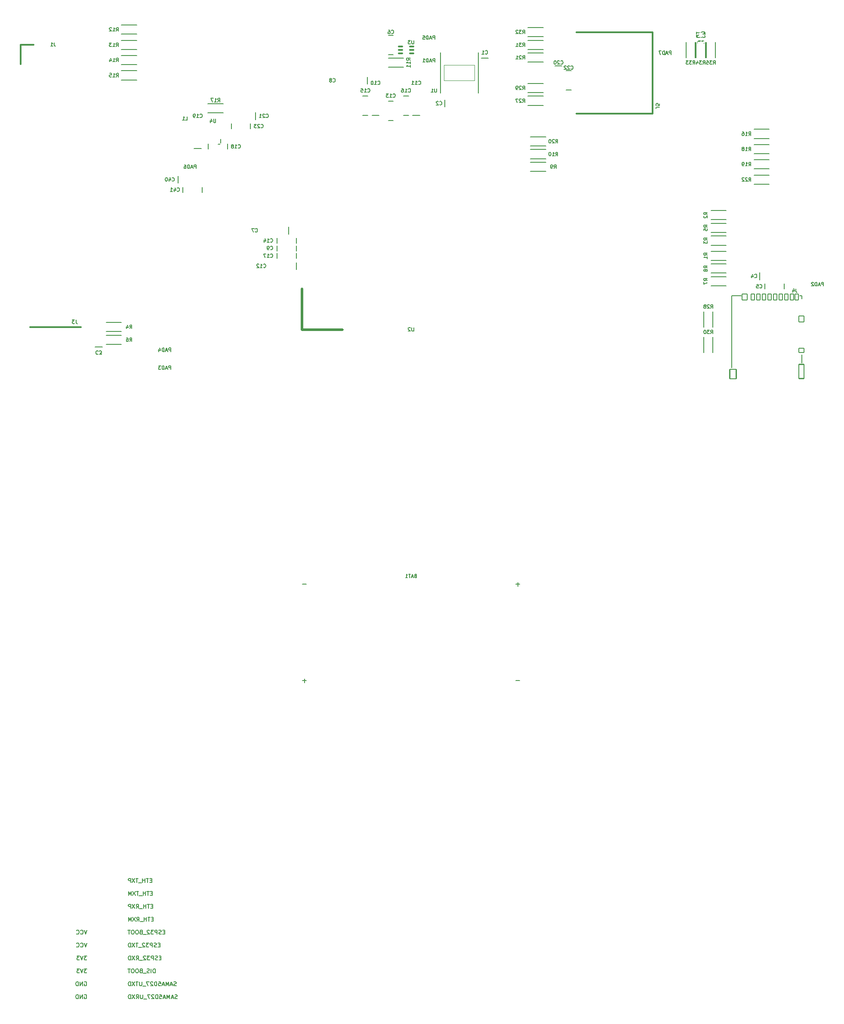
<source format=gbo>
G04 #@! TF.GenerationSoftware,KiCad,Pcbnew,7.0.8*
G04 #@! TF.CreationDate,2023-11-01T09:31:03+09:00*
G04 #@! TF.ProjectId,a5d27_handheld_console_pcb,61356432-375f-4686-916e-6468656c645f,rev?*
G04 #@! TF.SameCoordinates,Original*
G04 #@! TF.FileFunction,Legend,Bot*
G04 #@! TF.FilePolarity,Positive*
%FSLAX46Y46*%
G04 Gerber Fmt 4.6, Leading zero omitted, Abs format (unit mm)*
G04 Created by KiCad (PCBNEW 7.0.8) date 2023-11-01 09:31:03*
%MOMM*%
%LPD*%
G01*
G04 APERTURE LIST*
G04 Aperture macros list*
%AMRoundRect*
0 Rectangle with rounded corners*
0 $1 Rounding radius*
0 $2 $3 $4 $5 $6 $7 $8 $9 X,Y pos of 4 corners*
0 Add a 4 corners polygon primitive as box body*
4,1,4,$2,$3,$4,$5,$6,$7,$8,$9,$2,$3,0*
0 Add four circle primitives for the rounded corners*
1,1,$1+$1,$2,$3*
1,1,$1+$1,$4,$5*
1,1,$1+$1,$6,$7*
1,1,$1+$1,$8,$9*
0 Add four rect primitives between the rounded corners*
20,1,$1+$1,$2,$3,$4,$5,0*
20,1,$1+$1,$4,$5,$6,$7,0*
20,1,$1+$1,$6,$7,$8,$9,0*
20,1,$1+$1,$8,$9,$2,$3,0*%
G04 Aperture macros list end*
%ADD10C,0.200000*%
%ADD11C,0.150000*%
%ADD12C,0.175000*%
%ADD13C,0.500000*%
%ADD14C,0.100000*%
%ADD15C,0.300000*%
%ADD16C,0.127000*%
%ADD17C,2.200000*%
%ADD18C,0.700000*%
%ADD19C,1.800000*%
%ADD20C,1.524000*%
%ADD21R,1.200000X1.200000*%
%ADD22R,1.800000X1.600000*%
%ADD23R,2.000000X0.600000*%
%ADD24R,0.600000X2.000000*%
%ADD25R,0.550000X0.800000*%
%ADD26R,1.600000X1.800000*%
%ADD27R,1.000000X2.300000*%
%ADD28R,3.300000X2.300000*%
%ADD29C,3.000000*%
%ADD30R,2.000000X0.700000*%
%ADD31R,1.400000X2.700000*%
%ADD32R,2.600000X1.000000*%
%ADD33R,2.600000X1.500000*%
%ADD34R,0.900000X0.800000*%
%ADD35C,3.500000*%
%ADD36C,3.200000*%
%ADD37R,10.800000X6.400000*%
%ADD38R,4.000000X1.500000*%
%ADD39R,0.800000X0.900000*%
%ADD40RoundRect,0.102000X0.350000X0.600000X-0.350000X0.600000X-0.350000X-0.600000X0.350000X-0.600000X0*%
%ADD41RoundRect,0.102000X0.500000X0.600000X-0.500000X0.600000X-0.500000X-0.600000X0.500000X-0.600000X0*%
%ADD42RoundRect,0.102000X0.500000X1.400000X-0.500000X1.400000X-0.500000X-1.400000X0.500000X-1.400000X0*%
%ADD43RoundRect,0.102000X0.650000X0.950000X-0.650000X0.950000X-0.650000X-0.950000X0.650000X-0.950000X0*%
%ADD44RoundRect,0.102000X0.500000X0.400000X-0.500000X0.400000X-0.500000X-0.400000X0.500000X-0.400000X0*%
%ADD45RoundRect,0.087500X0.412500X-0.087500X0.412500X0.087500X-0.412500X0.087500X-0.412500X-0.087500X0*%
%ADD46C,0.900000*%
%ADD47R,0.500000X2.800000*%
%ADD48R,2.000000X2.500000*%
%ADD49R,1.500000X1.400000*%
G04 APERTURE END LIST*
D10*
X97013483Y-294490647D02*
X96746817Y-294490647D01*
X96632531Y-294909695D02*
X97013483Y-294909695D01*
X97013483Y-294909695D02*
X97013483Y-294109695D01*
X97013483Y-294109695D02*
X96632531Y-294109695D01*
X96403959Y-294109695D02*
X95946816Y-294109695D01*
X96175388Y-294909695D02*
X96175388Y-294109695D01*
X95680149Y-294909695D02*
X95680149Y-294109695D01*
X95680149Y-294490647D02*
X95223006Y-294490647D01*
X95223006Y-294909695D02*
X95223006Y-294109695D01*
X95032531Y-294985885D02*
X94423007Y-294985885D01*
X94346816Y-294109695D02*
X93889673Y-294109695D01*
X94118245Y-294909695D02*
X94118245Y-294109695D01*
X93699197Y-294109695D02*
X93165863Y-294909695D01*
X93165863Y-294109695D02*
X93699197Y-294909695D01*
X92861101Y-294909695D02*
X92861101Y-294109695D01*
X92861101Y-294109695D02*
X92556339Y-294109695D01*
X92556339Y-294109695D02*
X92480149Y-294147790D01*
X92480149Y-294147790D02*
X92442054Y-294185885D01*
X92442054Y-294185885D02*
X92403958Y-294262076D01*
X92403958Y-294262076D02*
X92403958Y-294376361D01*
X92403958Y-294376361D02*
X92442054Y-294452552D01*
X92442054Y-294452552D02*
X92480149Y-294490647D01*
X92480149Y-294490647D02*
X92556339Y-294528742D01*
X92556339Y-294528742D02*
X92861101Y-294528742D01*
X98842055Y-309730647D02*
X98575389Y-309730647D01*
X98461103Y-310149695D02*
X98842055Y-310149695D01*
X98842055Y-310149695D02*
X98842055Y-309349695D01*
X98842055Y-309349695D02*
X98461103Y-309349695D01*
X98156341Y-310111600D02*
X98042055Y-310149695D01*
X98042055Y-310149695D02*
X97851579Y-310149695D01*
X97851579Y-310149695D02*
X97775388Y-310111600D01*
X97775388Y-310111600D02*
X97737293Y-310073504D01*
X97737293Y-310073504D02*
X97699198Y-309997314D01*
X97699198Y-309997314D02*
X97699198Y-309921123D01*
X97699198Y-309921123D02*
X97737293Y-309844933D01*
X97737293Y-309844933D02*
X97775388Y-309806838D01*
X97775388Y-309806838D02*
X97851579Y-309768742D01*
X97851579Y-309768742D02*
X98003960Y-309730647D01*
X98003960Y-309730647D02*
X98080150Y-309692552D01*
X98080150Y-309692552D02*
X98118245Y-309654457D01*
X98118245Y-309654457D02*
X98156341Y-309578266D01*
X98156341Y-309578266D02*
X98156341Y-309502076D01*
X98156341Y-309502076D02*
X98118245Y-309425885D01*
X98118245Y-309425885D02*
X98080150Y-309387790D01*
X98080150Y-309387790D02*
X98003960Y-309349695D01*
X98003960Y-309349695D02*
X97813483Y-309349695D01*
X97813483Y-309349695D02*
X97699198Y-309387790D01*
X97356340Y-310149695D02*
X97356340Y-309349695D01*
X97356340Y-309349695D02*
X97051578Y-309349695D01*
X97051578Y-309349695D02*
X96975388Y-309387790D01*
X96975388Y-309387790D02*
X96937293Y-309425885D01*
X96937293Y-309425885D02*
X96899197Y-309502076D01*
X96899197Y-309502076D02*
X96899197Y-309616361D01*
X96899197Y-309616361D02*
X96937293Y-309692552D01*
X96937293Y-309692552D02*
X96975388Y-309730647D01*
X96975388Y-309730647D02*
X97051578Y-309768742D01*
X97051578Y-309768742D02*
X97356340Y-309768742D01*
X96632531Y-309349695D02*
X96137293Y-309349695D01*
X96137293Y-309349695D02*
X96403959Y-309654457D01*
X96403959Y-309654457D02*
X96289674Y-309654457D01*
X96289674Y-309654457D02*
X96213483Y-309692552D01*
X96213483Y-309692552D02*
X96175388Y-309730647D01*
X96175388Y-309730647D02*
X96137293Y-309806838D01*
X96137293Y-309806838D02*
X96137293Y-309997314D01*
X96137293Y-309997314D02*
X96175388Y-310073504D01*
X96175388Y-310073504D02*
X96213483Y-310111600D01*
X96213483Y-310111600D02*
X96289674Y-310149695D01*
X96289674Y-310149695D02*
X96518245Y-310149695D01*
X96518245Y-310149695D02*
X96594436Y-310111600D01*
X96594436Y-310111600D02*
X96632531Y-310073504D01*
X95832531Y-309425885D02*
X95794435Y-309387790D01*
X95794435Y-309387790D02*
X95718245Y-309349695D01*
X95718245Y-309349695D02*
X95527769Y-309349695D01*
X95527769Y-309349695D02*
X95451578Y-309387790D01*
X95451578Y-309387790D02*
X95413483Y-309425885D01*
X95413483Y-309425885D02*
X95375388Y-309502076D01*
X95375388Y-309502076D02*
X95375388Y-309578266D01*
X95375388Y-309578266D02*
X95413483Y-309692552D01*
X95413483Y-309692552D02*
X95870626Y-310149695D01*
X95870626Y-310149695D02*
X95375388Y-310149695D01*
X95223007Y-310225885D02*
X94613483Y-310225885D01*
X93965863Y-310149695D02*
X94232530Y-309768742D01*
X94423006Y-310149695D02*
X94423006Y-309349695D01*
X94423006Y-309349695D02*
X94118244Y-309349695D01*
X94118244Y-309349695D02*
X94042054Y-309387790D01*
X94042054Y-309387790D02*
X94003959Y-309425885D01*
X94003959Y-309425885D02*
X93965863Y-309502076D01*
X93965863Y-309502076D02*
X93965863Y-309616361D01*
X93965863Y-309616361D02*
X94003959Y-309692552D01*
X94003959Y-309692552D02*
X94042054Y-309730647D01*
X94042054Y-309730647D02*
X94118244Y-309768742D01*
X94118244Y-309768742D02*
X94423006Y-309768742D01*
X93699197Y-309349695D02*
X93165863Y-310149695D01*
X93165863Y-309349695D02*
X93699197Y-310149695D01*
X92861101Y-310149695D02*
X92861101Y-309349695D01*
X92861101Y-309349695D02*
X92670625Y-309349695D01*
X92670625Y-309349695D02*
X92556339Y-309387790D01*
X92556339Y-309387790D02*
X92480149Y-309463980D01*
X92480149Y-309463980D02*
X92442054Y-309540171D01*
X92442054Y-309540171D02*
X92403958Y-309692552D01*
X92403958Y-309692552D02*
X92403958Y-309806838D01*
X92403958Y-309806838D02*
X92442054Y-309959219D01*
X92442054Y-309959219D02*
X92480149Y-310035409D01*
X92480149Y-310035409D02*
X92556339Y-310111600D01*
X92556339Y-310111600D02*
X92670625Y-310149695D01*
X92670625Y-310149695D02*
X92861101Y-310149695D01*
X102042055Y-317731600D02*
X101927769Y-317769695D01*
X101927769Y-317769695D02*
X101737293Y-317769695D01*
X101737293Y-317769695D02*
X101661102Y-317731600D01*
X101661102Y-317731600D02*
X101623007Y-317693504D01*
X101623007Y-317693504D02*
X101584912Y-317617314D01*
X101584912Y-317617314D02*
X101584912Y-317541123D01*
X101584912Y-317541123D02*
X101623007Y-317464933D01*
X101623007Y-317464933D02*
X101661102Y-317426838D01*
X101661102Y-317426838D02*
X101737293Y-317388742D01*
X101737293Y-317388742D02*
X101889674Y-317350647D01*
X101889674Y-317350647D02*
X101965864Y-317312552D01*
X101965864Y-317312552D02*
X102003959Y-317274457D01*
X102003959Y-317274457D02*
X102042055Y-317198266D01*
X102042055Y-317198266D02*
X102042055Y-317122076D01*
X102042055Y-317122076D02*
X102003959Y-317045885D01*
X102003959Y-317045885D02*
X101965864Y-317007790D01*
X101965864Y-317007790D02*
X101889674Y-316969695D01*
X101889674Y-316969695D02*
X101699197Y-316969695D01*
X101699197Y-316969695D02*
X101584912Y-317007790D01*
X101280150Y-317541123D02*
X100899197Y-317541123D01*
X101356340Y-317769695D02*
X101089673Y-316969695D01*
X101089673Y-316969695D02*
X100823007Y-317769695D01*
X100556340Y-317769695D02*
X100556340Y-316969695D01*
X100556340Y-316969695D02*
X100289674Y-317541123D01*
X100289674Y-317541123D02*
X100023007Y-316969695D01*
X100023007Y-316969695D02*
X100023007Y-317769695D01*
X99680150Y-317541123D02*
X99299197Y-317541123D01*
X99756340Y-317769695D02*
X99489673Y-316969695D01*
X99489673Y-316969695D02*
X99223007Y-317769695D01*
X98575388Y-316969695D02*
X98956340Y-316969695D01*
X98956340Y-316969695D02*
X98994436Y-317350647D01*
X98994436Y-317350647D02*
X98956340Y-317312552D01*
X98956340Y-317312552D02*
X98880150Y-317274457D01*
X98880150Y-317274457D02*
X98689674Y-317274457D01*
X98689674Y-317274457D02*
X98613483Y-317312552D01*
X98613483Y-317312552D02*
X98575388Y-317350647D01*
X98575388Y-317350647D02*
X98537293Y-317426838D01*
X98537293Y-317426838D02*
X98537293Y-317617314D01*
X98537293Y-317617314D02*
X98575388Y-317693504D01*
X98575388Y-317693504D02*
X98613483Y-317731600D01*
X98613483Y-317731600D02*
X98689674Y-317769695D01*
X98689674Y-317769695D02*
X98880150Y-317769695D01*
X98880150Y-317769695D02*
X98956340Y-317731600D01*
X98956340Y-317731600D02*
X98994436Y-317693504D01*
X98194435Y-317769695D02*
X98194435Y-316969695D01*
X98194435Y-316969695D02*
X98003959Y-316969695D01*
X98003959Y-316969695D02*
X97889673Y-317007790D01*
X97889673Y-317007790D02*
X97813483Y-317083980D01*
X97813483Y-317083980D02*
X97775388Y-317160171D01*
X97775388Y-317160171D02*
X97737292Y-317312552D01*
X97737292Y-317312552D02*
X97737292Y-317426838D01*
X97737292Y-317426838D02*
X97775388Y-317579219D01*
X97775388Y-317579219D02*
X97813483Y-317655409D01*
X97813483Y-317655409D02*
X97889673Y-317731600D01*
X97889673Y-317731600D02*
X98003959Y-317769695D01*
X98003959Y-317769695D02*
X98194435Y-317769695D01*
X97432531Y-317045885D02*
X97394435Y-317007790D01*
X97394435Y-317007790D02*
X97318245Y-316969695D01*
X97318245Y-316969695D02*
X97127769Y-316969695D01*
X97127769Y-316969695D02*
X97051578Y-317007790D01*
X97051578Y-317007790D02*
X97013483Y-317045885D01*
X97013483Y-317045885D02*
X96975388Y-317122076D01*
X96975388Y-317122076D02*
X96975388Y-317198266D01*
X96975388Y-317198266D02*
X97013483Y-317312552D01*
X97013483Y-317312552D02*
X97470626Y-317769695D01*
X97470626Y-317769695D02*
X96975388Y-317769695D01*
X96708721Y-316969695D02*
X96175387Y-316969695D01*
X96175387Y-316969695D02*
X96518245Y-317769695D01*
X96061102Y-317845885D02*
X95451578Y-317845885D01*
X95261101Y-316969695D02*
X95261101Y-317617314D01*
X95261101Y-317617314D02*
X95223006Y-317693504D01*
X95223006Y-317693504D02*
X95184911Y-317731600D01*
X95184911Y-317731600D02*
X95108720Y-317769695D01*
X95108720Y-317769695D02*
X94956339Y-317769695D01*
X94956339Y-317769695D02*
X94880149Y-317731600D01*
X94880149Y-317731600D02*
X94842054Y-317693504D01*
X94842054Y-317693504D02*
X94803958Y-317617314D01*
X94803958Y-317617314D02*
X94803958Y-316969695D01*
X93965863Y-317769695D02*
X94232530Y-317388742D01*
X94423006Y-317769695D02*
X94423006Y-316969695D01*
X94423006Y-316969695D02*
X94118244Y-316969695D01*
X94118244Y-316969695D02*
X94042054Y-317007790D01*
X94042054Y-317007790D02*
X94003959Y-317045885D01*
X94003959Y-317045885D02*
X93965863Y-317122076D01*
X93965863Y-317122076D02*
X93965863Y-317236361D01*
X93965863Y-317236361D02*
X94003959Y-317312552D01*
X94003959Y-317312552D02*
X94042054Y-317350647D01*
X94042054Y-317350647D02*
X94118244Y-317388742D01*
X94118244Y-317388742D02*
X94423006Y-317388742D01*
X93699197Y-316969695D02*
X93165863Y-317769695D01*
X93165863Y-316969695D02*
X93699197Y-317769695D01*
X92861101Y-317769695D02*
X92861101Y-316969695D01*
X92861101Y-316969695D02*
X92670625Y-316969695D01*
X92670625Y-316969695D02*
X92556339Y-317007790D01*
X92556339Y-317007790D02*
X92480149Y-317083980D01*
X92480149Y-317083980D02*
X92442054Y-317160171D01*
X92442054Y-317160171D02*
X92403958Y-317312552D01*
X92403958Y-317312552D02*
X92403958Y-317426838D01*
X92403958Y-317426838D02*
X92442054Y-317579219D01*
X92442054Y-317579219D02*
X92480149Y-317655409D01*
X92480149Y-317655409D02*
X92556339Y-317731600D01*
X92556339Y-317731600D02*
X92670625Y-317769695D01*
X92670625Y-317769695D02*
X92861101Y-317769695D01*
D11*
X169460951Y-236213866D02*
X168699047Y-236213866D01*
X169079999Y-236594819D02*
X169079999Y-235832914D01*
D10*
X97203959Y-299570647D02*
X96937293Y-299570647D01*
X96823007Y-299989695D02*
X97203959Y-299989695D01*
X97203959Y-299989695D02*
X97203959Y-299189695D01*
X97203959Y-299189695D02*
X96823007Y-299189695D01*
X96594435Y-299189695D02*
X96137292Y-299189695D01*
X96365864Y-299989695D02*
X96365864Y-299189695D01*
X95870625Y-299989695D02*
X95870625Y-299189695D01*
X95870625Y-299570647D02*
X95413482Y-299570647D01*
X95413482Y-299989695D02*
X95413482Y-299189695D01*
X95223007Y-300065885D02*
X94613483Y-300065885D01*
X93965863Y-299989695D02*
X94232530Y-299608742D01*
X94423006Y-299989695D02*
X94423006Y-299189695D01*
X94423006Y-299189695D02*
X94118244Y-299189695D01*
X94118244Y-299189695D02*
X94042054Y-299227790D01*
X94042054Y-299227790D02*
X94003959Y-299265885D01*
X94003959Y-299265885D02*
X93965863Y-299342076D01*
X93965863Y-299342076D02*
X93965863Y-299456361D01*
X93965863Y-299456361D02*
X94003959Y-299532552D01*
X94003959Y-299532552D02*
X94042054Y-299570647D01*
X94042054Y-299570647D02*
X94118244Y-299608742D01*
X94118244Y-299608742D02*
X94423006Y-299608742D01*
X93699197Y-299189695D02*
X93165863Y-299989695D01*
X93165863Y-299189695D02*
X93699197Y-299989695D01*
X92861101Y-299989695D02*
X92861101Y-299189695D01*
X92861101Y-299189695D02*
X92556339Y-299189695D01*
X92556339Y-299189695D02*
X92480149Y-299227790D01*
X92480149Y-299227790D02*
X92442054Y-299265885D01*
X92442054Y-299265885D02*
X92403958Y-299342076D01*
X92403958Y-299342076D02*
X92403958Y-299456361D01*
X92403958Y-299456361D02*
X92442054Y-299532552D01*
X92442054Y-299532552D02*
X92480149Y-299570647D01*
X92480149Y-299570647D02*
X92556339Y-299608742D01*
X92556339Y-299608742D02*
X92861101Y-299608742D01*
X98651579Y-307190647D02*
X98384913Y-307190647D01*
X98270627Y-307609695D02*
X98651579Y-307609695D01*
X98651579Y-307609695D02*
X98651579Y-306809695D01*
X98651579Y-306809695D02*
X98270627Y-306809695D01*
X97965865Y-307571600D02*
X97851579Y-307609695D01*
X97851579Y-307609695D02*
X97661103Y-307609695D01*
X97661103Y-307609695D02*
X97584912Y-307571600D01*
X97584912Y-307571600D02*
X97546817Y-307533504D01*
X97546817Y-307533504D02*
X97508722Y-307457314D01*
X97508722Y-307457314D02*
X97508722Y-307381123D01*
X97508722Y-307381123D02*
X97546817Y-307304933D01*
X97546817Y-307304933D02*
X97584912Y-307266838D01*
X97584912Y-307266838D02*
X97661103Y-307228742D01*
X97661103Y-307228742D02*
X97813484Y-307190647D01*
X97813484Y-307190647D02*
X97889674Y-307152552D01*
X97889674Y-307152552D02*
X97927769Y-307114457D01*
X97927769Y-307114457D02*
X97965865Y-307038266D01*
X97965865Y-307038266D02*
X97965865Y-306962076D01*
X97965865Y-306962076D02*
X97927769Y-306885885D01*
X97927769Y-306885885D02*
X97889674Y-306847790D01*
X97889674Y-306847790D02*
X97813484Y-306809695D01*
X97813484Y-306809695D02*
X97623007Y-306809695D01*
X97623007Y-306809695D02*
X97508722Y-306847790D01*
X97165864Y-307609695D02*
X97165864Y-306809695D01*
X97165864Y-306809695D02*
X96861102Y-306809695D01*
X96861102Y-306809695D02*
X96784912Y-306847790D01*
X96784912Y-306847790D02*
X96746817Y-306885885D01*
X96746817Y-306885885D02*
X96708721Y-306962076D01*
X96708721Y-306962076D02*
X96708721Y-307076361D01*
X96708721Y-307076361D02*
X96746817Y-307152552D01*
X96746817Y-307152552D02*
X96784912Y-307190647D01*
X96784912Y-307190647D02*
X96861102Y-307228742D01*
X96861102Y-307228742D02*
X97165864Y-307228742D01*
X96442055Y-306809695D02*
X95946817Y-306809695D01*
X95946817Y-306809695D02*
X96213483Y-307114457D01*
X96213483Y-307114457D02*
X96099198Y-307114457D01*
X96099198Y-307114457D02*
X96023007Y-307152552D01*
X96023007Y-307152552D02*
X95984912Y-307190647D01*
X95984912Y-307190647D02*
X95946817Y-307266838D01*
X95946817Y-307266838D02*
X95946817Y-307457314D01*
X95946817Y-307457314D02*
X95984912Y-307533504D01*
X95984912Y-307533504D02*
X96023007Y-307571600D01*
X96023007Y-307571600D02*
X96099198Y-307609695D01*
X96099198Y-307609695D02*
X96327769Y-307609695D01*
X96327769Y-307609695D02*
X96403960Y-307571600D01*
X96403960Y-307571600D02*
X96442055Y-307533504D01*
X95642055Y-306885885D02*
X95603959Y-306847790D01*
X95603959Y-306847790D02*
X95527769Y-306809695D01*
X95527769Y-306809695D02*
X95337293Y-306809695D01*
X95337293Y-306809695D02*
X95261102Y-306847790D01*
X95261102Y-306847790D02*
X95223007Y-306885885D01*
X95223007Y-306885885D02*
X95184912Y-306962076D01*
X95184912Y-306962076D02*
X95184912Y-307038266D01*
X95184912Y-307038266D02*
X95223007Y-307152552D01*
X95223007Y-307152552D02*
X95680150Y-307609695D01*
X95680150Y-307609695D02*
X95184912Y-307609695D01*
X95032531Y-307685885D02*
X94423007Y-307685885D01*
X94346816Y-306809695D02*
X93889673Y-306809695D01*
X94118245Y-307609695D02*
X94118245Y-306809695D01*
X93699197Y-306809695D02*
X93165863Y-307609695D01*
X93165863Y-306809695D02*
X93699197Y-307609695D01*
X92861101Y-307609695D02*
X92861101Y-306809695D01*
X92861101Y-306809695D02*
X92670625Y-306809695D01*
X92670625Y-306809695D02*
X92556339Y-306847790D01*
X92556339Y-306847790D02*
X92480149Y-306923980D01*
X92480149Y-306923980D02*
X92442054Y-307000171D01*
X92442054Y-307000171D02*
X92403958Y-307152552D01*
X92403958Y-307152552D02*
X92403958Y-307266838D01*
X92403958Y-307266838D02*
X92442054Y-307419219D01*
X92442054Y-307419219D02*
X92480149Y-307495409D01*
X92480149Y-307495409D02*
X92556339Y-307571600D01*
X92556339Y-307571600D02*
X92670625Y-307609695D01*
X92670625Y-307609695D02*
X92861101Y-307609695D01*
X97127769Y-297030647D02*
X96861103Y-297030647D01*
X96746817Y-297449695D02*
X97127769Y-297449695D01*
X97127769Y-297449695D02*
X97127769Y-296649695D01*
X97127769Y-296649695D02*
X96746817Y-296649695D01*
X96518245Y-296649695D02*
X96061102Y-296649695D01*
X96289674Y-297449695D02*
X96289674Y-296649695D01*
X95794435Y-297449695D02*
X95794435Y-296649695D01*
X95794435Y-297030647D02*
X95337292Y-297030647D01*
X95337292Y-297449695D02*
X95337292Y-296649695D01*
X95146817Y-297525885D02*
X94537293Y-297525885D01*
X94461102Y-296649695D02*
X94003959Y-296649695D01*
X94232531Y-297449695D02*
X94232531Y-296649695D01*
X93813483Y-296649695D02*
X93280149Y-297449695D01*
X93280149Y-296649695D02*
X93813483Y-297449695D01*
X92975387Y-297449695D02*
X92975387Y-296649695D01*
X92975387Y-296649695D02*
X92708721Y-297221123D01*
X92708721Y-297221123D02*
X92442054Y-296649695D01*
X92442054Y-296649695D02*
X92442054Y-297449695D01*
X84254136Y-309349695D02*
X83758898Y-309349695D01*
X83758898Y-309349695D02*
X84025564Y-309654457D01*
X84025564Y-309654457D02*
X83911279Y-309654457D01*
X83911279Y-309654457D02*
X83835088Y-309692552D01*
X83835088Y-309692552D02*
X83796993Y-309730647D01*
X83796993Y-309730647D02*
X83758898Y-309806838D01*
X83758898Y-309806838D02*
X83758898Y-309997314D01*
X83758898Y-309997314D02*
X83796993Y-310073504D01*
X83796993Y-310073504D02*
X83835088Y-310111600D01*
X83835088Y-310111600D02*
X83911279Y-310149695D01*
X83911279Y-310149695D02*
X84139850Y-310149695D01*
X84139850Y-310149695D02*
X84216041Y-310111600D01*
X84216041Y-310111600D02*
X84254136Y-310073504D01*
X83530326Y-309349695D02*
X83263659Y-310149695D01*
X83263659Y-310149695D02*
X82996993Y-309349695D01*
X82806517Y-309349695D02*
X82311279Y-309349695D01*
X82311279Y-309349695D02*
X82577945Y-309654457D01*
X82577945Y-309654457D02*
X82463660Y-309654457D01*
X82463660Y-309654457D02*
X82387469Y-309692552D01*
X82387469Y-309692552D02*
X82349374Y-309730647D01*
X82349374Y-309730647D02*
X82311279Y-309806838D01*
X82311279Y-309806838D02*
X82311279Y-309997314D01*
X82311279Y-309997314D02*
X82349374Y-310073504D01*
X82349374Y-310073504D02*
X82387469Y-310111600D01*
X82387469Y-310111600D02*
X82463660Y-310149695D01*
X82463660Y-310149695D02*
X82692231Y-310149695D01*
X82692231Y-310149695D02*
X82768422Y-310111600D01*
X82768422Y-310111600D02*
X82806517Y-310073504D01*
X97699196Y-312689695D02*
X97699196Y-311889695D01*
X97699196Y-311889695D02*
X97508720Y-311889695D01*
X97508720Y-311889695D02*
X97394434Y-311927790D01*
X97394434Y-311927790D02*
X97318244Y-312003980D01*
X97318244Y-312003980D02*
X97280149Y-312080171D01*
X97280149Y-312080171D02*
X97242053Y-312232552D01*
X97242053Y-312232552D02*
X97242053Y-312346838D01*
X97242053Y-312346838D02*
X97280149Y-312499219D01*
X97280149Y-312499219D02*
X97318244Y-312575409D01*
X97318244Y-312575409D02*
X97394434Y-312651600D01*
X97394434Y-312651600D02*
X97508720Y-312689695D01*
X97508720Y-312689695D02*
X97699196Y-312689695D01*
X96899196Y-312689695D02*
X96899196Y-311889695D01*
X96556340Y-312651600D02*
X96442054Y-312689695D01*
X96442054Y-312689695D02*
X96251578Y-312689695D01*
X96251578Y-312689695D02*
X96175387Y-312651600D01*
X96175387Y-312651600D02*
X96137292Y-312613504D01*
X96137292Y-312613504D02*
X96099197Y-312537314D01*
X96099197Y-312537314D02*
X96099197Y-312461123D01*
X96099197Y-312461123D02*
X96137292Y-312384933D01*
X96137292Y-312384933D02*
X96175387Y-312346838D01*
X96175387Y-312346838D02*
X96251578Y-312308742D01*
X96251578Y-312308742D02*
X96403959Y-312270647D01*
X96403959Y-312270647D02*
X96480149Y-312232552D01*
X96480149Y-312232552D02*
X96518244Y-312194457D01*
X96518244Y-312194457D02*
X96556340Y-312118266D01*
X96556340Y-312118266D02*
X96556340Y-312042076D01*
X96556340Y-312042076D02*
X96518244Y-311965885D01*
X96518244Y-311965885D02*
X96480149Y-311927790D01*
X96480149Y-311927790D02*
X96403959Y-311889695D01*
X96403959Y-311889695D02*
X96213482Y-311889695D01*
X96213482Y-311889695D02*
X96099197Y-311927790D01*
X95946816Y-312765885D02*
X95337292Y-312765885D01*
X94880149Y-312270647D02*
X94765863Y-312308742D01*
X94765863Y-312308742D02*
X94727768Y-312346838D01*
X94727768Y-312346838D02*
X94689672Y-312423028D01*
X94689672Y-312423028D02*
X94689672Y-312537314D01*
X94689672Y-312537314D02*
X94727768Y-312613504D01*
X94727768Y-312613504D02*
X94765863Y-312651600D01*
X94765863Y-312651600D02*
X94842053Y-312689695D01*
X94842053Y-312689695D02*
X95146815Y-312689695D01*
X95146815Y-312689695D02*
X95146815Y-311889695D01*
X95146815Y-311889695D02*
X94880149Y-311889695D01*
X94880149Y-311889695D02*
X94803958Y-311927790D01*
X94803958Y-311927790D02*
X94765863Y-311965885D01*
X94765863Y-311965885D02*
X94727768Y-312042076D01*
X94727768Y-312042076D02*
X94727768Y-312118266D01*
X94727768Y-312118266D02*
X94765863Y-312194457D01*
X94765863Y-312194457D02*
X94803958Y-312232552D01*
X94803958Y-312232552D02*
X94880149Y-312270647D01*
X94880149Y-312270647D02*
X95146815Y-312270647D01*
X94194434Y-311889695D02*
X94042053Y-311889695D01*
X94042053Y-311889695D02*
X93965863Y-311927790D01*
X93965863Y-311927790D02*
X93889672Y-312003980D01*
X93889672Y-312003980D02*
X93851577Y-312156361D01*
X93851577Y-312156361D02*
X93851577Y-312423028D01*
X93851577Y-312423028D02*
X93889672Y-312575409D01*
X93889672Y-312575409D02*
X93965863Y-312651600D01*
X93965863Y-312651600D02*
X94042053Y-312689695D01*
X94042053Y-312689695D02*
X94194434Y-312689695D01*
X94194434Y-312689695D02*
X94270625Y-312651600D01*
X94270625Y-312651600D02*
X94346815Y-312575409D01*
X94346815Y-312575409D02*
X94384911Y-312423028D01*
X94384911Y-312423028D02*
X94384911Y-312156361D01*
X94384911Y-312156361D02*
X94346815Y-312003980D01*
X94346815Y-312003980D02*
X94270625Y-311927790D01*
X94270625Y-311927790D02*
X94194434Y-311889695D01*
X93356339Y-311889695D02*
X93203958Y-311889695D01*
X93203958Y-311889695D02*
X93127768Y-311927790D01*
X93127768Y-311927790D02*
X93051577Y-312003980D01*
X93051577Y-312003980D02*
X93013482Y-312156361D01*
X93013482Y-312156361D02*
X93013482Y-312423028D01*
X93013482Y-312423028D02*
X93051577Y-312575409D01*
X93051577Y-312575409D02*
X93127768Y-312651600D01*
X93127768Y-312651600D02*
X93203958Y-312689695D01*
X93203958Y-312689695D02*
X93356339Y-312689695D01*
X93356339Y-312689695D02*
X93432530Y-312651600D01*
X93432530Y-312651600D02*
X93508720Y-312575409D01*
X93508720Y-312575409D02*
X93546816Y-312423028D01*
X93546816Y-312423028D02*
X93546816Y-312156361D01*
X93546816Y-312156361D02*
X93508720Y-312003980D01*
X93508720Y-312003980D02*
X93432530Y-311927790D01*
X93432530Y-311927790D02*
X93356339Y-311889695D01*
X92784911Y-311889695D02*
X92327768Y-311889695D01*
X92556340Y-312689695D02*
X92556340Y-311889695D01*
X83758898Y-317007790D02*
X83835088Y-316969695D01*
X83835088Y-316969695D02*
X83949374Y-316969695D01*
X83949374Y-316969695D02*
X84063660Y-317007790D01*
X84063660Y-317007790D02*
X84139850Y-317083980D01*
X84139850Y-317083980D02*
X84177945Y-317160171D01*
X84177945Y-317160171D02*
X84216041Y-317312552D01*
X84216041Y-317312552D02*
X84216041Y-317426838D01*
X84216041Y-317426838D02*
X84177945Y-317579219D01*
X84177945Y-317579219D02*
X84139850Y-317655409D01*
X84139850Y-317655409D02*
X84063660Y-317731600D01*
X84063660Y-317731600D02*
X83949374Y-317769695D01*
X83949374Y-317769695D02*
X83873183Y-317769695D01*
X83873183Y-317769695D02*
X83758898Y-317731600D01*
X83758898Y-317731600D02*
X83720802Y-317693504D01*
X83720802Y-317693504D02*
X83720802Y-317426838D01*
X83720802Y-317426838D02*
X83873183Y-317426838D01*
X83377945Y-317769695D02*
X83377945Y-316969695D01*
X83377945Y-316969695D02*
X82920802Y-317769695D01*
X82920802Y-317769695D02*
X82920802Y-316969695D01*
X82539850Y-317769695D02*
X82539850Y-316969695D01*
X82539850Y-316969695D02*
X82349374Y-316969695D01*
X82349374Y-316969695D02*
X82235088Y-317007790D01*
X82235088Y-317007790D02*
X82158898Y-317083980D01*
X82158898Y-317083980D02*
X82120803Y-317160171D01*
X82120803Y-317160171D02*
X82082707Y-317312552D01*
X82082707Y-317312552D02*
X82082707Y-317426838D01*
X82082707Y-317426838D02*
X82120803Y-317579219D01*
X82120803Y-317579219D02*
X82158898Y-317655409D01*
X82158898Y-317655409D02*
X82235088Y-317731600D01*
X82235088Y-317731600D02*
X82349374Y-317769695D01*
X82349374Y-317769695D02*
X82539850Y-317769695D01*
X101851579Y-315191600D02*
X101737293Y-315229695D01*
X101737293Y-315229695D02*
X101546817Y-315229695D01*
X101546817Y-315229695D02*
X101470626Y-315191600D01*
X101470626Y-315191600D02*
X101432531Y-315153504D01*
X101432531Y-315153504D02*
X101394436Y-315077314D01*
X101394436Y-315077314D02*
X101394436Y-315001123D01*
X101394436Y-315001123D02*
X101432531Y-314924933D01*
X101432531Y-314924933D02*
X101470626Y-314886838D01*
X101470626Y-314886838D02*
X101546817Y-314848742D01*
X101546817Y-314848742D02*
X101699198Y-314810647D01*
X101699198Y-314810647D02*
X101775388Y-314772552D01*
X101775388Y-314772552D02*
X101813483Y-314734457D01*
X101813483Y-314734457D02*
X101851579Y-314658266D01*
X101851579Y-314658266D02*
X101851579Y-314582076D01*
X101851579Y-314582076D02*
X101813483Y-314505885D01*
X101813483Y-314505885D02*
X101775388Y-314467790D01*
X101775388Y-314467790D02*
X101699198Y-314429695D01*
X101699198Y-314429695D02*
X101508721Y-314429695D01*
X101508721Y-314429695D02*
X101394436Y-314467790D01*
X101089674Y-315001123D02*
X100708721Y-315001123D01*
X101165864Y-315229695D02*
X100899197Y-314429695D01*
X100899197Y-314429695D02*
X100632531Y-315229695D01*
X100365864Y-315229695D02*
X100365864Y-314429695D01*
X100365864Y-314429695D02*
X100099198Y-315001123D01*
X100099198Y-315001123D02*
X99832531Y-314429695D01*
X99832531Y-314429695D02*
X99832531Y-315229695D01*
X99489674Y-315001123D02*
X99108721Y-315001123D01*
X99565864Y-315229695D02*
X99299197Y-314429695D01*
X99299197Y-314429695D02*
X99032531Y-315229695D01*
X98384912Y-314429695D02*
X98765864Y-314429695D01*
X98765864Y-314429695D02*
X98803960Y-314810647D01*
X98803960Y-314810647D02*
X98765864Y-314772552D01*
X98765864Y-314772552D02*
X98689674Y-314734457D01*
X98689674Y-314734457D02*
X98499198Y-314734457D01*
X98499198Y-314734457D02*
X98423007Y-314772552D01*
X98423007Y-314772552D02*
X98384912Y-314810647D01*
X98384912Y-314810647D02*
X98346817Y-314886838D01*
X98346817Y-314886838D02*
X98346817Y-315077314D01*
X98346817Y-315077314D02*
X98384912Y-315153504D01*
X98384912Y-315153504D02*
X98423007Y-315191600D01*
X98423007Y-315191600D02*
X98499198Y-315229695D01*
X98499198Y-315229695D02*
X98689674Y-315229695D01*
X98689674Y-315229695D02*
X98765864Y-315191600D01*
X98765864Y-315191600D02*
X98803960Y-315153504D01*
X98003959Y-315229695D02*
X98003959Y-314429695D01*
X98003959Y-314429695D02*
X97813483Y-314429695D01*
X97813483Y-314429695D02*
X97699197Y-314467790D01*
X97699197Y-314467790D02*
X97623007Y-314543980D01*
X97623007Y-314543980D02*
X97584912Y-314620171D01*
X97584912Y-314620171D02*
X97546816Y-314772552D01*
X97546816Y-314772552D02*
X97546816Y-314886838D01*
X97546816Y-314886838D02*
X97584912Y-315039219D01*
X97584912Y-315039219D02*
X97623007Y-315115409D01*
X97623007Y-315115409D02*
X97699197Y-315191600D01*
X97699197Y-315191600D02*
X97813483Y-315229695D01*
X97813483Y-315229695D02*
X98003959Y-315229695D01*
X97242055Y-314505885D02*
X97203959Y-314467790D01*
X97203959Y-314467790D02*
X97127769Y-314429695D01*
X97127769Y-314429695D02*
X96937293Y-314429695D01*
X96937293Y-314429695D02*
X96861102Y-314467790D01*
X96861102Y-314467790D02*
X96823007Y-314505885D01*
X96823007Y-314505885D02*
X96784912Y-314582076D01*
X96784912Y-314582076D02*
X96784912Y-314658266D01*
X96784912Y-314658266D02*
X96823007Y-314772552D01*
X96823007Y-314772552D02*
X97280150Y-315229695D01*
X97280150Y-315229695D02*
X96784912Y-315229695D01*
X96518245Y-314429695D02*
X95984911Y-314429695D01*
X95984911Y-314429695D02*
X96327769Y-315229695D01*
X95870626Y-315305885D02*
X95261102Y-315305885D01*
X95070625Y-314429695D02*
X95070625Y-315077314D01*
X95070625Y-315077314D02*
X95032530Y-315153504D01*
X95032530Y-315153504D02*
X94994435Y-315191600D01*
X94994435Y-315191600D02*
X94918244Y-315229695D01*
X94918244Y-315229695D02*
X94765863Y-315229695D01*
X94765863Y-315229695D02*
X94689673Y-315191600D01*
X94689673Y-315191600D02*
X94651578Y-315153504D01*
X94651578Y-315153504D02*
X94613482Y-315077314D01*
X94613482Y-315077314D02*
X94613482Y-314429695D01*
X94346816Y-314429695D02*
X93889673Y-314429695D01*
X94118245Y-315229695D02*
X94118245Y-314429695D01*
X93699197Y-314429695D02*
X93165863Y-315229695D01*
X93165863Y-314429695D02*
X93699197Y-315229695D01*
X92861101Y-315229695D02*
X92861101Y-314429695D01*
X92861101Y-314429695D02*
X92670625Y-314429695D01*
X92670625Y-314429695D02*
X92556339Y-314467790D01*
X92556339Y-314467790D02*
X92480149Y-314543980D01*
X92480149Y-314543980D02*
X92442054Y-314620171D01*
X92442054Y-314620171D02*
X92403958Y-314772552D01*
X92403958Y-314772552D02*
X92403958Y-314886838D01*
X92403958Y-314886838D02*
X92442054Y-315039219D01*
X92442054Y-315039219D02*
X92480149Y-315115409D01*
X92480149Y-315115409D02*
X92556339Y-315191600D01*
X92556339Y-315191600D02*
X92670625Y-315229695D01*
X92670625Y-315229695D02*
X92861101Y-315229695D01*
X99565864Y-304650647D02*
X99299198Y-304650647D01*
X99184912Y-305069695D02*
X99565864Y-305069695D01*
X99565864Y-305069695D02*
X99565864Y-304269695D01*
X99565864Y-304269695D02*
X99184912Y-304269695D01*
X98880150Y-305031600D02*
X98765864Y-305069695D01*
X98765864Y-305069695D02*
X98575388Y-305069695D01*
X98575388Y-305069695D02*
X98499197Y-305031600D01*
X98499197Y-305031600D02*
X98461102Y-304993504D01*
X98461102Y-304993504D02*
X98423007Y-304917314D01*
X98423007Y-304917314D02*
X98423007Y-304841123D01*
X98423007Y-304841123D02*
X98461102Y-304764933D01*
X98461102Y-304764933D02*
X98499197Y-304726838D01*
X98499197Y-304726838D02*
X98575388Y-304688742D01*
X98575388Y-304688742D02*
X98727769Y-304650647D01*
X98727769Y-304650647D02*
X98803959Y-304612552D01*
X98803959Y-304612552D02*
X98842054Y-304574457D01*
X98842054Y-304574457D02*
X98880150Y-304498266D01*
X98880150Y-304498266D02*
X98880150Y-304422076D01*
X98880150Y-304422076D02*
X98842054Y-304345885D01*
X98842054Y-304345885D02*
X98803959Y-304307790D01*
X98803959Y-304307790D02*
X98727769Y-304269695D01*
X98727769Y-304269695D02*
X98537292Y-304269695D01*
X98537292Y-304269695D02*
X98423007Y-304307790D01*
X98080149Y-305069695D02*
X98080149Y-304269695D01*
X98080149Y-304269695D02*
X97775387Y-304269695D01*
X97775387Y-304269695D02*
X97699197Y-304307790D01*
X97699197Y-304307790D02*
X97661102Y-304345885D01*
X97661102Y-304345885D02*
X97623006Y-304422076D01*
X97623006Y-304422076D02*
X97623006Y-304536361D01*
X97623006Y-304536361D02*
X97661102Y-304612552D01*
X97661102Y-304612552D02*
X97699197Y-304650647D01*
X97699197Y-304650647D02*
X97775387Y-304688742D01*
X97775387Y-304688742D02*
X98080149Y-304688742D01*
X97356340Y-304269695D02*
X96861102Y-304269695D01*
X96861102Y-304269695D02*
X97127768Y-304574457D01*
X97127768Y-304574457D02*
X97013483Y-304574457D01*
X97013483Y-304574457D02*
X96937292Y-304612552D01*
X96937292Y-304612552D02*
X96899197Y-304650647D01*
X96899197Y-304650647D02*
X96861102Y-304726838D01*
X96861102Y-304726838D02*
X96861102Y-304917314D01*
X96861102Y-304917314D02*
X96899197Y-304993504D01*
X96899197Y-304993504D02*
X96937292Y-305031600D01*
X96937292Y-305031600D02*
X97013483Y-305069695D01*
X97013483Y-305069695D02*
X97242054Y-305069695D01*
X97242054Y-305069695D02*
X97318245Y-305031600D01*
X97318245Y-305031600D02*
X97356340Y-304993504D01*
X96556340Y-304345885D02*
X96518244Y-304307790D01*
X96518244Y-304307790D02*
X96442054Y-304269695D01*
X96442054Y-304269695D02*
X96251578Y-304269695D01*
X96251578Y-304269695D02*
X96175387Y-304307790D01*
X96175387Y-304307790D02*
X96137292Y-304345885D01*
X96137292Y-304345885D02*
X96099197Y-304422076D01*
X96099197Y-304422076D02*
X96099197Y-304498266D01*
X96099197Y-304498266D02*
X96137292Y-304612552D01*
X96137292Y-304612552D02*
X96594435Y-305069695D01*
X96594435Y-305069695D02*
X96099197Y-305069695D01*
X95946816Y-305145885D02*
X95337292Y-305145885D01*
X94880149Y-304650647D02*
X94765863Y-304688742D01*
X94765863Y-304688742D02*
X94727768Y-304726838D01*
X94727768Y-304726838D02*
X94689672Y-304803028D01*
X94689672Y-304803028D02*
X94689672Y-304917314D01*
X94689672Y-304917314D02*
X94727768Y-304993504D01*
X94727768Y-304993504D02*
X94765863Y-305031600D01*
X94765863Y-305031600D02*
X94842053Y-305069695D01*
X94842053Y-305069695D02*
X95146815Y-305069695D01*
X95146815Y-305069695D02*
X95146815Y-304269695D01*
X95146815Y-304269695D02*
X94880149Y-304269695D01*
X94880149Y-304269695D02*
X94803958Y-304307790D01*
X94803958Y-304307790D02*
X94765863Y-304345885D01*
X94765863Y-304345885D02*
X94727768Y-304422076D01*
X94727768Y-304422076D02*
X94727768Y-304498266D01*
X94727768Y-304498266D02*
X94765863Y-304574457D01*
X94765863Y-304574457D02*
X94803958Y-304612552D01*
X94803958Y-304612552D02*
X94880149Y-304650647D01*
X94880149Y-304650647D02*
X95146815Y-304650647D01*
X94194434Y-304269695D02*
X94042053Y-304269695D01*
X94042053Y-304269695D02*
X93965863Y-304307790D01*
X93965863Y-304307790D02*
X93889672Y-304383980D01*
X93889672Y-304383980D02*
X93851577Y-304536361D01*
X93851577Y-304536361D02*
X93851577Y-304803028D01*
X93851577Y-304803028D02*
X93889672Y-304955409D01*
X93889672Y-304955409D02*
X93965863Y-305031600D01*
X93965863Y-305031600D02*
X94042053Y-305069695D01*
X94042053Y-305069695D02*
X94194434Y-305069695D01*
X94194434Y-305069695D02*
X94270625Y-305031600D01*
X94270625Y-305031600D02*
X94346815Y-304955409D01*
X94346815Y-304955409D02*
X94384911Y-304803028D01*
X94384911Y-304803028D02*
X94384911Y-304536361D01*
X94384911Y-304536361D02*
X94346815Y-304383980D01*
X94346815Y-304383980D02*
X94270625Y-304307790D01*
X94270625Y-304307790D02*
X94194434Y-304269695D01*
X93356339Y-304269695D02*
X93203958Y-304269695D01*
X93203958Y-304269695D02*
X93127768Y-304307790D01*
X93127768Y-304307790D02*
X93051577Y-304383980D01*
X93051577Y-304383980D02*
X93013482Y-304536361D01*
X93013482Y-304536361D02*
X93013482Y-304803028D01*
X93013482Y-304803028D02*
X93051577Y-304955409D01*
X93051577Y-304955409D02*
X93127768Y-305031600D01*
X93127768Y-305031600D02*
X93203958Y-305069695D01*
X93203958Y-305069695D02*
X93356339Y-305069695D01*
X93356339Y-305069695D02*
X93432530Y-305031600D01*
X93432530Y-305031600D02*
X93508720Y-304955409D01*
X93508720Y-304955409D02*
X93546816Y-304803028D01*
X93546816Y-304803028D02*
X93546816Y-304536361D01*
X93546816Y-304536361D02*
X93508720Y-304383980D01*
X93508720Y-304383980D02*
X93432530Y-304307790D01*
X93432530Y-304307790D02*
X93356339Y-304269695D01*
X92784911Y-304269695D02*
X92327768Y-304269695D01*
X92556340Y-305069695D02*
X92556340Y-304269695D01*
D11*
X127460951Y-236213866D02*
X126699047Y-236213866D01*
D10*
X83758898Y-314467790D02*
X83835088Y-314429695D01*
X83835088Y-314429695D02*
X83949374Y-314429695D01*
X83949374Y-314429695D02*
X84063660Y-314467790D01*
X84063660Y-314467790D02*
X84139850Y-314543980D01*
X84139850Y-314543980D02*
X84177945Y-314620171D01*
X84177945Y-314620171D02*
X84216041Y-314772552D01*
X84216041Y-314772552D02*
X84216041Y-314886838D01*
X84216041Y-314886838D02*
X84177945Y-315039219D01*
X84177945Y-315039219D02*
X84139850Y-315115409D01*
X84139850Y-315115409D02*
X84063660Y-315191600D01*
X84063660Y-315191600D02*
X83949374Y-315229695D01*
X83949374Y-315229695D02*
X83873183Y-315229695D01*
X83873183Y-315229695D02*
X83758898Y-315191600D01*
X83758898Y-315191600D02*
X83720802Y-315153504D01*
X83720802Y-315153504D02*
X83720802Y-314886838D01*
X83720802Y-314886838D02*
X83873183Y-314886838D01*
X83377945Y-315229695D02*
X83377945Y-314429695D01*
X83377945Y-314429695D02*
X82920802Y-315229695D01*
X82920802Y-315229695D02*
X82920802Y-314429695D01*
X82539850Y-315229695D02*
X82539850Y-314429695D01*
X82539850Y-314429695D02*
X82349374Y-314429695D01*
X82349374Y-314429695D02*
X82235088Y-314467790D01*
X82235088Y-314467790D02*
X82158898Y-314543980D01*
X82158898Y-314543980D02*
X82120803Y-314620171D01*
X82120803Y-314620171D02*
X82082707Y-314772552D01*
X82082707Y-314772552D02*
X82082707Y-314886838D01*
X82082707Y-314886838D02*
X82120803Y-315039219D01*
X82120803Y-315039219D02*
X82158898Y-315115409D01*
X82158898Y-315115409D02*
X82235088Y-315191600D01*
X82235088Y-315191600D02*
X82349374Y-315229695D01*
X82349374Y-315229695D02*
X82539850Y-315229695D01*
X84254136Y-311889695D02*
X83758898Y-311889695D01*
X83758898Y-311889695D02*
X84025564Y-312194457D01*
X84025564Y-312194457D02*
X83911279Y-312194457D01*
X83911279Y-312194457D02*
X83835088Y-312232552D01*
X83835088Y-312232552D02*
X83796993Y-312270647D01*
X83796993Y-312270647D02*
X83758898Y-312346838D01*
X83758898Y-312346838D02*
X83758898Y-312537314D01*
X83758898Y-312537314D02*
X83796993Y-312613504D01*
X83796993Y-312613504D02*
X83835088Y-312651600D01*
X83835088Y-312651600D02*
X83911279Y-312689695D01*
X83911279Y-312689695D02*
X84139850Y-312689695D01*
X84139850Y-312689695D02*
X84216041Y-312651600D01*
X84216041Y-312651600D02*
X84254136Y-312613504D01*
X83530326Y-311889695D02*
X83263659Y-312689695D01*
X83263659Y-312689695D02*
X82996993Y-311889695D01*
X82806517Y-311889695D02*
X82311279Y-311889695D01*
X82311279Y-311889695D02*
X82577945Y-312194457D01*
X82577945Y-312194457D02*
X82463660Y-312194457D01*
X82463660Y-312194457D02*
X82387469Y-312232552D01*
X82387469Y-312232552D02*
X82349374Y-312270647D01*
X82349374Y-312270647D02*
X82311279Y-312346838D01*
X82311279Y-312346838D02*
X82311279Y-312537314D01*
X82311279Y-312537314D02*
X82349374Y-312613504D01*
X82349374Y-312613504D02*
X82387469Y-312651600D01*
X82387469Y-312651600D02*
X82463660Y-312689695D01*
X82463660Y-312689695D02*
X82692231Y-312689695D01*
X82692231Y-312689695D02*
X82768422Y-312651600D01*
X82768422Y-312651600D02*
X82806517Y-312613504D01*
X84292231Y-304269695D02*
X84025564Y-305069695D01*
X84025564Y-305069695D02*
X83758898Y-304269695D01*
X83035088Y-304993504D02*
X83073184Y-305031600D01*
X83073184Y-305031600D02*
X83187469Y-305069695D01*
X83187469Y-305069695D02*
X83263660Y-305069695D01*
X83263660Y-305069695D02*
X83377946Y-305031600D01*
X83377946Y-305031600D02*
X83454136Y-304955409D01*
X83454136Y-304955409D02*
X83492231Y-304879219D01*
X83492231Y-304879219D02*
X83530327Y-304726838D01*
X83530327Y-304726838D02*
X83530327Y-304612552D01*
X83530327Y-304612552D02*
X83492231Y-304460171D01*
X83492231Y-304460171D02*
X83454136Y-304383980D01*
X83454136Y-304383980D02*
X83377946Y-304307790D01*
X83377946Y-304307790D02*
X83263660Y-304269695D01*
X83263660Y-304269695D02*
X83187469Y-304269695D01*
X83187469Y-304269695D02*
X83073184Y-304307790D01*
X83073184Y-304307790D02*
X83035088Y-304345885D01*
X82235088Y-304993504D02*
X82273184Y-305031600D01*
X82273184Y-305031600D02*
X82387469Y-305069695D01*
X82387469Y-305069695D02*
X82463660Y-305069695D01*
X82463660Y-305069695D02*
X82577946Y-305031600D01*
X82577946Y-305031600D02*
X82654136Y-304955409D01*
X82654136Y-304955409D02*
X82692231Y-304879219D01*
X82692231Y-304879219D02*
X82730327Y-304726838D01*
X82730327Y-304726838D02*
X82730327Y-304612552D01*
X82730327Y-304612552D02*
X82692231Y-304460171D01*
X82692231Y-304460171D02*
X82654136Y-304383980D01*
X82654136Y-304383980D02*
X82577946Y-304307790D01*
X82577946Y-304307790D02*
X82463660Y-304269695D01*
X82463660Y-304269695D02*
X82387469Y-304269695D01*
X82387469Y-304269695D02*
X82273184Y-304307790D01*
X82273184Y-304307790D02*
X82235088Y-304345885D01*
D11*
X169460951Y-255213866D02*
X168699047Y-255213866D01*
D10*
X84292231Y-306809695D02*
X84025564Y-307609695D01*
X84025564Y-307609695D02*
X83758898Y-306809695D01*
X83035088Y-307533504D02*
X83073184Y-307571600D01*
X83073184Y-307571600D02*
X83187469Y-307609695D01*
X83187469Y-307609695D02*
X83263660Y-307609695D01*
X83263660Y-307609695D02*
X83377946Y-307571600D01*
X83377946Y-307571600D02*
X83454136Y-307495409D01*
X83454136Y-307495409D02*
X83492231Y-307419219D01*
X83492231Y-307419219D02*
X83530327Y-307266838D01*
X83530327Y-307266838D02*
X83530327Y-307152552D01*
X83530327Y-307152552D02*
X83492231Y-307000171D01*
X83492231Y-307000171D02*
X83454136Y-306923980D01*
X83454136Y-306923980D02*
X83377946Y-306847790D01*
X83377946Y-306847790D02*
X83263660Y-306809695D01*
X83263660Y-306809695D02*
X83187469Y-306809695D01*
X83187469Y-306809695D02*
X83073184Y-306847790D01*
X83073184Y-306847790D02*
X83035088Y-306885885D01*
X82235088Y-307533504D02*
X82273184Y-307571600D01*
X82273184Y-307571600D02*
X82387469Y-307609695D01*
X82387469Y-307609695D02*
X82463660Y-307609695D01*
X82463660Y-307609695D02*
X82577946Y-307571600D01*
X82577946Y-307571600D02*
X82654136Y-307495409D01*
X82654136Y-307495409D02*
X82692231Y-307419219D01*
X82692231Y-307419219D02*
X82730327Y-307266838D01*
X82730327Y-307266838D02*
X82730327Y-307152552D01*
X82730327Y-307152552D02*
X82692231Y-307000171D01*
X82692231Y-307000171D02*
X82654136Y-306923980D01*
X82654136Y-306923980D02*
X82577946Y-306847790D01*
X82577946Y-306847790D02*
X82463660Y-306809695D01*
X82463660Y-306809695D02*
X82387469Y-306809695D01*
X82387469Y-306809695D02*
X82273184Y-306847790D01*
X82273184Y-306847790D02*
X82235088Y-306885885D01*
D11*
X127460951Y-255213866D02*
X126699047Y-255213866D01*
X127079999Y-255594819D02*
X127079999Y-254832914D01*
D10*
X97318245Y-302110647D02*
X97051579Y-302110647D01*
X96937293Y-302529695D02*
X97318245Y-302529695D01*
X97318245Y-302529695D02*
X97318245Y-301729695D01*
X97318245Y-301729695D02*
X96937293Y-301729695D01*
X96708721Y-301729695D02*
X96251578Y-301729695D01*
X96480150Y-302529695D02*
X96480150Y-301729695D01*
X95984911Y-302529695D02*
X95984911Y-301729695D01*
X95984911Y-302110647D02*
X95527768Y-302110647D01*
X95527768Y-302529695D02*
X95527768Y-301729695D01*
X95337293Y-302605885D02*
X94727769Y-302605885D01*
X94080149Y-302529695D02*
X94346816Y-302148742D01*
X94537292Y-302529695D02*
X94537292Y-301729695D01*
X94537292Y-301729695D02*
X94232530Y-301729695D01*
X94232530Y-301729695D02*
X94156340Y-301767790D01*
X94156340Y-301767790D02*
X94118245Y-301805885D01*
X94118245Y-301805885D02*
X94080149Y-301882076D01*
X94080149Y-301882076D02*
X94080149Y-301996361D01*
X94080149Y-301996361D02*
X94118245Y-302072552D01*
X94118245Y-302072552D02*
X94156340Y-302110647D01*
X94156340Y-302110647D02*
X94232530Y-302148742D01*
X94232530Y-302148742D02*
X94537292Y-302148742D01*
X93813483Y-301729695D02*
X93280149Y-302529695D01*
X93280149Y-301729695D02*
X93813483Y-302529695D01*
X92975387Y-302529695D02*
X92975387Y-301729695D01*
X92975387Y-301729695D02*
X92708721Y-302301123D01*
X92708721Y-302301123D02*
X92442054Y-301729695D01*
X92442054Y-301729695D02*
X92442054Y-302529695D01*
D12*
X206394733Y-168523333D02*
X206061400Y-168290000D01*
X206394733Y-168123333D02*
X205694733Y-168123333D01*
X205694733Y-168123333D02*
X205694733Y-168390000D01*
X205694733Y-168390000D02*
X205728066Y-168456667D01*
X205728066Y-168456667D02*
X205761400Y-168490000D01*
X205761400Y-168490000D02*
X205828066Y-168523333D01*
X205828066Y-168523333D02*
X205928066Y-168523333D01*
X205928066Y-168523333D02*
X205994733Y-168490000D01*
X205994733Y-168490000D02*
X206028066Y-168456667D01*
X206028066Y-168456667D02*
X206061400Y-168390000D01*
X206061400Y-168390000D02*
X206061400Y-168123333D01*
X205694733Y-168756667D02*
X205694733Y-169190000D01*
X205694733Y-169190000D02*
X205961400Y-168956667D01*
X205961400Y-168956667D02*
X205961400Y-169056667D01*
X205961400Y-169056667D02*
X205994733Y-169123333D01*
X205994733Y-169123333D02*
X206028066Y-169156667D01*
X206028066Y-169156667D02*
X206094733Y-169190000D01*
X206094733Y-169190000D02*
X206261400Y-169190000D01*
X206261400Y-169190000D02*
X206328066Y-169156667D01*
X206328066Y-169156667D02*
X206361400Y-169123333D01*
X206361400Y-169123333D02*
X206394733Y-169056667D01*
X206394733Y-169056667D02*
X206394733Y-168856667D01*
X206394733Y-168856667D02*
X206361400Y-168790000D01*
X206361400Y-168790000D02*
X206328066Y-168756667D01*
X153696666Y-141888066D02*
X153729999Y-141921400D01*
X153729999Y-141921400D02*
X153829999Y-141954733D01*
X153829999Y-141954733D02*
X153896666Y-141954733D01*
X153896666Y-141954733D02*
X153996666Y-141921400D01*
X153996666Y-141921400D02*
X154063333Y-141854733D01*
X154063333Y-141854733D02*
X154096666Y-141788066D01*
X154096666Y-141788066D02*
X154129999Y-141654733D01*
X154129999Y-141654733D02*
X154129999Y-141554733D01*
X154129999Y-141554733D02*
X154096666Y-141421400D01*
X154096666Y-141421400D02*
X154063333Y-141354733D01*
X154063333Y-141354733D02*
X153996666Y-141288066D01*
X153996666Y-141288066D02*
X153896666Y-141254733D01*
X153896666Y-141254733D02*
X153829999Y-141254733D01*
X153829999Y-141254733D02*
X153729999Y-141288066D01*
X153729999Y-141288066D02*
X153696666Y-141321400D01*
X153429999Y-141321400D02*
X153396666Y-141288066D01*
X153396666Y-141288066D02*
X153329999Y-141254733D01*
X153329999Y-141254733D02*
X153163333Y-141254733D01*
X153163333Y-141254733D02*
X153096666Y-141288066D01*
X153096666Y-141288066D02*
X153063333Y-141321400D01*
X153063333Y-141321400D02*
X153029999Y-141388066D01*
X153029999Y-141388066D02*
X153029999Y-141454733D01*
X153029999Y-141454733D02*
X153063333Y-141554733D01*
X153063333Y-141554733D02*
X153463333Y-141954733D01*
X153463333Y-141954733D02*
X153029999Y-141954733D01*
X148613333Y-185754733D02*
X148613333Y-186321400D01*
X148613333Y-186321400D02*
X148580000Y-186388066D01*
X148580000Y-186388066D02*
X148546666Y-186421400D01*
X148546666Y-186421400D02*
X148480000Y-186454733D01*
X148480000Y-186454733D02*
X148346666Y-186454733D01*
X148346666Y-186454733D02*
X148280000Y-186421400D01*
X148280000Y-186421400D02*
X148246666Y-186388066D01*
X148246666Y-186388066D02*
X148213333Y-186321400D01*
X148213333Y-186321400D02*
X148213333Y-185754733D01*
X147913333Y-185821400D02*
X147880000Y-185788066D01*
X147880000Y-185788066D02*
X147813333Y-185754733D01*
X147813333Y-185754733D02*
X147646667Y-185754733D01*
X147646667Y-185754733D02*
X147580000Y-185788066D01*
X147580000Y-185788066D02*
X147546667Y-185821400D01*
X147546667Y-185821400D02*
X147513333Y-185888066D01*
X147513333Y-185888066D02*
X147513333Y-185954733D01*
X147513333Y-185954733D02*
X147546667Y-186054733D01*
X147546667Y-186054733D02*
X147946667Y-186454733D01*
X147946667Y-186454733D02*
X147513333Y-186454733D01*
X205530000Y-133954733D02*
X205763333Y-133621400D01*
X205930000Y-133954733D02*
X205930000Y-133254733D01*
X205930000Y-133254733D02*
X205663333Y-133254733D01*
X205663333Y-133254733D02*
X205596667Y-133288066D01*
X205596667Y-133288066D02*
X205563333Y-133321400D01*
X205563333Y-133321400D02*
X205530000Y-133388066D01*
X205530000Y-133388066D02*
X205530000Y-133488066D01*
X205530000Y-133488066D02*
X205563333Y-133554733D01*
X205563333Y-133554733D02*
X205596667Y-133588066D01*
X205596667Y-133588066D02*
X205663333Y-133621400D01*
X205663333Y-133621400D02*
X205930000Y-133621400D01*
X205296667Y-133254733D02*
X204863333Y-133254733D01*
X204863333Y-133254733D02*
X205096667Y-133521400D01*
X205096667Y-133521400D02*
X204996667Y-133521400D01*
X204996667Y-133521400D02*
X204930000Y-133554733D01*
X204930000Y-133554733D02*
X204896667Y-133588066D01*
X204896667Y-133588066D02*
X204863333Y-133654733D01*
X204863333Y-133654733D02*
X204863333Y-133821400D01*
X204863333Y-133821400D02*
X204896667Y-133888066D01*
X204896667Y-133888066D02*
X204930000Y-133921400D01*
X204930000Y-133921400D02*
X204996667Y-133954733D01*
X204996667Y-133954733D02*
X205196667Y-133954733D01*
X205196667Y-133954733D02*
X205263333Y-133921400D01*
X205263333Y-133921400D02*
X205296667Y-133888066D01*
X204263333Y-133488066D02*
X204263333Y-133954733D01*
X204430000Y-133221400D02*
X204596666Y-133721400D01*
X204596666Y-133721400D02*
X204163333Y-133721400D01*
X206394733Y-163523333D02*
X206061400Y-163290000D01*
X206394733Y-163123333D02*
X205694733Y-163123333D01*
X205694733Y-163123333D02*
X205694733Y-163390000D01*
X205694733Y-163390000D02*
X205728066Y-163456667D01*
X205728066Y-163456667D02*
X205761400Y-163490000D01*
X205761400Y-163490000D02*
X205828066Y-163523333D01*
X205828066Y-163523333D02*
X205928066Y-163523333D01*
X205928066Y-163523333D02*
X205994733Y-163490000D01*
X205994733Y-163490000D02*
X206028066Y-163456667D01*
X206028066Y-163456667D02*
X206061400Y-163390000D01*
X206061400Y-163390000D02*
X206061400Y-163123333D01*
X205761400Y-163790000D02*
X205728066Y-163823333D01*
X205728066Y-163823333D02*
X205694733Y-163890000D01*
X205694733Y-163890000D02*
X205694733Y-164056667D01*
X205694733Y-164056667D02*
X205728066Y-164123333D01*
X205728066Y-164123333D02*
X205761400Y-164156667D01*
X205761400Y-164156667D02*
X205828066Y-164190000D01*
X205828066Y-164190000D02*
X205894733Y-164190000D01*
X205894733Y-164190000D02*
X205994733Y-164156667D01*
X205994733Y-164156667D02*
X206394733Y-163756667D01*
X206394733Y-163756667D02*
X206394733Y-164190000D01*
X179530000Y-134888066D02*
X179563333Y-134921400D01*
X179563333Y-134921400D02*
X179663333Y-134954733D01*
X179663333Y-134954733D02*
X179730000Y-134954733D01*
X179730000Y-134954733D02*
X179830000Y-134921400D01*
X179830000Y-134921400D02*
X179896667Y-134854733D01*
X179896667Y-134854733D02*
X179930000Y-134788066D01*
X179930000Y-134788066D02*
X179963333Y-134654733D01*
X179963333Y-134654733D02*
X179963333Y-134554733D01*
X179963333Y-134554733D02*
X179930000Y-134421400D01*
X179930000Y-134421400D02*
X179896667Y-134354733D01*
X179896667Y-134354733D02*
X179830000Y-134288066D01*
X179830000Y-134288066D02*
X179730000Y-134254733D01*
X179730000Y-134254733D02*
X179663333Y-134254733D01*
X179663333Y-134254733D02*
X179563333Y-134288066D01*
X179563333Y-134288066D02*
X179530000Y-134321400D01*
X179263333Y-134321400D02*
X179230000Y-134288066D01*
X179230000Y-134288066D02*
X179163333Y-134254733D01*
X179163333Y-134254733D02*
X178996667Y-134254733D01*
X178996667Y-134254733D02*
X178930000Y-134288066D01*
X178930000Y-134288066D02*
X178896667Y-134321400D01*
X178896667Y-134321400D02*
X178863333Y-134388066D01*
X178863333Y-134388066D02*
X178863333Y-134454733D01*
X178863333Y-134454733D02*
X178896667Y-134554733D01*
X178896667Y-134554733D02*
X179296667Y-134954733D01*
X179296667Y-134954733D02*
X178863333Y-134954733D01*
X178596666Y-134321400D02*
X178563333Y-134288066D01*
X178563333Y-134288066D02*
X178496666Y-134254733D01*
X178496666Y-134254733D02*
X178330000Y-134254733D01*
X178330000Y-134254733D02*
X178263333Y-134288066D01*
X178263333Y-134288066D02*
X178230000Y-134321400D01*
X178230000Y-134321400D02*
X178196666Y-134388066D01*
X178196666Y-134388066D02*
X178196666Y-134454733D01*
X178196666Y-134454733D02*
X178230000Y-134554733D01*
X178230000Y-134554733D02*
X178630000Y-134954733D01*
X178630000Y-134954733D02*
X178196666Y-134954733D01*
X144196666Y-127888066D02*
X144229999Y-127921400D01*
X144229999Y-127921400D02*
X144329999Y-127954733D01*
X144329999Y-127954733D02*
X144396666Y-127954733D01*
X144396666Y-127954733D02*
X144496666Y-127921400D01*
X144496666Y-127921400D02*
X144563333Y-127854733D01*
X144563333Y-127854733D02*
X144596666Y-127788066D01*
X144596666Y-127788066D02*
X144629999Y-127654733D01*
X144629999Y-127654733D02*
X144629999Y-127554733D01*
X144629999Y-127554733D02*
X144596666Y-127421400D01*
X144596666Y-127421400D02*
X144563333Y-127354733D01*
X144563333Y-127354733D02*
X144496666Y-127288066D01*
X144496666Y-127288066D02*
X144396666Y-127254733D01*
X144396666Y-127254733D02*
X144329999Y-127254733D01*
X144329999Y-127254733D02*
X144229999Y-127288066D01*
X144229999Y-127288066D02*
X144196666Y-127321400D01*
X143596666Y-127254733D02*
X143729999Y-127254733D01*
X143729999Y-127254733D02*
X143796666Y-127288066D01*
X143796666Y-127288066D02*
X143829999Y-127321400D01*
X143829999Y-127321400D02*
X143896666Y-127421400D01*
X143896666Y-127421400D02*
X143929999Y-127554733D01*
X143929999Y-127554733D02*
X143929999Y-127821400D01*
X143929999Y-127821400D02*
X143896666Y-127888066D01*
X143896666Y-127888066D02*
X143863333Y-127921400D01*
X143863333Y-127921400D02*
X143796666Y-127954733D01*
X143796666Y-127954733D02*
X143663333Y-127954733D01*
X143663333Y-127954733D02*
X143596666Y-127921400D01*
X143596666Y-127921400D02*
X143563333Y-127888066D01*
X143563333Y-127888066D02*
X143529999Y-127821400D01*
X143529999Y-127821400D02*
X143529999Y-127654733D01*
X143529999Y-127654733D02*
X143563333Y-127588066D01*
X143563333Y-127588066D02*
X143596666Y-127554733D01*
X143596666Y-127554733D02*
X143663333Y-127521400D01*
X143663333Y-127521400D02*
X143796666Y-127521400D01*
X143796666Y-127521400D02*
X143863333Y-127554733D01*
X143863333Y-127554733D02*
X143896666Y-127588066D01*
X143896666Y-127588066D02*
X143929999Y-127654733D01*
X109613333Y-144714733D02*
X109613333Y-145281400D01*
X109613333Y-145281400D02*
X109580000Y-145348066D01*
X109580000Y-145348066D02*
X109546666Y-145381400D01*
X109546666Y-145381400D02*
X109480000Y-145414733D01*
X109480000Y-145414733D02*
X109346666Y-145414733D01*
X109346666Y-145414733D02*
X109280000Y-145381400D01*
X109280000Y-145381400D02*
X109246666Y-145348066D01*
X109246666Y-145348066D02*
X109213333Y-145281400D01*
X109213333Y-145281400D02*
X109213333Y-144714733D01*
X108580000Y-144948066D02*
X108580000Y-145414733D01*
X108746667Y-144681400D02*
X108913333Y-145181400D01*
X108913333Y-145181400D02*
X108480000Y-145181400D01*
X177530000Y-133888066D02*
X177563333Y-133921400D01*
X177563333Y-133921400D02*
X177663333Y-133954733D01*
X177663333Y-133954733D02*
X177730000Y-133954733D01*
X177730000Y-133954733D02*
X177830000Y-133921400D01*
X177830000Y-133921400D02*
X177896667Y-133854733D01*
X177896667Y-133854733D02*
X177930000Y-133788066D01*
X177930000Y-133788066D02*
X177963333Y-133654733D01*
X177963333Y-133654733D02*
X177963333Y-133554733D01*
X177963333Y-133554733D02*
X177930000Y-133421400D01*
X177930000Y-133421400D02*
X177896667Y-133354733D01*
X177896667Y-133354733D02*
X177830000Y-133288066D01*
X177830000Y-133288066D02*
X177730000Y-133254733D01*
X177730000Y-133254733D02*
X177663333Y-133254733D01*
X177663333Y-133254733D02*
X177563333Y-133288066D01*
X177563333Y-133288066D02*
X177530000Y-133321400D01*
X177263333Y-133321400D02*
X177230000Y-133288066D01*
X177230000Y-133288066D02*
X177163333Y-133254733D01*
X177163333Y-133254733D02*
X176996667Y-133254733D01*
X176996667Y-133254733D02*
X176930000Y-133288066D01*
X176930000Y-133288066D02*
X176896667Y-133321400D01*
X176896667Y-133321400D02*
X176863333Y-133388066D01*
X176863333Y-133388066D02*
X176863333Y-133454733D01*
X176863333Y-133454733D02*
X176896667Y-133554733D01*
X176896667Y-133554733D02*
X177296667Y-133954733D01*
X177296667Y-133954733D02*
X176863333Y-133954733D01*
X176430000Y-133254733D02*
X176363333Y-133254733D01*
X176363333Y-133254733D02*
X176296666Y-133288066D01*
X176296666Y-133288066D02*
X176263333Y-133321400D01*
X176263333Y-133321400D02*
X176230000Y-133388066D01*
X176230000Y-133388066D02*
X176196666Y-133521400D01*
X176196666Y-133521400D02*
X176196666Y-133688066D01*
X176196666Y-133688066D02*
X176230000Y-133821400D01*
X176230000Y-133821400D02*
X176263333Y-133888066D01*
X176263333Y-133888066D02*
X176296666Y-133921400D01*
X176296666Y-133921400D02*
X176363333Y-133954733D01*
X176363333Y-133954733D02*
X176430000Y-133954733D01*
X176430000Y-133954733D02*
X176496666Y-133921400D01*
X176496666Y-133921400D02*
X176530000Y-133888066D01*
X176530000Y-133888066D02*
X176563333Y-133821400D01*
X176563333Y-133821400D02*
X176596666Y-133688066D01*
X176596666Y-133688066D02*
X176596666Y-133521400D01*
X176596666Y-133521400D02*
X176563333Y-133388066D01*
X176563333Y-133388066D02*
X176530000Y-133321400D01*
X176530000Y-133321400D02*
X176496666Y-133288066D01*
X176496666Y-133288066D02*
X176430000Y-133254733D01*
X147894733Y-133189999D02*
X147561400Y-132956666D01*
X147894733Y-132789999D02*
X147194733Y-132789999D01*
X147194733Y-132789999D02*
X147194733Y-133056666D01*
X147194733Y-133056666D02*
X147228066Y-133123333D01*
X147228066Y-133123333D02*
X147261400Y-133156666D01*
X147261400Y-133156666D02*
X147328066Y-133189999D01*
X147328066Y-133189999D02*
X147428066Y-133189999D01*
X147428066Y-133189999D02*
X147494733Y-133156666D01*
X147494733Y-133156666D02*
X147528066Y-133123333D01*
X147528066Y-133123333D02*
X147561400Y-133056666D01*
X147561400Y-133056666D02*
X147561400Y-132789999D01*
X147894733Y-133856666D02*
X147894733Y-133456666D01*
X147894733Y-133656666D02*
X147194733Y-133656666D01*
X147194733Y-133656666D02*
X147294733Y-133589999D01*
X147294733Y-133589999D02*
X147361400Y-133523333D01*
X147361400Y-133523333D02*
X147394733Y-133456666D01*
X147894733Y-134523333D02*
X147894733Y-134123333D01*
X147894733Y-134323333D02*
X147194733Y-134323333D01*
X147194733Y-134323333D02*
X147294733Y-134256666D01*
X147294733Y-134256666D02*
X147361400Y-134190000D01*
X147361400Y-134190000D02*
X147394733Y-134123333D01*
X153113333Y-138754733D02*
X153113333Y-139321400D01*
X153113333Y-139321400D02*
X153080000Y-139388066D01*
X153080000Y-139388066D02*
X153046666Y-139421400D01*
X153046666Y-139421400D02*
X152980000Y-139454733D01*
X152980000Y-139454733D02*
X152846666Y-139454733D01*
X152846666Y-139454733D02*
X152780000Y-139421400D01*
X152780000Y-139421400D02*
X152746666Y-139388066D01*
X152746666Y-139388066D02*
X152713333Y-139321400D01*
X152713333Y-139321400D02*
X152713333Y-138754733D01*
X152013333Y-139454733D02*
X152413333Y-139454733D01*
X152213333Y-139454733D02*
X152213333Y-138754733D01*
X152213333Y-138754733D02*
X152280000Y-138854733D01*
X152280000Y-138854733D02*
X152346667Y-138921400D01*
X152346667Y-138921400D02*
X152413333Y-138954733D01*
X90030000Y-133454733D02*
X90263333Y-133121400D01*
X90430000Y-133454733D02*
X90430000Y-132754733D01*
X90430000Y-132754733D02*
X90163333Y-132754733D01*
X90163333Y-132754733D02*
X90096667Y-132788066D01*
X90096667Y-132788066D02*
X90063333Y-132821400D01*
X90063333Y-132821400D02*
X90030000Y-132888066D01*
X90030000Y-132888066D02*
X90030000Y-132988066D01*
X90030000Y-132988066D02*
X90063333Y-133054733D01*
X90063333Y-133054733D02*
X90096667Y-133088066D01*
X90096667Y-133088066D02*
X90163333Y-133121400D01*
X90163333Y-133121400D02*
X90430000Y-133121400D01*
X89363333Y-133454733D02*
X89763333Y-133454733D01*
X89563333Y-133454733D02*
X89563333Y-132754733D01*
X89563333Y-132754733D02*
X89630000Y-132854733D01*
X89630000Y-132854733D02*
X89696667Y-132921400D01*
X89696667Y-132921400D02*
X89763333Y-132954733D01*
X88763333Y-132988066D02*
X88763333Y-133454733D01*
X88930000Y-132721400D02*
X89096666Y-133221400D01*
X89096666Y-133221400D02*
X88663333Y-133221400D01*
X176530000Y-149454733D02*
X176763333Y-149121400D01*
X176930000Y-149454733D02*
X176930000Y-148754733D01*
X176930000Y-148754733D02*
X176663333Y-148754733D01*
X176663333Y-148754733D02*
X176596667Y-148788066D01*
X176596667Y-148788066D02*
X176563333Y-148821400D01*
X176563333Y-148821400D02*
X176530000Y-148888066D01*
X176530000Y-148888066D02*
X176530000Y-148988066D01*
X176530000Y-148988066D02*
X176563333Y-149054733D01*
X176563333Y-149054733D02*
X176596667Y-149088066D01*
X176596667Y-149088066D02*
X176663333Y-149121400D01*
X176663333Y-149121400D02*
X176930000Y-149121400D01*
X176263333Y-148821400D02*
X176230000Y-148788066D01*
X176230000Y-148788066D02*
X176163333Y-148754733D01*
X176163333Y-148754733D02*
X175996667Y-148754733D01*
X175996667Y-148754733D02*
X175930000Y-148788066D01*
X175930000Y-148788066D02*
X175896667Y-148821400D01*
X175896667Y-148821400D02*
X175863333Y-148888066D01*
X175863333Y-148888066D02*
X175863333Y-148954733D01*
X175863333Y-148954733D02*
X175896667Y-149054733D01*
X175896667Y-149054733D02*
X176296667Y-149454733D01*
X176296667Y-149454733D02*
X175863333Y-149454733D01*
X175430000Y-148754733D02*
X175363333Y-148754733D01*
X175363333Y-148754733D02*
X175296666Y-148788066D01*
X175296666Y-148788066D02*
X175263333Y-148821400D01*
X175263333Y-148821400D02*
X175230000Y-148888066D01*
X175230000Y-148888066D02*
X175196666Y-149021400D01*
X175196666Y-149021400D02*
X175196666Y-149188066D01*
X175196666Y-149188066D02*
X175230000Y-149321400D01*
X175230000Y-149321400D02*
X175263333Y-149388066D01*
X175263333Y-149388066D02*
X175296666Y-149421400D01*
X175296666Y-149421400D02*
X175363333Y-149454733D01*
X175363333Y-149454733D02*
X175430000Y-149454733D01*
X175430000Y-149454733D02*
X175496666Y-149421400D01*
X175496666Y-149421400D02*
X175530000Y-149388066D01*
X175530000Y-149388066D02*
X175563333Y-149321400D01*
X175563333Y-149321400D02*
X175596666Y-149188066D01*
X175596666Y-149188066D02*
X175596666Y-149021400D01*
X175596666Y-149021400D02*
X175563333Y-148888066D01*
X175563333Y-148888066D02*
X175530000Y-148821400D01*
X175530000Y-148821400D02*
X175496666Y-148788066D01*
X175496666Y-148788066D02*
X175430000Y-148754733D01*
X170030000Y-130454733D02*
X170263333Y-130121400D01*
X170430000Y-130454733D02*
X170430000Y-129754733D01*
X170430000Y-129754733D02*
X170163333Y-129754733D01*
X170163333Y-129754733D02*
X170096667Y-129788066D01*
X170096667Y-129788066D02*
X170063333Y-129821400D01*
X170063333Y-129821400D02*
X170030000Y-129888066D01*
X170030000Y-129888066D02*
X170030000Y-129988066D01*
X170030000Y-129988066D02*
X170063333Y-130054733D01*
X170063333Y-130054733D02*
X170096667Y-130088066D01*
X170096667Y-130088066D02*
X170163333Y-130121400D01*
X170163333Y-130121400D02*
X170430000Y-130121400D01*
X169796667Y-129754733D02*
X169363333Y-129754733D01*
X169363333Y-129754733D02*
X169596667Y-130021400D01*
X169596667Y-130021400D02*
X169496667Y-130021400D01*
X169496667Y-130021400D02*
X169430000Y-130054733D01*
X169430000Y-130054733D02*
X169396667Y-130088066D01*
X169396667Y-130088066D02*
X169363333Y-130154733D01*
X169363333Y-130154733D02*
X169363333Y-130321400D01*
X169363333Y-130321400D02*
X169396667Y-130388066D01*
X169396667Y-130388066D02*
X169430000Y-130421400D01*
X169430000Y-130421400D02*
X169496667Y-130454733D01*
X169496667Y-130454733D02*
X169696667Y-130454733D01*
X169696667Y-130454733D02*
X169763333Y-130421400D01*
X169763333Y-130421400D02*
X169796667Y-130388066D01*
X168696666Y-130454733D02*
X169096666Y-130454733D01*
X168896666Y-130454733D02*
X168896666Y-129754733D01*
X168896666Y-129754733D02*
X168963333Y-129854733D01*
X168963333Y-129854733D02*
X169030000Y-129921400D01*
X169030000Y-129921400D02*
X169096666Y-129954733D01*
X206394733Y-171523333D02*
X206061400Y-171290000D01*
X206394733Y-171123333D02*
X205694733Y-171123333D01*
X205694733Y-171123333D02*
X205694733Y-171390000D01*
X205694733Y-171390000D02*
X205728066Y-171456667D01*
X205728066Y-171456667D02*
X205761400Y-171490000D01*
X205761400Y-171490000D02*
X205828066Y-171523333D01*
X205828066Y-171523333D02*
X205928066Y-171523333D01*
X205928066Y-171523333D02*
X205994733Y-171490000D01*
X205994733Y-171490000D02*
X206028066Y-171456667D01*
X206028066Y-171456667D02*
X206061400Y-171390000D01*
X206061400Y-171390000D02*
X206061400Y-171123333D01*
X206394733Y-172190000D02*
X206394733Y-171790000D01*
X206394733Y-171990000D02*
X205694733Y-171990000D01*
X205694733Y-171990000D02*
X205794733Y-171923333D01*
X205794733Y-171923333D02*
X205861400Y-171856667D01*
X205861400Y-171856667D02*
X205894733Y-171790000D01*
X101030000Y-156888066D02*
X101063333Y-156921400D01*
X101063333Y-156921400D02*
X101163333Y-156954733D01*
X101163333Y-156954733D02*
X101230000Y-156954733D01*
X101230000Y-156954733D02*
X101330000Y-156921400D01*
X101330000Y-156921400D02*
X101396667Y-156854733D01*
X101396667Y-156854733D02*
X101430000Y-156788066D01*
X101430000Y-156788066D02*
X101463333Y-156654733D01*
X101463333Y-156654733D02*
X101463333Y-156554733D01*
X101463333Y-156554733D02*
X101430000Y-156421400D01*
X101430000Y-156421400D02*
X101396667Y-156354733D01*
X101396667Y-156354733D02*
X101330000Y-156288066D01*
X101330000Y-156288066D02*
X101230000Y-156254733D01*
X101230000Y-156254733D02*
X101163333Y-156254733D01*
X101163333Y-156254733D02*
X101063333Y-156288066D01*
X101063333Y-156288066D02*
X101030000Y-156321400D01*
X100430000Y-156488066D02*
X100430000Y-156954733D01*
X100596667Y-156221400D02*
X100763333Y-156721400D01*
X100763333Y-156721400D02*
X100330000Y-156721400D01*
X99930000Y-156254733D02*
X99863333Y-156254733D01*
X99863333Y-156254733D02*
X99796666Y-156288066D01*
X99796666Y-156288066D02*
X99763333Y-156321400D01*
X99763333Y-156321400D02*
X99730000Y-156388066D01*
X99730000Y-156388066D02*
X99696666Y-156521400D01*
X99696666Y-156521400D02*
X99696666Y-156688066D01*
X99696666Y-156688066D02*
X99730000Y-156821400D01*
X99730000Y-156821400D02*
X99763333Y-156888066D01*
X99763333Y-156888066D02*
X99796666Y-156921400D01*
X99796666Y-156921400D02*
X99863333Y-156954733D01*
X99863333Y-156954733D02*
X99930000Y-156954733D01*
X99930000Y-156954733D02*
X99996666Y-156921400D01*
X99996666Y-156921400D02*
X100030000Y-156888066D01*
X100030000Y-156888066D02*
X100063333Y-156821400D01*
X100063333Y-156821400D02*
X100096666Y-156688066D01*
X100096666Y-156688066D02*
X100096666Y-156521400D01*
X100096666Y-156521400D02*
X100063333Y-156388066D01*
X100063333Y-156388066D02*
X100030000Y-156321400D01*
X100030000Y-156321400D02*
X99996666Y-156288066D01*
X99996666Y-156288066D02*
X99930000Y-156254733D01*
X152746666Y-133549733D02*
X152746666Y-132849733D01*
X152746666Y-132849733D02*
X152479999Y-132849733D01*
X152479999Y-132849733D02*
X152413333Y-132883066D01*
X152413333Y-132883066D02*
X152379999Y-132916400D01*
X152379999Y-132916400D02*
X152346666Y-132983066D01*
X152346666Y-132983066D02*
X152346666Y-133083066D01*
X152346666Y-133083066D02*
X152379999Y-133149733D01*
X152379999Y-133149733D02*
X152413333Y-133183066D01*
X152413333Y-133183066D02*
X152479999Y-133216400D01*
X152479999Y-133216400D02*
X152746666Y-133216400D01*
X152079999Y-133349733D02*
X151746666Y-133349733D01*
X152146666Y-133549733D02*
X151913333Y-132849733D01*
X151913333Y-132849733D02*
X151679999Y-133549733D01*
X151446666Y-133549733D02*
X151446666Y-132849733D01*
X151446666Y-132849733D02*
X151279999Y-132849733D01*
X151279999Y-132849733D02*
X151179999Y-132883066D01*
X151179999Y-132883066D02*
X151113333Y-132949733D01*
X151113333Y-132949733D02*
X151079999Y-133016400D01*
X151079999Y-133016400D02*
X151046666Y-133149733D01*
X151046666Y-133149733D02*
X151046666Y-133249733D01*
X151046666Y-133249733D02*
X151079999Y-133383066D01*
X151079999Y-133383066D02*
X151113333Y-133449733D01*
X151113333Y-133449733D02*
X151179999Y-133516400D01*
X151179999Y-133516400D02*
X151279999Y-133549733D01*
X151279999Y-133549733D02*
X151446666Y-133549733D01*
X150379999Y-133549733D02*
X150779999Y-133549733D01*
X150579999Y-133549733D02*
X150579999Y-132849733D01*
X150579999Y-132849733D02*
X150646666Y-132949733D01*
X150646666Y-132949733D02*
X150713333Y-133016400D01*
X150713333Y-133016400D02*
X150779999Y-133049733D01*
X207530000Y-133954733D02*
X207763333Y-133621400D01*
X207930000Y-133954733D02*
X207930000Y-133254733D01*
X207930000Y-133254733D02*
X207663333Y-133254733D01*
X207663333Y-133254733D02*
X207596667Y-133288066D01*
X207596667Y-133288066D02*
X207563333Y-133321400D01*
X207563333Y-133321400D02*
X207530000Y-133388066D01*
X207530000Y-133388066D02*
X207530000Y-133488066D01*
X207530000Y-133488066D02*
X207563333Y-133554733D01*
X207563333Y-133554733D02*
X207596667Y-133588066D01*
X207596667Y-133588066D02*
X207663333Y-133621400D01*
X207663333Y-133621400D02*
X207930000Y-133621400D01*
X207296667Y-133254733D02*
X206863333Y-133254733D01*
X206863333Y-133254733D02*
X207096667Y-133521400D01*
X207096667Y-133521400D02*
X206996667Y-133521400D01*
X206996667Y-133521400D02*
X206930000Y-133554733D01*
X206930000Y-133554733D02*
X206896667Y-133588066D01*
X206896667Y-133588066D02*
X206863333Y-133654733D01*
X206863333Y-133654733D02*
X206863333Y-133821400D01*
X206863333Y-133821400D02*
X206896667Y-133888066D01*
X206896667Y-133888066D02*
X206930000Y-133921400D01*
X206930000Y-133921400D02*
X206996667Y-133954733D01*
X206996667Y-133954733D02*
X207196667Y-133954733D01*
X207196667Y-133954733D02*
X207263333Y-133921400D01*
X207263333Y-133921400D02*
X207296667Y-133888066D01*
X206230000Y-133254733D02*
X206563333Y-133254733D01*
X206563333Y-133254733D02*
X206596666Y-133588066D01*
X206596666Y-133588066D02*
X206563333Y-133554733D01*
X206563333Y-133554733D02*
X206496666Y-133521400D01*
X206496666Y-133521400D02*
X206330000Y-133521400D01*
X206330000Y-133521400D02*
X206263333Y-133554733D01*
X206263333Y-133554733D02*
X206230000Y-133588066D01*
X206230000Y-133588066D02*
X206196666Y-133654733D01*
X206196666Y-133654733D02*
X206196666Y-133821400D01*
X206196666Y-133821400D02*
X206230000Y-133888066D01*
X206230000Y-133888066D02*
X206263333Y-133921400D01*
X206263333Y-133921400D02*
X206330000Y-133954733D01*
X206330000Y-133954733D02*
X206496666Y-133954733D01*
X206496666Y-133954733D02*
X206563333Y-133921400D01*
X206563333Y-133921400D02*
X206596666Y-133888066D01*
X207030000Y-181954733D02*
X207263333Y-181621400D01*
X207430000Y-181954733D02*
X207430000Y-181254733D01*
X207430000Y-181254733D02*
X207163333Y-181254733D01*
X207163333Y-181254733D02*
X207096667Y-181288066D01*
X207096667Y-181288066D02*
X207063333Y-181321400D01*
X207063333Y-181321400D02*
X207030000Y-181388066D01*
X207030000Y-181388066D02*
X207030000Y-181488066D01*
X207030000Y-181488066D02*
X207063333Y-181554733D01*
X207063333Y-181554733D02*
X207096667Y-181588066D01*
X207096667Y-181588066D02*
X207163333Y-181621400D01*
X207163333Y-181621400D02*
X207430000Y-181621400D01*
X206763333Y-181321400D02*
X206730000Y-181288066D01*
X206730000Y-181288066D02*
X206663333Y-181254733D01*
X206663333Y-181254733D02*
X206496667Y-181254733D01*
X206496667Y-181254733D02*
X206430000Y-181288066D01*
X206430000Y-181288066D02*
X206396667Y-181321400D01*
X206396667Y-181321400D02*
X206363333Y-181388066D01*
X206363333Y-181388066D02*
X206363333Y-181454733D01*
X206363333Y-181454733D02*
X206396667Y-181554733D01*
X206396667Y-181554733D02*
X206796667Y-181954733D01*
X206796667Y-181954733D02*
X206363333Y-181954733D01*
X205963333Y-181554733D02*
X206030000Y-181521400D01*
X206030000Y-181521400D02*
X206063333Y-181488066D01*
X206063333Y-181488066D02*
X206096666Y-181421400D01*
X206096666Y-181421400D02*
X206096666Y-181388066D01*
X206096666Y-181388066D02*
X206063333Y-181321400D01*
X206063333Y-181321400D02*
X206030000Y-181288066D01*
X206030000Y-181288066D02*
X205963333Y-181254733D01*
X205963333Y-181254733D02*
X205830000Y-181254733D01*
X205830000Y-181254733D02*
X205763333Y-181288066D01*
X205763333Y-181288066D02*
X205730000Y-181321400D01*
X205730000Y-181321400D02*
X205696666Y-181388066D01*
X205696666Y-181388066D02*
X205696666Y-181421400D01*
X205696666Y-181421400D02*
X205730000Y-181488066D01*
X205730000Y-181488066D02*
X205763333Y-181521400D01*
X205763333Y-181521400D02*
X205830000Y-181554733D01*
X205830000Y-181554733D02*
X205963333Y-181554733D01*
X205963333Y-181554733D02*
X206030000Y-181588066D01*
X206030000Y-181588066D02*
X206063333Y-181621400D01*
X206063333Y-181621400D02*
X206096666Y-181688066D01*
X206096666Y-181688066D02*
X206096666Y-181821400D01*
X206096666Y-181821400D02*
X206063333Y-181888066D01*
X206063333Y-181888066D02*
X206030000Y-181921400D01*
X206030000Y-181921400D02*
X205963333Y-181954733D01*
X205963333Y-181954733D02*
X205830000Y-181954733D01*
X205830000Y-181954733D02*
X205763333Y-181921400D01*
X205763333Y-181921400D02*
X205730000Y-181888066D01*
X205730000Y-181888066D02*
X205696666Y-181821400D01*
X205696666Y-181821400D02*
X205696666Y-181688066D01*
X205696666Y-181688066D02*
X205730000Y-181621400D01*
X205730000Y-181621400D02*
X205763333Y-181588066D01*
X205763333Y-181588066D02*
X205830000Y-181554733D01*
X144530000Y-140388066D02*
X144563333Y-140421400D01*
X144563333Y-140421400D02*
X144663333Y-140454733D01*
X144663333Y-140454733D02*
X144730000Y-140454733D01*
X144730000Y-140454733D02*
X144830000Y-140421400D01*
X144830000Y-140421400D02*
X144896667Y-140354733D01*
X144896667Y-140354733D02*
X144930000Y-140288066D01*
X144930000Y-140288066D02*
X144963333Y-140154733D01*
X144963333Y-140154733D02*
X144963333Y-140054733D01*
X144963333Y-140054733D02*
X144930000Y-139921400D01*
X144930000Y-139921400D02*
X144896667Y-139854733D01*
X144896667Y-139854733D02*
X144830000Y-139788066D01*
X144830000Y-139788066D02*
X144730000Y-139754733D01*
X144730000Y-139754733D02*
X144663333Y-139754733D01*
X144663333Y-139754733D02*
X144563333Y-139788066D01*
X144563333Y-139788066D02*
X144530000Y-139821400D01*
X143863333Y-140454733D02*
X144263333Y-140454733D01*
X144063333Y-140454733D02*
X144063333Y-139754733D01*
X144063333Y-139754733D02*
X144130000Y-139854733D01*
X144130000Y-139854733D02*
X144196667Y-139921400D01*
X144196667Y-139921400D02*
X144263333Y-139954733D01*
X143630000Y-139754733D02*
X143196666Y-139754733D01*
X143196666Y-139754733D02*
X143430000Y-140021400D01*
X143430000Y-140021400D02*
X143330000Y-140021400D01*
X143330000Y-140021400D02*
X143263333Y-140054733D01*
X143263333Y-140054733D02*
X143230000Y-140088066D01*
X143230000Y-140088066D02*
X143196666Y-140154733D01*
X143196666Y-140154733D02*
X143196666Y-140321400D01*
X143196666Y-140321400D02*
X143230000Y-140388066D01*
X143230000Y-140388066D02*
X143263333Y-140421400D01*
X143263333Y-140421400D02*
X143330000Y-140454733D01*
X143330000Y-140454733D02*
X143530000Y-140454733D01*
X143530000Y-140454733D02*
X143596666Y-140421400D01*
X143596666Y-140421400D02*
X143630000Y-140388066D01*
X214530000Y-150954733D02*
X214763333Y-150621400D01*
X214930000Y-150954733D02*
X214930000Y-150254733D01*
X214930000Y-150254733D02*
X214663333Y-150254733D01*
X214663333Y-150254733D02*
X214596667Y-150288066D01*
X214596667Y-150288066D02*
X214563333Y-150321400D01*
X214563333Y-150321400D02*
X214530000Y-150388066D01*
X214530000Y-150388066D02*
X214530000Y-150488066D01*
X214530000Y-150488066D02*
X214563333Y-150554733D01*
X214563333Y-150554733D02*
X214596667Y-150588066D01*
X214596667Y-150588066D02*
X214663333Y-150621400D01*
X214663333Y-150621400D02*
X214930000Y-150621400D01*
X213863333Y-150954733D02*
X214263333Y-150954733D01*
X214063333Y-150954733D02*
X214063333Y-150254733D01*
X214063333Y-150254733D02*
X214130000Y-150354733D01*
X214130000Y-150354733D02*
X214196667Y-150421400D01*
X214196667Y-150421400D02*
X214263333Y-150454733D01*
X213463333Y-150554733D02*
X213530000Y-150521400D01*
X213530000Y-150521400D02*
X213563333Y-150488066D01*
X213563333Y-150488066D02*
X213596666Y-150421400D01*
X213596666Y-150421400D02*
X213596666Y-150388066D01*
X213596666Y-150388066D02*
X213563333Y-150321400D01*
X213563333Y-150321400D02*
X213530000Y-150288066D01*
X213530000Y-150288066D02*
X213463333Y-150254733D01*
X213463333Y-150254733D02*
X213330000Y-150254733D01*
X213330000Y-150254733D02*
X213263333Y-150288066D01*
X213263333Y-150288066D02*
X213230000Y-150321400D01*
X213230000Y-150321400D02*
X213196666Y-150388066D01*
X213196666Y-150388066D02*
X213196666Y-150421400D01*
X213196666Y-150421400D02*
X213230000Y-150488066D01*
X213230000Y-150488066D02*
X213263333Y-150521400D01*
X213263333Y-150521400D02*
X213330000Y-150554733D01*
X213330000Y-150554733D02*
X213463333Y-150554733D01*
X213463333Y-150554733D02*
X213530000Y-150588066D01*
X213530000Y-150588066D02*
X213563333Y-150621400D01*
X213563333Y-150621400D02*
X213596666Y-150688066D01*
X213596666Y-150688066D02*
X213596666Y-150821400D01*
X213596666Y-150821400D02*
X213563333Y-150888066D01*
X213563333Y-150888066D02*
X213530000Y-150921400D01*
X213530000Y-150921400D02*
X213463333Y-150954733D01*
X213463333Y-150954733D02*
X213330000Y-150954733D01*
X213330000Y-150954733D02*
X213263333Y-150921400D01*
X213263333Y-150921400D02*
X213230000Y-150888066D01*
X213230000Y-150888066D02*
X213196666Y-150821400D01*
X213196666Y-150821400D02*
X213196666Y-150688066D01*
X213196666Y-150688066D02*
X213230000Y-150621400D01*
X213230000Y-150621400D02*
X213263333Y-150588066D01*
X213263333Y-150588066D02*
X213330000Y-150554733D01*
X196965266Y-142373333D02*
X196465266Y-142373333D01*
X196465266Y-142373333D02*
X196365266Y-142406666D01*
X196365266Y-142406666D02*
X196298600Y-142473333D01*
X196298600Y-142473333D02*
X196265266Y-142573333D01*
X196265266Y-142573333D02*
X196265266Y-142640000D01*
X196965266Y-141706667D02*
X196965266Y-142040000D01*
X196965266Y-142040000D02*
X196631933Y-142073333D01*
X196631933Y-142073333D02*
X196665266Y-142040000D01*
X196665266Y-142040000D02*
X196698600Y-141973333D01*
X196698600Y-141973333D02*
X196698600Y-141806667D01*
X196698600Y-141806667D02*
X196665266Y-141740000D01*
X196665266Y-141740000D02*
X196631933Y-141706667D01*
X196631933Y-141706667D02*
X196565266Y-141673333D01*
X196565266Y-141673333D02*
X196398600Y-141673333D01*
X196398600Y-141673333D02*
X196331933Y-141706667D01*
X196331933Y-141706667D02*
X196298600Y-141740000D01*
X196298600Y-141740000D02*
X196265266Y-141806667D01*
X196265266Y-141806667D02*
X196265266Y-141973333D01*
X196265266Y-141973333D02*
X196298600Y-142040000D01*
X196298600Y-142040000D02*
X196331933Y-142073333D01*
X120398202Y-168888066D02*
X120431535Y-168921400D01*
X120431535Y-168921400D02*
X120531535Y-168954733D01*
X120531535Y-168954733D02*
X120598202Y-168954733D01*
X120598202Y-168954733D02*
X120698202Y-168921400D01*
X120698202Y-168921400D02*
X120764869Y-168854733D01*
X120764869Y-168854733D02*
X120798202Y-168788066D01*
X120798202Y-168788066D02*
X120831535Y-168654733D01*
X120831535Y-168654733D02*
X120831535Y-168554733D01*
X120831535Y-168554733D02*
X120798202Y-168421400D01*
X120798202Y-168421400D02*
X120764869Y-168354733D01*
X120764869Y-168354733D02*
X120698202Y-168288066D01*
X120698202Y-168288066D02*
X120598202Y-168254733D01*
X120598202Y-168254733D02*
X120531535Y-168254733D01*
X120531535Y-168254733D02*
X120431535Y-168288066D01*
X120431535Y-168288066D02*
X120398202Y-168321400D01*
X119731535Y-168954733D02*
X120131535Y-168954733D01*
X119931535Y-168954733D02*
X119931535Y-168254733D01*
X119931535Y-168254733D02*
X119998202Y-168354733D01*
X119998202Y-168354733D02*
X120064869Y-168421400D01*
X120064869Y-168421400D02*
X120131535Y-168454733D01*
X119131535Y-168488066D02*
X119131535Y-168954733D01*
X119298202Y-168221400D02*
X119464868Y-168721400D01*
X119464868Y-168721400D02*
X119031535Y-168721400D01*
X90030000Y-130454733D02*
X90263333Y-130121400D01*
X90430000Y-130454733D02*
X90430000Y-129754733D01*
X90430000Y-129754733D02*
X90163333Y-129754733D01*
X90163333Y-129754733D02*
X90096667Y-129788066D01*
X90096667Y-129788066D02*
X90063333Y-129821400D01*
X90063333Y-129821400D02*
X90030000Y-129888066D01*
X90030000Y-129888066D02*
X90030000Y-129988066D01*
X90030000Y-129988066D02*
X90063333Y-130054733D01*
X90063333Y-130054733D02*
X90096667Y-130088066D01*
X90096667Y-130088066D02*
X90163333Y-130121400D01*
X90163333Y-130121400D02*
X90430000Y-130121400D01*
X89363333Y-130454733D02*
X89763333Y-130454733D01*
X89563333Y-130454733D02*
X89563333Y-129754733D01*
X89563333Y-129754733D02*
X89630000Y-129854733D01*
X89630000Y-129854733D02*
X89696667Y-129921400D01*
X89696667Y-129921400D02*
X89763333Y-129954733D01*
X89130000Y-129754733D02*
X88696666Y-129754733D01*
X88696666Y-129754733D02*
X88930000Y-130021400D01*
X88930000Y-130021400D02*
X88830000Y-130021400D01*
X88830000Y-130021400D02*
X88763333Y-130054733D01*
X88763333Y-130054733D02*
X88730000Y-130088066D01*
X88730000Y-130088066D02*
X88696666Y-130154733D01*
X88696666Y-130154733D02*
X88696666Y-130321400D01*
X88696666Y-130321400D02*
X88730000Y-130388066D01*
X88730000Y-130388066D02*
X88763333Y-130421400D01*
X88763333Y-130421400D02*
X88830000Y-130454733D01*
X88830000Y-130454733D02*
X89030000Y-130454733D01*
X89030000Y-130454733D02*
X89096666Y-130421400D01*
X89096666Y-130421400D02*
X89130000Y-130388066D01*
X216696666Y-177888066D02*
X216729999Y-177921400D01*
X216729999Y-177921400D02*
X216829999Y-177954733D01*
X216829999Y-177954733D02*
X216896666Y-177954733D01*
X216896666Y-177954733D02*
X216996666Y-177921400D01*
X216996666Y-177921400D02*
X217063333Y-177854733D01*
X217063333Y-177854733D02*
X217096666Y-177788066D01*
X217096666Y-177788066D02*
X217129999Y-177654733D01*
X217129999Y-177654733D02*
X217129999Y-177554733D01*
X217129999Y-177554733D02*
X217096666Y-177421400D01*
X217096666Y-177421400D02*
X217063333Y-177354733D01*
X217063333Y-177354733D02*
X216996666Y-177288066D01*
X216996666Y-177288066D02*
X216896666Y-177254733D01*
X216896666Y-177254733D02*
X216829999Y-177254733D01*
X216829999Y-177254733D02*
X216729999Y-177288066D01*
X216729999Y-177288066D02*
X216696666Y-177321400D01*
X216063333Y-177254733D02*
X216396666Y-177254733D01*
X216396666Y-177254733D02*
X216429999Y-177588066D01*
X216429999Y-177588066D02*
X216396666Y-177554733D01*
X216396666Y-177554733D02*
X216329999Y-177521400D01*
X216329999Y-177521400D02*
X216163333Y-177521400D01*
X216163333Y-177521400D02*
X216096666Y-177554733D01*
X216096666Y-177554733D02*
X216063333Y-177588066D01*
X216063333Y-177588066D02*
X216029999Y-177654733D01*
X216029999Y-177654733D02*
X216029999Y-177821400D01*
X216029999Y-177821400D02*
X216063333Y-177888066D01*
X216063333Y-177888066D02*
X216096666Y-177921400D01*
X216096666Y-177921400D02*
X216163333Y-177954733D01*
X216163333Y-177954733D02*
X216329999Y-177954733D01*
X216329999Y-177954733D02*
X216396666Y-177921400D01*
X216396666Y-177921400D02*
X216429999Y-177888066D01*
X205961400Y-128073333D02*
X205928066Y-128006666D01*
X205928066Y-128006666D02*
X205861400Y-127940000D01*
X205861400Y-127940000D02*
X205761400Y-127840000D01*
X205761400Y-127840000D02*
X205728066Y-127773333D01*
X205728066Y-127773333D02*
X205728066Y-127706666D01*
X205894733Y-127740000D02*
X205861400Y-127673333D01*
X205861400Y-127673333D02*
X205794733Y-127606666D01*
X205794733Y-127606666D02*
X205661400Y-127573333D01*
X205661400Y-127573333D02*
X205428066Y-127573333D01*
X205428066Y-127573333D02*
X205294733Y-127606666D01*
X205294733Y-127606666D02*
X205228066Y-127673333D01*
X205228066Y-127673333D02*
X205194733Y-127740000D01*
X205194733Y-127740000D02*
X205194733Y-127873333D01*
X205194733Y-127873333D02*
X205228066Y-127940000D01*
X205228066Y-127940000D02*
X205294733Y-128006666D01*
X205294733Y-128006666D02*
X205428066Y-128040000D01*
X205428066Y-128040000D02*
X205661400Y-128040000D01*
X205661400Y-128040000D02*
X205794733Y-128006666D01*
X205794733Y-128006666D02*
X205861400Y-127940000D01*
X205861400Y-127940000D02*
X205894733Y-127873333D01*
X205894733Y-127873333D02*
X205894733Y-127740000D01*
X205194733Y-128273333D02*
X205194733Y-128706666D01*
X205194733Y-128706666D02*
X205461400Y-128473333D01*
X205461400Y-128473333D02*
X205461400Y-128573333D01*
X205461400Y-128573333D02*
X205494733Y-128639999D01*
X205494733Y-128639999D02*
X205528066Y-128673333D01*
X205528066Y-128673333D02*
X205594733Y-128706666D01*
X205594733Y-128706666D02*
X205761400Y-128706666D01*
X205761400Y-128706666D02*
X205828066Y-128673333D01*
X205828066Y-128673333D02*
X205861400Y-128639999D01*
X205861400Y-128639999D02*
X205894733Y-128573333D01*
X205894733Y-128573333D02*
X205894733Y-128373333D01*
X205894733Y-128373333D02*
X205861400Y-128306666D01*
X205861400Y-128306666D02*
X205828066Y-128273333D01*
X100746666Y-193954733D02*
X100746666Y-193254733D01*
X100746666Y-193254733D02*
X100479999Y-193254733D01*
X100479999Y-193254733D02*
X100413333Y-193288066D01*
X100413333Y-193288066D02*
X100379999Y-193321400D01*
X100379999Y-193321400D02*
X100346666Y-193388066D01*
X100346666Y-193388066D02*
X100346666Y-193488066D01*
X100346666Y-193488066D02*
X100379999Y-193554733D01*
X100379999Y-193554733D02*
X100413333Y-193588066D01*
X100413333Y-193588066D02*
X100479999Y-193621400D01*
X100479999Y-193621400D02*
X100746666Y-193621400D01*
X100079999Y-193754733D02*
X99746666Y-193754733D01*
X100146666Y-193954733D02*
X99913333Y-193254733D01*
X99913333Y-193254733D02*
X99679999Y-193954733D01*
X99446666Y-193954733D02*
X99446666Y-193254733D01*
X99446666Y-193254733D02*
X99279999Y-193254733D01*
X99279999Y-193254733D02*
X99179999Y-193288066D01*
X99179999Y-193288066D02*
X99113333Y-193354733D01*
X99113333Y-193354733D02*
X99079999Y-193421400D01*
X99079999Y-193421400D02*
X99046666Y-193554733D01*
X99046666Y-193554733D02*
X99046666Y-193654733D01*
X99046666Y-193654733D02*
X99079999Y-193788066D01*
X99079999Y-193788066D02*
X99113333Y-193854733D01*
X99113333Y-193854733D02*
X99179999Y-193921400D01*
X99179999Y-193921400D02*
X99279999Y-193954733D01*
X99279999Y-193954733D02*
X99446666Y-193954733D01*
X98813333Y-193254733D02*
X98379999Y-193254733D01*
X98379999Y-193254733D02*
X98613333Y-193521400D01*
X98613333Y-193521400D02*
X98513333Y-193521400D01*
X98513333Y-193521400D02*
X98446666Y-193554733D01*
X98446666Y-193554733D02*
X98413333Y-193588066D01*
X98413333Y-193588066D02*
X98379999Y-193654733D01*
X98379999Y-193654733D02*
X98379999Y-193821400D01*
X98379999Y-193821400D02*
X98413333Y-193888066D01*
X98413333Y-193888066D02*
X98446666Y-193921400D01*
X98446666Y-193921400D02*
X98513333Y-193954733D01*
X98513333Y-193954733D02*
X98713333Y-193954733D01*
X98713333Y-193954733D02*
X98779999Y-193921400D01*
X98779999Y-193921400D02*
X98813333Y-193888066D01*
X170030000Y-127954733D02*
X170263333Y-127621400D01*
X170430000Y-127954733D02*
X170430000Y-127254733D01*
X170430000Y-127254733D02*
X170163333Y-127254733D01*
X170163333Y-127254733D02*
X170096667Y-127288066D01*
X170096667Y-127288066D02*
X170063333Y-127321400D01*
X170063333Y-127321400D02*
X170030000Y-127388066D01*
X170030000Y-127388066D02*
X170030000Y-127488066D01*
X170030000Y-127488066D02*
X170063333Y-127554733D01*
X170063333Y-127554733D02*
X170096667Y-127588066D01*
X170096667Y-127588066D02*
X170163333Y-127621400D01*
X170163333Y-127621400D02*
X170430000Y-127621400D01*
X169796667Y-127254733D02*
X169363333Y-127254733D01*
X169363333Y-127254733D02*
X169596667Y-127521400D01*
X169596667Y-127521400D02*
X169496667Y-127521400D01*
X169496667Y-127521400D02*
X169430000Y-127554733D01*
X169430000Y-127554733D02*
X169396667Y-127588066D01*
X169396667Y-127588066D02*
X169363333Y-127654733D01*
X169363333Y-127654733D02*
X169363333Y-127821400D01*
X169363333Y-127821400D02*
X169396667Y-127888066D01*
X169396667Y-127888066D02*
X169430000Y-127921400D01*
X169430000Y-127921400D02*
X169496667Y-127954733D01*
X169496667Y-127954733D02*
X169696667Y-127954733D01*
X169696667Y-127954733D02*
X169763333Y-127921400D01*
X169763333Y-127921400D02*
X169796667Y-127888066D01*
X169096666Y-127321400D02*
X169063333Y-127288066D01*
X169063333Y-127288066D02*
X168996666Y-127254733D01*
X168996666Y-127254733D02*
X168830000Y-127254733D01*
X168830000Y-127254733D02*
X168763333Y-127288066D01*
X168763333Y-127288066D02*
X168730000Y-127321400D01*
X168730000Y-127321400D02*
X168696666Y-127388066D01*
X168696666Y-127388066D02*
X168696666Y-127454733D01*
X168696666Y-127454733D02*
X168730000Y-127554733D01*
X168730000Y-127554733D02*
X169130000Y-127954733D01*
X169130000Y-127954733D02*
X168696666Y-127954733D01*
X148930000Y-234588066D02*
X148830000Y-234621400D01*
X148830000Y-234621400D02*
X148796666Y-234654733D01*
X148796666Y-234654733D02*
X148763333Y-234721400D01*
X148763333Y-234721400D02*
X148763333Y-234821400D01*
X148763333Y-234821400D02*
X148796666Y-234888066D01*
X148796666Y-234888066D02*
X148830000Y-234921400D01*
X148830000Y-234921400D02*
X148896666Y-234954733D01*
X148896666Y-234954733D02*
X149163333Y-234954733D01*
X149163333Y-234954733D02*
X149163333Y-234254733D01*
X149163333Y-234254733D02*
X148930000Y-234254733D01*
X148930000Y-234254733D02*
X148863333Y-234288066D01*
X148863333Y-234288066D02*
X148830000Y-234321400D01*
X148830000Y-234321400D02*
X148796666Y-234388066D01*
X148796666Y-234388066D02*
X148796666Y-234454733D01*
X148796666Y-234454733D02*
X148830000Y-234521400D01*
X148830000Y-234521400D02*
X148863333Y-234554733D01*
X148863333Y-234554733D02*
X148930000Y-234588066D01*
X148930000Y-234588066D02*
X149163333Y-234588066D01*
X148496666Y-234754733D02*
X148163333Y-234754733D01*
X148563333Y-234954733D02*
X148330000Y-234254733D01*
X148330000Y-234254733D02*
X148096666Y-234954733D01*
X147963333Y-234254733D02*
X147563333Y-234254733D01*
X147763333Y-234954733D02*
X147763333Y-234254733D01*
X146963333Y-234954733D02*
X147363333Y-234954733D01*
X147163333Y-234954733D02*
X147163333Y-234254733D01*
X147163333Y-234254733D02*
X147230000Y-234354733D01*
X147230000Y-234354733D02*
X147296667Y-234421400D01*
X147296667Y-234421400D02*
X147363333Y-234454733D01*
X77853333Y-129714733D02*
X77853333Y-130214733D01*
X77853333Y-130214733D02*
X77886666Y-130314733D01*
X77886666Y-130314733D02*
X77953333Y-130381400D01*
X77953333Y-130381400D02*
X78053333Y-130414733D01*
X78053333Y-130414733D02*
X78120000Y-130414733D01*
X77153333Y-130414733D02*
X77553333Y-130414733D01*
X77353333Y-130414733D02*
X77353333Y-129714733D01*
X77353333Y-129714733D02*
X77420000Y-129814733D01*
X77420000Y-129814733D02*
X77486667Y-129881400D01*
X77486667Y-129881400D02*
X77553333Y-129914733D01*
X176196666Y-154454733D02*
X176429999Y-154121400D01*
X176596666Y-154454733D02*
X176596666Y-153754733D01*
X176596666Y-153754733D02*
X176329999Y-153754733D01*
X176329999Y-153754733D02*
X176263333Y-153788066D01*
X176263333Y-153788066D02*
X176229999Y-153821400D01*
X176229999Y-153821400D02*
X176196666Y-153888066D01*
X176196666Y-153888066D02*
X176196666Y-153988066D01*
X176196666Y-153988066D02*
X176229999Y-154054733D01*
X176229999Y-154054733D02*
X176263333Y-154088066D01*
X176263333Y-154088066D02*
X176329999Y-154121400D01*
X176329999Y-154121400D02*
X176596666Y-154121400D01*
X175863333Y-154454733D02*
X175729999Y-154454733D01*
X175729999Y-154454733D02*
X175663333Y-154421400D01*
X175663333Y-154421400D02*
X175629999Y-154388066D01*
X175629999Y-154388066D02*
X175563333Y-154288066D01*
X175563333Y-154288066D02*
X175529999Y-154154733D01*
X175529999Y-154154733D02*
X175529999Y-153888066D01*
X175529999Y-153888066D02*
X175563333Y-153821400D01*
X175563333Y-153821400D02*
X175596666Y-153788066D01*
X175596666Y-153788066D02*
X175663333Y-153754733D01*
X175663333Y-153754733D02*
X175796666Y-153754733D01*
X175796666Y-153754733D02*
X175863333Y-153788066D01*
X175863333Y-153788066D02*
X175896666Y-153821400D01*
X175896666Y-153821400D02*
X175929999Y-153888066D01*
X175929999Y-153888066D02*
X175929999Y-154054733D01*
X175929999Y-154054733D02*
X175896666Y-154121400D01*
X175896666Y-154121400D02*
X175863333Y-154154733D01*
X175863333Y-154154733D02*
X175796666Y-154188066D01*
X175796666Y-154188066D02*
X175663333Y-154188066D01*
X175663333Y-154188066D02*
X175596666Y-154154733D01*
X175596666Y-154154733D02*
X175563333Y-154121400D01*
X175563333Y-154121400D02*
X175529999Y-154054733D01*
X86463333Y-190391933D02*
X86430000Y-190358600D01*
X86430000Y-190358600D02*
X86330000Y-190325266D01*
X86330000Y-190325266D02*
X86263333Y-190325266D01*
X86263333Y-190325266D02*
X86163333Y-190358600D01*
X86163333Y-190358600D02*
X86096667Y-190425266D01*
X86096667Y-190425266D02*
X86063333Y-190491933D01*
X86063333Y-190491933D02*
X86030000Y-190625266D01*
X86030000Y-190625266D02*
X86030000Y-190725266D01*
X86030000Y-190725266D02*
X86063333Y-190858600D01*
X86063333Y-190858600D02*
X86096667Y-190925266D01*
X86096667Y-190925266D02*
X86163333Y-190991933D01*
X86163333Y-190991933D02*
X86263333Y-191025266D01*
X86263333Y-191025266D02*
X86330000Y-191025266D01*
X86330000Y-191025266D02*
X86430000Y-190991933D01*
X86430000Y-190991933D02*
X86463333Y-190958600D01*
X86696667Y-191025266D02*
X87130000Y-191025266D01*
X87130000Y-191025266D02*
X86896667Y-190758600D01*
X86896667Y-190758600D02*
X86996667Y-190758600D01*
X86996667Y-190758600D02*
X87063333Y-190725266D01*
X87063333Y-190725266D02*
X87096667Y-190691933D01*
X87096667Y-190691933D02*
X87130000Y-190625266D01*
X87130000Y-190625266D02*
X87130000Y-190458600D01*
X87130000Y-190458600D02*
X87096667Y-190391933D01*
X87096667Y-190391933D02*
X87063333Y-190358600D01*
X87063333Y-190358600D02*
X86996667Y-190325266D01*
X86996667Y-190325266D02*
X86796667Y-190325266D01*
X86796667Y-190325266D02*
X86730000Y-190358600D01*
X86730000Y-190358600D02*
X86696667Y-190391933D01*
X149530000Y-137888066D02*
X149563333Y-137921400D01*
X149563333Y-137921400D02*
X149663333Y-137954733D01*
X149663333Y-137954733D02*
X149730000Y-137954733D01*
X149730000Y-137954733D02*
X149830000Y-137921400D01*
X149830000Y-137921400D02*
X149896667Y-137854733D01*
X149896667Y-137854733D02*
X149930000Y-137788066D01*
X149930000Y-137788066D02*
X149963333Y-137654733D01*
X149963333Y-137654733D02*
X149963333Y-137554733D01*
X149963333Y-137554733D02*
X149930000Y-137421400D01*
X149930000Y-137421400D02*
X149896667Y-137354733D01*
X149896667Y-137354733D02*
X149830000Y-137288066D01*
X149830000Y-137288066D02*
X149730000Y-137254733D01*
X149730000Y-137254733D02*
X149663333Y-137254733D01*
X149663333Y-137254733D02*
X149563333Y-137288066D01*
X149563333Y-137288066D02*
X149530000Y-137321400D01*
X148863333Y-137954733D02*
X149263333Y-137954733D01*
X149063333Y-137954733D02*
X149063333Y-137254733D01*
X149063333Y-137254733D02*
X149130000Y-137354733D01*
X149130000Y-137354733D02*
X149196667Y-137421400D01*
X149196667Y-137421400D02*
X149263333Y-137454733D01*
X148196666Y-137954733D02*
X148596666Y-137954733D01*
X148396666Y-137954733D02*
X148396666Y-137254733D01*
X148396666Y-137254733D02*
X148463333Y-137354733D01*
X148463333Y-137354733D02*
X148530000Y-137421400D01*
X148530000Y-137421400D02*
X148596666Y-137454733D01*
X206394733Y-166023333D02*
X206061400Y-165790000D01*
X206394733Y-165623333D02*
X205694733Y-165623333D01*
X205694733Y-165623333D02*
X205694733Y-165890000D01*
X205694733Y-165890000D02*
X205728066Y-165956667D01*
X205728066Y-165956667D02*
X205761400Y-165990000D01*
X205761400Y-165990000D02*
X205828066Y-166023333D01*
X205828066Y-166023333D02*
X205928066Y-166023333D01*
X205928066Y-166023333D02*
X205994733Y-165990000D01*
X205994733Y-165990000D02*
X206028066Y-165956667D01*
X206028066Y-165956667D02*
X206061400Y-165890000D01*
X206061400Y-165890000D02*
X206061400Y-165623333D01*
X205694733Y-166656667D02*
X205694733Y-166323333D01*
X205694733Y-166323333D02*
X206028066Y-166290000D01*
X206028066Y-166290000D02*
X205994733Y-166323333D01*
X205994733Y-166323333D02*
X205961400Y-166390000D01*
X205961400Y-166390000D02*
X205961400Y-166556667D01*
X205961400Y-166556667D02*
X205994733Y-166623333D01*
X205994733Y-166623333D02*
X206028066Y-166656667D01*
X206028066Y-166656667D02*
X206094733Y-166690000D01*
X206094733Y-166690000D02*
X206261400Y-166690000D01*
X206261400Y-166690000D02*
X206328066Y-166656667D01*
X206328066Y-166656667D02*
X206361400Y-166623333D01*
X206361400Y-166623333D02*
X206394733Y-166556667D01*
X206394733Y-166556667D02*
X206394733Y-166390000D01*
X206394733Y-166390000D02*
X206361400Y-166323333D01*
X206361400Y-166323333D02*
X206328066Y-166290000D01*
X147530000Y-139388066D02*
X147563333Y-139421400D01*
X147563333Y-139421400D02*
X147663333Y-139454733D01*
X147663333Y-139454733D02*
X147730000Y-139454733D01*
X147730000Y-139454733D02*
X147830000Y-139421400D01*
X147830000Y-139421400D02*
X147896667Y-139354733D01*
X147896667Y-139354733D02*
X147930000Y-139288066D01*
X147930000Y-139288066D02*
X147963333Y-139154733D01*
X147963333Y-139154733D02*
X147963333Y-139054733D01*
X147963333Y-139054733D02*
X147930000Y-138921400D01*
X147930000Y-138921400D02*
X147896667Y-138854733D01*
X147896667Y-138854733D02*
X147830000Y-138788066D01*
X147830000Y-138788066D02*
X147730000Y-138754733D01*
X147730000Y-138754733D02*
X147663333Y-138754733D01*
X147663333Y-138754733D02*
X147563333Y-138788066D01*
X147563333Y-138788066D02*
X147530000Y-138821400D01*
X146863333Y-139454733D02*
X147263333Y-139454733D01*
X147063333Y-139454733D02*
X147063333Y-138754733D01*
X147063333Y-138754733D02*
X147130000Y-138854733D01*
X147130000Y-138854733D02*
X147196667Y-138921400D01*
X147196667Y-138921400D02*
X147263333Y-138954733D01*
X146263333Y-138754733D02*
X146396666Y-138754733D01*
X146396666Y-138754733D02*
X146463333Y-138788066D01*
X146463333Y-138788066D02*
X146496666Y-138821400D01*
X146496666Y-138821400D02*
X146563333Y-138921400D01*
X146563333Y-138921400D02*
X146596666Y-139054733D01*
X146596666Y-139054733D02*
X146596666Y-139321400D01*
X146596666Y-139321400D02*
X146563333Y-139388066D01*
X146563333Y-139388066D02*
X146530000Y-139421400D01*
X146530000Y-139421400D02*
X146463333Y-139454733D01*
X146463333Y-139454733D02*
X146330000Y-139454733D01*
X146330000Y-139454733D02*
X146263333Y-139421400D01*
X146263333Y-139421400D02*
X146230000Y-139388066D01*
X146230000Y-139388066D02*
X146196666Y-139321400D01*
X146196666Y-139321400D02*
X146196666Y-139154733D01*
X146196666Y-139154733D02*
X146230000Y-139088066D01*
X146230000Y-139088066D02*
X146263333Y-139054733D01*
X146263333Y-139054733D02*
X146330000Y-139021400D01*
X146330000Y-139021400D02*
X146463333Y-139021400D01*
X146463333Y-139021400D02*
X146530000Y-139054733D01*
X146530000Y-139054733D02*
X146563333Y-139088066D01*
X146563333Y-139088066D02*
X146596666Y-139154733D01*
X229246666Y-177549733D02*
X229246666Y-176849733D01*
X229246666Y-176849733D02*
X228979999Y-176849733D01*
X228979999Y-176849733D02*
X228913333Y-176883066D01*
X228913333Y-176883066D02*
X228879999Y-176916400D01*
X228879999Y-176916400D02*
X228846666Y-176983066D01*
X228846666Y-176983066D02*
X228846666Y-177083066D01*
X228846666Y-177083066D02*
X228879999Y-177149733D01*
X228879999Y-177149733D02*
X228913333Y-177183066D01*
X228913333Y-177183066D02*
X228979999Y-177216400D01*
X228979999Y-177216400D02*
X229246666Y-177216400D01*
X228579999Y-177349733D02*
X228246666Y-177349733D01*
X228646666Y-177549733D02*
X228413333Y-176849733D01*
X228413333Y-176849733D02*
X228179999Y-177549733D01*
X227946666Y-177549733D02*
X227946666Y-176849733D01*
X227946666Y-176849733D02*
X227779999Y-176849733D01*
X227779999Y-176849733D02*
X227679999Y-176883066D01*
X227679999Y-176883066D02*
X227613333Y-176949733D01*
X227613333Y-176949733D02*
X227579999Y-177016400D01*
X227579999Y-177016400D02*
X227546666Y-177149733D01*
X227546666Y-177149733D02*
X227546666Y-177249733D01*
X227546666Y-177249733D02*
X227579999Y-177383066D01*
X227579999Y-177383066D02*
X227613333Y-177449733D01*
X227613333Y-177449733D02*
X227679999Y-177516400D01*
X227679999Y-177516400D02*
X227779999Y-177549733D01*
X227779999Y-177549733D02*
X227946666Y-177549733D01*
X227279999Y-176916400D02*
X227246666Y-176883066D01*
X227246666Y-176883066D02*
X227179999Y-176849733D01*
X227179999Y-176849733D02*
X227013333Y-176849733D01*
X227013333Y-176849733D02*
X226946666Y-176883066D01*
X226946666Y-176883066D02*
X226913333Y-176916400D01*
X226913333Y-176916400D02*
X226879999Y-176983066D01*
X226879999Y-176983066D02*
X226879999Y-177049733D01*
X226879999Y-177049733D02*
X226913333Y-177149733D01*
X226913333Y-177149733D02*
X227313333Y-177549733D01*
X227313333Y-177549733D02*
X226879999Y-177549733D01*
X199246666Y-132049733D02*
X199246666Y-131349733D01*
X199246666Y-131349733D02*
X198979999Y-131349733D01*
X198979999Y-131349733D02*
X198913333Y-131383066D01*
X198913333Y-131383066D02*
X198879999Y-131416400D01*
X198879999Y-131416400D02*
X198846666Y-131483066D01*
X198846666Y-131483066D02*
X198846666Y-131583066D01*
X198846666Y-131583066D02*
X198879999Y-131649733D01*
X198879999Y-131649733D02*
X198913333Y-131683066D01*
X198913333Y-131683066D02*
X198979999Y-131716400D01*
X198979999Y-131716400D02*
X199246666Y-131716400D01*
X198579999Y-131849733D02*
X198246666Y-131849733D01*
X198646666Y-132049733D02*
X198413333Y-131349733D01*
X198413333Y-131349733D02*
X198179999Y-132049733D01*
X197946666Y-132049733D02*
X197946666Y-131349733D01*
X197946666Y-131349733D02*
X197779999Y-131349733D01*
X197779999Y-131349733D02*
X197679999Y-131383066D01*
X197679999Y-131383066D02*
X197613333Y-131449733D01*
X197613333Y-131449733D02*
X197579999Y-131516400D01*
X197579999Y-131516400D02*
X197546666Y-131649733D01*
X197546666Y-131649733D02*
X197546666Y-131749733D01*
X197546666Y-131749733D02*
X197579999Y-131883066D01*
X197579999Y-131883066D02*
X197613333Y-131949733D01*
X197613333Y-131949733D02*
X197679999Y-132016400D01*
X197679999Y-132016400D02*
X197779999Y-132049733D01*
X197779999Y-132049733D02*
X197946666Y-132049733D01*
X197313333Y-131349733D02*
X196846666Y-131349733D01*
X196846666Y-131349733D02*
X197146666Y-132049733D01*
X170030000Y-132954733D02*
X170263333Y-132621400D01*
X170430000Y-132954733D02*
X170430000Y-132254733D01*
X170430000Y-132254733D02*
X170163333Y-132254733D01*
X170163333Y-132254733D02*
X170096667Y-132288066D01*
X170096667Y-132288066D02*
X170063333Y-132321400D01*
X170063333Y-132321400D02*
X170030000Y-132388066D01*
X170030000Y-132388066D02*
X170030000Y-132488066D01*
X170030000Y-132488066D02*
X170063333Y-132554733D01*
X170063333Y-132554733D02*
X170096667Y-132588066D01*
X170096667Y-132588066D02*
X170163333Y-132621400D01*
X170163333Y-132621400D02*
X170430000Y-132621400D01*
X169763333Y-132321400D02*
X169730000Y-132288066D01*
X169730000Y-132288066D02*
X169663333Y-132254733D01*
X169663333Y-132254733D02*
X169496667Y-132254733D01*
X169496667Y-132254733D02*
X169430000Y-132288066D01*
X169430000Y-132288066D02*
X169396667Y-132321400D01*
X169396667Y-132321400D02*
X169363333Y-132388066D01*
X169363333Y-132388066D02*
X169363333Y-132454733D01*
X169363333Y-132454733D02*
X169396667Y-132554733D01*
X169396667Y-132554733D02*
X169796667Y-132954733D01*
X169796667Y-132954733D02*
X169363333Y-132954733D01*
X168696666Y-132954733D02*
X169096666Y-132954733D01*
X168896666Y-132954733D02*
X168896666Y-132254733D01*
X168896666Y-132254733D02*
X168963333Y-132354733D01*
X168963333Y-132354733D02*
X169030000Y-132421400D01*
X169030000Y-132421400D02*
X169096666Y-132454733D01*
X139530000Y-139388066D02*
X139563333Y-139421400D01*
X139563333Y-139421400D02*
X139663333Y-139454733D01*
X139663333Y-139454733D02*
X139730000Y-139454733D01*
X139730000Y-139454733D02*
X139830000Y-139421400D01*
X139830000Y-139421400D02*
X139896667Y-139354733D01*
X139896667Y-139354733D02*
X139930000Y-139288066D01*
X139930000Y-139288066D02*
X139963333Y-139154733D01*
X139963333Y-139154733D02*
X139963333Y-139054733D01*
X139963333Y-139054733D02*
X139930000Y-138921400D01*
X139930000Y-138921400D02*
X139896667Y-138854733D01*
X139896667Y-138854733D02*
X139830000Y-138788066D01*
X139830000Y-138788066D02*
X139730000Y-138754733D01*
X139730000Y-138754733D02*
X139663333Y-138754733D01*
X139663333Y-138754733D02*
X139563333Y-138788066D01*
X139563333Y-138788066D02*
X139530000Y-138821400D01*
X138863333Y-139454733D02*
X139263333Y-139454733D01*
X139063333Y-139454733D02*
X139063333Y-138754733D01*
X139063333Y-138754733D02*
X139130000Y-138854733D01*
X139130000Y-138854733D02*
X139196667Y-138921400D01*
X139196667Y-138921400D02*
X139263333Y-138954733D01*
X138230000Y-138754733D02*
X138563333Y-138754733D01*
X138563333Y-138754733D02*
X138596666Y-139088066D01*
X138596666Y-139088066D02*
X138563333Y-139054733D01*
X138563333Y-139054733D02*
X138496666Y-139021400D01*
X138496666Y-139021400D02*
X138330000Y-139021400D01*
X138330000Y-139021400D02*
X138263333Y-139054733D01*
X138263333Y-139054733D02*
X138230000Y-139088066D01*
X138230000Y-139088066D02*
X138196666Y-139154733D01*
X138196666Y-139154733D02*
X138196666Y-139321400D01*
X138196666Y-139321400D02*
X138230000Y-139388066D01*
X138230000Y-139388066D02*
X138263333Y-139421400D01*
X138263333Y-139421400D02*
X138330000Y-139454733D01*
X138330000Y-139454733D02*
X138496666Y-139454733D01*
X138496666Y-139454733D02*
X138563333Y-139421400D01*
X138563333Y-139421400D02*
X138596666Y-139388066D01*
X152746666Y-129049733D02*
X152746666Y-128349733D01*
X152746666Y-128349733D02*
X152479999Y-128349733D01*
X152479999Y-128349733D02*
X152413333Y-128383066D01*
X152413333Y-128383066D02*
X152379999Y-128416400D01*
X152379999Y-128416400D02*
X152346666Y-128483066D01*
X152346666Y-128483066D02*
X152346666Y-128583066D01*
X152346666Y-128583066D02*
X152379999Y-128649733D01*
X152379999Y-128649733D02*
X152413333Y-128683066D01*
X152413333Y-128683066D02*
X152479999Y-128716400D01*
X152479999Y-128716400D02*
X152746666Y-128716400D01*
X152079999Y-128849733D02*
X151746666Y-128849733D01*
X152146666Y-129049733D02*
X151913333Y-128349733D01*
X151913333Y-128349733D02*
X151679999Y-129049733D01*
X151446666Y-129049733D02*
X151446666Y-128349733D01*
X151446666Y-128349733D02*
X151279999Y-128349733D01*
X151279999Y-128349733D02*
X151179999Y-128383066D01*
X151179999Y-128383066D02*
X151113333Y-128449733D01*
X151113333Y-128449733D02*
X151079999Y-128516400D01*
X151079999Y-128516400D02*
X151046666Y-128649733D01*
X151046666Y-128649733D02*
X151046666Y-128749733D01*
X151046666Y-128749733D02*
X151079999Y-128883066D01*
X151079999Y-128883066D02*
X151113333Y-128949733D01*
X151113333Y-128949733D02*
X151179999Y-129016400D01*
X151179999Y-129016400D02*
X151279999Y-129049733D01*
X151279999Y-129049733D02*
X151446666Y-129049733D01*
X150413333Y-128349733D02*
X150746666Y-128349733D01*
X150746666Y-128349733D02*
X150779999Y-128683066D01*
X150779999Y-128683066D02*
X150746666Y-128649733D01*
X150746666Y-128649733D02*
X150679999Y-128616400D01*
X150679999Y-128616400D02*
X150513333Y-128616400D01*
X150513333Y-128616400D02*
X150446666Y-128649733D01*
X150446666Y-128649733D02*
X150413333Y-128683066D01*
X150413333Y-128683066D02*
X150379999Y-128749733D01*
X150379999Y-128749733D02*
X150379999Y-128916400D01*
X150379999Y-128916400D02*
X150413333Y-128983066D01*
X150413333Y-128983066D02*
X150446666Y-129016400D01*
X150446666Y-129016400D02*
X150513333Y-129049733D01*
X150513333Y-129049733D02*
X150679999Y-129049733D01*
X150679999Y-129049733D02*
X150746666Y-129016400D01*
X150746666Y-129016400D02*
X150779999Y-128983066D01*
X214530000Y-153954733D02*
X214763333Y-153621400D01*
X214930000Y-153954733D02*
X214930000Y-153254733D01*
X214930000Y-153254733D02*
X214663333Y-153254733D01*
X214663333Y-153254733D02*
X214596667Y-153288066D01*
X214596667Y-153288066D02*
X214563333Y-153321400D01*
X214563333Y-153321400D02*
X214530000Y-153388066D01*
X214530000Y-153388066D02*
X214530000Y-153488066D01*
X214530000Y-153488066D02*
X214563333Y-153554733D01*
X214563333Y-153554733D02*
X214596667Y-153588066D01*
X214596667Y-153588066D02*
X214663333Y-153621400D01*
X214663333Y-153621400D02*
X214930000Y-153621400D01*
X213863333Y-153954733D02*
X214263333Y-153954733D01*
X214063333Y-153954733D02*
X214063333Y-153254733D01*
X214063333Y-153254733D02*
X214130000Y-153354733D01*
X214130000Y-153354733D02*
X214196667Y-153421400D01*
X214196667Y-153421400D02*
X214263333Y-153454733D01*
X213530000Y-153954733D02*
X213396666Y-153954733D01*
X213396666Y-153954733D02*
X213330000Y-153921400D01*
X213330000Y-153921400D02*
X213296666Y-153888066D01*
X213296666Y-153888066D02*
X213230000Y-153788066D01*
X213230000Y-153788066D02*
X213196666Y-153654733D01*
X213196666Y-153654733D02*
X213196666Y-153388066D01*
X213196666Y-153388066D02*
X213230000Y-153321400D01*
X213230000Y-153321400D02*
X213263333Y-153288066D01*
X213263333Y-153288066D02*
X213330000Y-153254733D01*
X213330000Y-153254733D02*
X213463333Y-153254733D01*
X213463333Y-153254733D02*
X213530000Y-153288066D01*
X213530000Y-153288066D02*
X213563333Y-153321400D01*
X213563333Y-153321400D02*
X213596666Y-153388066D01*
X213596666Y-153388066D02*
X213596666Y-153554733D01*
X213596666Y-153554733D02*
X213563333Y-153621400D01*
X213563333Y-153621400D02*
X213530000Y-153654733D01*
X213530000Y-153654733D02*
X213463333Y-153688066D01*
X213463333Y-153688066D02*
X213330000Y-153688066D01*
X213330000Y-153688066D02*
X213263333Y-153654733D01*
X213263333Y-153654733D02*
X213230000Y-153621400D01*
X213230000Y-153621400D02*
X213196666Y-153554733D01*
X92696666Y-188454733D02*
X92929999Y-188121400D01*
X93096666Y-188454733D02*
X93096666Y-187754733D01*
X93096666Y-187754733D02*
X92829999Y-187754733D01*
X92829999Y-187754733D02*
X92763333Y-187788066D01*
X92763333Y-187788066D02*
X92729999Y-187821400D01*
X92729999Y-187821400D02*
X92696666Y-187888066D01*
X92696666Y-187888066D02*
X92696666Y-187988066D01*
X92696666Y-187988066D02*
X92729999Y-188054733D01*
X92729999Y-188054733D02*
X92763333Y-188088066D01*
X92763333Y-188088066D02*
X92829999Y-188121400D01*
X92829999Y-188121400D02*
X93096666Y-188121400D01*
X92096666Y-187754733D02*
X92229999Y-187754733D01*
X92229999Y-187754733D02*
X92296666Y-187788066D01*
X92296666Y-187788066D02*
X92329999Y-187821400D01*
X92329999Y-187821400D02*
X92396666Y-187921400D01*
X92396666Y-187921400D02*
X92429999Y-188054733D01*
X92429999Y-188054733D02*
X92429999Y-188321400D01*
X92429999Y-188321400D02*
X92396666Y-188388066D01*
X92396666Y-188388066D02*
X92363333Y-188421400D01*
X92363333Y-188421400D02*
X92296666Y-188454733D01*
X92296666Y-188454733D02*
X92163333Y-188454733D01*
X92163333Y-188454733D02*
X92096666Y-188421400D01*
X92096666Y-188421400D02*
X92063333Y-188388066D01*
X92063333Y-188388066D02*
X92029999Y-188321400D01*
X92029999Y-188321400D02*
X92029999Y-188154733D01*
X92029999Y-188154733D02*
X92063333Y-188088066D01*
X92063333Y-188088066D02*
X92096666Y-188054733D01*
X92096666Y-188054733D02*
X92163333Y-188021400D01*
X92163333Y-188021400D02*
X92296666Y-188021400D01*
X92296666Y-188021400D02*
X92363333Y-188054733D01*
X92363333Y-188054733D02*
X92396666Y-188088066D01*
X92396666Y-188088066D02*
X92429999Y-188154733D01*
X132696666Y-137388066D02*
X132729999Y-137421400D01*
X132729999Y-137421400D02*
X132829999Y-137454733D01*
X132829999Y-137454733D02*
X132896666Y-137454733D01*
X132896666Y-137454733D02*
X132996666Y-137421400D01*
X132996666Y-137421400D02*
X133063333Y-137354733D01*
X133063333Y-137354733D02*
X133096666Y-137288066D01*
X133096666Y-137288066D02*
X133129999Y-137154733D01*
X133129999Y-137154733D02*
X133129999Y-137054733D01*
X133129999Y-137054733D02*
X133096666Y-136921400D01*
X133096666Y-136921400D02*
X133063333Y-136854733D01*
X133063333Y-136854733D02*
X132996666Y-136788066D01*
X132996666Y-136788066D02*
X132896666Y-136754733D01*
X132896666Y-136754733D02*
X132829999Y-136754733D01*
X132829999Y-136754733D02*
X132729999Y-136788066D01*
X132729999Y-136788066D02*
X132696666Y-136821400D01*
X132296666Y-137054733D02*
X132363333Y-137021400D01*
X132363333Y-137021400D02*
X132396666Y-136988066D01*
X132396666Y-136988066D02*
X132429999Y-136921400D01*
X132429999Y-136921400D02*
X132429999Y-136888066D01*
X132429999Y-136888066D02*
X132396666Y-136821400D01*
X132396666Y-136821400D02*
X132363333Y-136788066D01*
X132363333Y-136788066D02*
X132296666Y-136754733D01*
X132296666Y-136754733D02*
X132163333Y-136754733D01*
X132163333Y-136754733D02*
X132096666Y-136788066D01*
X132096666Y-136788066D02*
X132063333Y-136821400D01*
X132063333Y-136821400D02*
X132029999Y-136888066D01*
X132029999Y-136888066D02*
X132029999Y-136921400D01*
X132029999Y-136921400D02*
X132063333Y-136988066D01*
X132063333Y-136988066D02*
X132096666Y-137021400D01*
X132096666Y-137021400D02*
X132163333Y-137054733D01*
X132163333Y-137054733D02*
X132296666Y-137054733D01*
X132296666Y-137054733D02*
X132363333Y-137088066D01*
X132363333Y-137088066D02*
X132396666Y-137121400D01*
X132396666Y-137121400D02*
X132429999Y-137188066D01*
X132429999Y-137188066D02*
X132429999Y-137321400D01*
X132429999Y-137321400D02*
X132396666Y-137388066D01*
X132396666Y-137388066D02*
X132363333Y-137421400D01*
X132363333Y-137421400D02*
X132296666Y-137454733D01*
X132296666Y-137454733D02*
X132163333Y-137454733D01*
X132163333Y-137454733D02*
X132096666Y-137421400D01*
X132096666Y-137421400D02*
X132063333Y-137388066D01*
X132063333Y-137388066D02*
X132029999Y-137321400D01*
X132029999Y-137321400D02*
X132029999Y-137188066D01*
X132029999Y-137188066D02*
X132063333Y-137121400D01*
X132063333Y-137121400D02*
X132096666Y-137088066D01*
X132096666Y-137088066D02*
X132163333Y-137054733D01*
X141530000Y-137888066D02*
X141563333Y-137921400D01*
X141563333Y-137921400D02*
X141663333Y-137954733D01*
X141663333Y-137954733D02*
X141730000Y-137954733D01*
X141730000Y-137954733D02*
X141830000Y-137921400D01*
X141830000Y-137921400D02*
X141896667Y-137854733D01*
X141896667Y-137854733D02*
X141930000Y-137788066D01*
X141930000Y-137788066D02*
X141963333Y-137654733D01*
X141963333Y-137654733D02*
X141963333Y-137554733D01*
X141963333Y-137554733D02*
X141930000Y-137421400D01*
X141930000Y-137421400D02*
X141896667Y-137354733D01*
X141896667Y-137354733D02*
X141830000Y-137288066D01*
X141830000Y-137288066D02*
X141730000Y-137254733D01*
X141730000Y-137254733D02*
X141663333Y-137254733D01*
X141663333Y-137254733D02*
X141563333Y-137288066D01*
X141563333Y-137288066D02*
X141530000Y-137321400D01*
X140863333Y-137954733D02*
X141263333Y-137954733D01*
X141063333Y-137954733D02*
X141063333Y-137254733D01*
X141063333Y-137254733D02*
X141130000Y-137354733D01*
X141130000Y-137354733D02*
X141196667Y-137421400D01*
X141196667Y-137421400D02*
X141263333Y-137454733D01*
X140430000Y-137254733D02*
X140363333Y-137254733D01*
X140363333Y-137254733D02*
X140296666Y-137288066D01*
X140296666Y-137288066D02*
X140263333Y-137321400D01*
X140263333Y-137321400D02*
X140230000Y-137388066D01*
X140230000Y-137388066D02*
X140196666Y-137521400D01*
X140196666Y-137521400D02*
X140196666Y-137688066D01*
X140196666Y-137688066D02*
X140230000Y-137821400D01*
X140230000Y-137821400D02*
X140263333Y-137888066D01*
X140263333Y-137888066D02*
X140296666Y-137921400D01*
X140296666Y-137921400D02*
X140363333Y-137954733D01*
X140363333Y-137954733D02*
X140430000Y-137954733D01*
X140430000Y-137954733D02*
X140496666Y-137921400D01*
X140496666Y-137921400D02*
X140530000Y-137888066D01*
X140530000Y-137888066D02*
X140563333Y-137821400D01*
X140563333Y-137821400D02*
X140596666Y-137688066D01*
X140596666Y-137688066D02*
X140596666Y-137521400D01*
X140596666Y-137521400D02*
X140563333Y-137388066D01*
X140563333Y-137388066D02*
X140530000Y-137321400D01*
X140530000Y-137321400D02*
X140496666Y-137288066D01*
X140496666Y-137288066D02*
X140430000Y-137254733D01*
X205013333Y-129258600D02*
X204946666Y-129291933D01*
X204946666Y-129291933D02*
X204880000Y-129358600D01*
X204880000Y-129358600D02*
X204780000Y-129458600D01*
X204780000Y-129458600D02*
X204713333Y-129491933D01*
X204713333Y-129491933D02*
X204646666Y-129491933D01*
X204680000Y-129325266D02*
X204613333Y-129358600D01*
X204613333Y-129358600D02*
X204546666Y-129425266D01*
X204546666Y-129425266D02*
X204513333Y-129558600D01*
X204513333Y-129558600D02*
X204513333Y-129791933D01*
X204513333Y-129791933D02*
X204546666Y-129925266D01*
X204546666Y-129925266D02*
X204613333Y-129991933D01*
X204613333Y-129991933D02*
X204680000Y-130025266D01*
X204680000Y-130025266D02*
X204813333Y-130025266D01*
X204813333Y-130025266D02*
X204880000Y-129991933D01*
X204880000Y-129991933D02*
X204946666Y-129925266D01*
X204946666Y-129925266D02*
X204980000Y-129791933D01*
X204980000Y-129791933D02*
X204980000Y-129558600D01*
X204980000Y-129558600D02*
X204946666Y-129425266D01*
X204946666Y-129425266D02*
X204880000Y-129358600D01*
X204880000Y-129358600D02*
X204813333Y-129325266D01*
X204813333Y-129325266D02*
X204680000Y-129325266D01*
X205246666Y-129958600D02*
X205279999Y-129991933D01*
X205279999Y-129991933D02*
X205346666Y-130025266D01*
X205346666Y-130025266D02*
X205513333Y-130025266D01*
X205513333Y-130025266D02*
X205579999Y-129991933D01*
X205579999Y-129991933D02*
X205613333Y-129958600D01*
X205613333Y-129958600D02*
X205646666Y-129891933D01*
X205646666Y-129891933D02*
X205646666Y-129825266D01*
X205646666Y-129825266D02*
X205613333Y-129725266D01*
X205613333Y-129725266D02*
X205213333Y-129325266D01*
X205213333Y-129325266D02*
X205646666Y-129325266D01*
X223818333Y-178102983D02*
X223818333Y-178602983D01*
X223818333Y-178602983D02*
X223851666Y-178702983D01*
X223851666Y-178702983D02*
X223918333Y-178769650D01*
X223918333Y-178769650D02*
X224018333Y-178802983D01*
X224018333Y-178802983D02*
X224085000Y-178802983D01*
X223185000Y-178336316D02*
X223185000Y-178802983D01*
X223351667Y-178069650D02*
X223518333Y-178569650D01*
X223518333Y-178569650D02*
X223085000Y-178569650D01*
X110030000Y-141354733D02*
X110263333Y-141021400D01*
X110430000Y-141354733D02*
X110430000Y-140654733D01*
X110430000Y-140654733D02*
X110163333Y-140654733D01*
X110163333Y-140654733D02*
X110096667Y-140688066D01*
X110096667Y-140688066D02*
X110063333Y-140721400D01*
X110063333Y-140721400D02*
X110030000Y-140788066D01*
X110030000Y-140788066D02*
X110030000Y-140888066D01*
X110030000Y-140888066D02*
X110063333Y-140954733D01*
X110063333Y-140954733D02*
X110096667Y-140988066D01*
X110096667Y-140988066D02*
X110163333Y-141021400D01*
X110163333Y-141021400D02*
X110430000Y-141021400D01*
X109363333Y-141354733D02*
X109763333Y-141354733D01*
X109563333Y-141354733D02*
X109563333Y-140654733D01*
X109563333Y-140654733D02*
X109630000Y-140754733D01*
X109630000Y-140754733D02*
X109696667Y-140821400D01*
X109696667Y-140821400D02*
X109763333Y-140854733D01*
X109130000Y-140654733D02*
X108663333Y-140654733D01*
X108663333Y-140654733D02*
X108963333Y-141354733D01*
X214530000Y-156954733D02*
X214763333Y-156621400D01*
X214930000Y-156954733D02*
X214930000Y-156254733D01*
X214930000Y-156254733D02*
X214663333Y-156254733D01*
X214663333Y-156254733D02*
X214596667Y-156288066D01*
X214596667Y-156288066D02*
X214563333Y-156321400D01*
X214563333Y-156321400D02*
X214530000Y-156388066D01*
X214530000Y-156388066D02*
X214530000Y-156488066D01*
X214530000Y-156488066D02*
X214563333Y-156554733D01*
X214563333Y-156554733D02*
X214596667Y-156588066D01*
X214596667Y-156588066D02*
X214663333Y-156621400D01*
X214663333Y-156621400D02*
X214930000Y-156621400D01*
X214263333Y-156321400D02*
X214230000Y-156288066D01*
X214230000Y-156288066D02*
X214163333Y-156254733D01*
X214163333Y-156254733D02*
X213996667Y-156254733D01*
X213996667Y-156254733D02*
X213930000Y-156288066D01*
X213930000Y-156288066D02*
X213896667Y-156321400D01*
X213896667Y-156321400D02*
X213863333Y-156388066D01*
X213863333Y-156388066D02*
X213863333Y-156454733D01*
X213863333Y-156454733D02*
X213896667Y-156554733D01*
X213896667Y-156554733D02*
X214296667Y-156954733D01*
X214296667Y-156954733D02*
X213863333Y-156954733D01*
X213596666Y-156321400D02*
X213563333Y-156288066D01*
X213563333Y-156288066D02*
X213496666Y-156254733D01*
X213496666Y-156254733D02*
X213330000Y-156254733D01*
X213330000Y-156254733D02*
X213263333Y-156288066D01*
X213263333Y-156288066D02*
X213230000Y-156321400D01*
X213230000Y-156321400D02*
X213196666Y-156388066D01*
X213196666Y-156388066D02*
X213196666Y-156454733D01*
X213196666Y-156454733D02*
X213230000Y-156554733D01*
X213230000Y-156554733D02*
X213630000Y-156954733D01*
X213630000Y-156954733D02*
X213196666Y-156954733D01*
X170030000Y-138954733D02*
X170263333Y-138621400D01*
X170430000Y-138954733D02*
X170430000Y-138254733D01*
X170430000Y-138254733D02*
X170163333Y-138254733D01*
X170163333Y-138254733D02*
X170096667Y-138288066D01*
X170096667Y-138288066D02*
X170063333Y-138321400D01*
X170063333Y-138321400D02*
X170030000Y-138388066D01*
X170030000Y-138388066D02*
X170030000Y-138488066D01*
X170030000Y-138488066D02*
X170063333Y-138554733D01*
X170063333Y-138554733D02*
X170096667Y-138588066D01*
X170096667Y-138588066D02*
X170163333Y-138621400D01*
X170163333Y-138621400D02*
X170430000Y-138621400D01*
X169763333Y-138321400D02*
X169730000Y-138288066D01*
X169730000Y-138288066D02*
X169663333Y-138254733D01*
X169663333Y-138254733D02*
X169496667Y-138254733D01*
X169496667Y-138254733D02*
X169430000Y-138288066D01*
X169430000Y-138288066D02*
X169396667Y-138321400D01*
X169396667Y-138321400D02*
X169363333Y-138388066D01*
X169363333Y-138388066D02*
X169363333Y-138454733D01*
X169363333Y-138454733D02*
X169396667Y-138554733D01*
X169396667Y-138554733D02*
X169796667Y-138954733D01*
X169796667Y-138954733D02*
X169363333Y-138954733D01*
X169030000Y-138954733D02*
X168896666Y-138954733D01*
X168896666Y-138954733D02*
X168830000Y-138921400D01*
X168830000Y-138921400D02*
X168796666Y-138888066D01*
X168796666Y-138888066D02*
X168730000Y-138788066D01*
X168730000Y-138788066D02*
X168696666Y-138654733D01*
X168696666Y-138654733D02*
X168696666Y-138388066D01*
X168696666Y-138388066D02*
X168730000Y-138321400D01*
X168730000Y-138321400D02*
X168763333Y-138288066D01*
X168763333Y-138288066D02*
X168830000Y-138254733D01*
X168830000Y-138254733D02*
X168963333Y-138254733D01*
X168963333Y-138254733D02*
X169030000Y-138288066D01*
X169030000Y-138288066D02*
X169063333Y-138321400D01*
X169063333Y-138321400D02*
X169096666Y-138388066D01*
X169096666Y-138388066D02*
X169096666Y-138554733D01*
X169096666Y-138554733D02*
X169063333Y-138621400D01*
X169063333Y-138621400D02*
X169030000Y-138654733D01*
X169030000Y-138654733D02*
X168963333Y-138688066D01*
X168963333Y-138688066D02*
X168830000Y-138688066D01*
X168830000Y-138688066D02*
X168763333Y-138654733D01*
X168763333Y-138654733D02*
X168730000Y-138621400D01*
X168730000Y-138621400D02*
X168696666Y-138554733D01*
X148613333Y-129254733D02*
X148613333Y-129821400D01*
X148613333Y-129821400D02*
X148580000Y-129888066D01*
X148580000Y-129888066D02*
X148546666Y-129921400D01*
X148546666Y-129921400D02*
X148480000Y-129954733D01*
X148480000Y-129954733D02*
X148346666Y-129954733D01*
X148346666Y-129954733D02*
X148280000Y-129921400D01*
X148280000Y-129921400D02*
X148246666Y-129888066D01*
X148246666Y-129888066D02*
X148213333Y-129821400D01*
X148213333Y-129821400D02*
X148213333Y-129254733D01*
X147946667Y-129254733D02*
X147513333Y-129254733D01*
X147513333Y-129254733D02*
X147746667Y-129521400D01*
X147746667Y-129521400D02*
X147646667Y-129521400D01*
X147646667Y-129521400D02*
X147580000Y-129554733D01*
X147580000Y-129554733D02*
X147546667Y-129588066D01*
X147546667Y-129588066D02*
X147513333Y-129654733D01*
X147513333Y-129654733D02*
X147513333Y-129821400D01*
X147513333Y-129821400D02*
X147546667Y-129888066D01*
X147546667Y-129888066D02*
X147580000Y-129921400D01*
X147580000Y-129921400D02*
X147646667Y-129954733D01*
X147646667Y-129954733D02*
X147846667Y-129954733D01*
X147846667Y-129954733D02*
X147913333Y-129921400D01*
X147913333Y-129921400D02*
X147946667Y-129888066D01*
X90030000Y-136454733D02*
X90263333Y-136121400D01*
X90430000Y-136454733D02*
X90430000Y-135754733D01*
X90430000Y-135754733D02*
X90163333Y-135754733D01*
X90163333Y-135754733D02*
X90096667Y-135788066D01*
X90096667Y-135788066D02*
X90063333Y-135821400D01*
X90063333Y-135821400D02*
X90030000Y-135888066D01*
X90030000Y-135888066D02*
X90030000Y-135988066D01*
X90030000Y-135988066D02*
X90063333Y-136054733D01*
X90063333Y-136054733D02*
X90096667Y-136088066D01*
X90096667Y-136088066D02*
X90163333Y-136121400D01*
X90163333Y-136121400D02*
X90430000Y-136121400D01*
X89363333Y-136454733D02*
X89763333Y-136454733D01*
X89563333Y-136454733D02*
X89563333Y-135754733D01*
X89563333Y-135754733D02*
X89630000Y-135854733D01*
X89630000Y-135854733D02*
X89696667Y-135921400D01*
X89696667Y-135921400D02*
X89763333Y-135954733D01*
X88730000Y-135754733D02*
X89063333Y-135754733D01*
X89063333Y-135754733D02*
X89096666Y-136088066D01*
X89096666Y-136088066D02*
X89063333Y-136054733D01*
X89063333Y-136054733D02*
X88996666Y-136021400D01*
X88996666Y-136021400D02*
X88830000Y-136021400D01*
X88830000Y-136021400D02*
X88763333Y-136054733D01*
X88763333Y-136054733D02*
X88730000Y-136088066D01*
X88730000Y-136088066D02*
X88696666Y-136154733D01*
X88696666Y-136154733D02*
X88696666Y-136321400D01*
X88696666Y-136321400D02*
X88730000Y-136388066D01*
X88730000Y-136388066D02*
X88763333Y-136421400D01*
X88763333Y-136421400D02*
X88830000Y-136454733D01*
X88830000Y-136454733D02*
X88996666Y-136454733D01*
X88996666Y-136454733D02*
X89063333Y-136421400D01*
X89063333Y-136421400D02*
X89096666Y-136388066D01*
X90030000Y-127454733D02*
X90263333Y-127121400D01*
X90430000Y-127454733D02*
X90430000Y-126754733D01*
X90430000Y-126754733D02*
X90163333Y-126754733D01*
X90163333Y-126754733D02*
X90096667Y-126788066D01*
X90096667Y-126788066D02*
X90063333Y-126821400D01*
X90063333Y-126821400D02*
X90030000Y-126888066D01*
X90030000Y-126888066D02*
X90030000Y-126988066D01*
X90030000Y-126988066D02*
X90063333Y-127054733D01*
X90063333Y-127054733D02*
X90096667Y-127088066D01*
X90096667Y-127088066D02*
X90163333Y-127121400D01*
X90163333Y-127121400D02*
X90430000Y-127121400D01*
X89363333Y-127454733D02*
X89763333Y-127454733D01*
X89563333Y-127454733D02*
X89563333Y-126754733D01*
X89563333Y-126754733D02*
X89630000Y-126854733D01*
X89630000Y-126854733D02*
X89696667Y-126921400D01*
X89696667Y-126921400D02*
X89763333Y-126954733D01*
X89096666Y-126821400D02*
X89063333Y-126788066D01*
X89063333Y-126788066D02*
X88996666Y-126754733D01*
X88996666Y-126754733D02*
X88830000Y-126754733D01*
X88830000Y-126754733D02*
X88763333Y-126788066D01*
X88763333Y-126788066D02*
X88730000Y-126821400D01*
X88730000Y-126821400D02*
X88696666Y-126888066D01*
X88696666Y-126888066D02*
X88696666Y-126954733D01*
X88696666Y-126954733D02*
X88730000Y-127054733D01*
X88730000Y-127054733D02*
X89130000Y-127454733D01*
X89130000Y-127454733D02*
X88696666Y-127454733D01*
X106530000Y-144388066D02*
X106563333Y-144421400D01*
X106563333Y-144421400D02*
X106663333Y-144454733D01*
X106663333Y-144454733D02*
X106730000Y-144454733D01*
X106730000Y-144454733D02*
X106830000Y-144421400D01*
X106830000Y-144421400D02*
X106896667Y-144354733D01*
X106896667Y-144354733D02*
X106930000Y-144288066D01*
X106930000Y-144288066D02*
X106963333Y-144154733D01*
X106963333Y-144154733D02*
X106963333Y-144054733D01*
X106963333Y-144054733D02*
X106930000Y-143921400D01*
X106930000Y-143921400D02*
X106896667Y-143854733D01*
X106896667Y-143854733D02*
X106830000Y-143788066D01*
X106830000Y-143788066D02*
X106730000Y-143754733D01*
X106730000Y-143754733D02*
X106663333Y-143754733D01*
X106663333Y-143754733D02*
X106563333Y-143788066D01*
X106563333Y-143788066D02*
X106530000Y-143821400D01*
X105863333Y-144454733D02*
X106263333Y-144454733D01*
X106063333Y-144454733D02*
X106063333Y-143754733D01*
X106063333Y-143754733D02*
X106130000Y-143854733D01*
X106130000Y-143854733D02*
X106196667Y-143921400D01*
X106196667Y-143921400D02*
X106263333Y-143954733D01*
X105530000Y-144454733D02*
X105396666Y-144454733D01*
X105396666Y-144454733D02*
X105330000Y-144421400D01*
X105330000Y-144421400D02*
X105296666Y-144388066D01*
X105296666Y-144388066D02*
X105230000Y-144288066D01*
X105230000Y-144288066D02*
X105196666Y-144154733D01*
X105196666Y-144154733D02*
X105196666Y-143888066D01*
X105196666Y-143888066D02*
X105230000Y-143821400D01*
X105230000Y-143821400D02*
X105263333Y-143788066D01*
X105263333Y-143788066D02*
X105330000Y-143754733D01*
X105330000Y-143754733D02*
X105463333Y-143754733D01*
X105463333Y-143754733D02*
X105530000Y-143788066D01*
X105530000Y-143788066D02*
X105563333Y-143821400D01*
X105563333Y-143821400D02*
X105596666Y-143888066D01*
X105596666Y-143888066D02*
X105596666Y-144054733D01*
X105596666Y-144054733D02*
X105563333Y-144121400D01*
X105563333Y-144121400D02*
X105530000Y-144154733D01*
X105530000Y-144154733D02*
X105463333Y-144188066D01*
X105463333Y-144188066D02*
X105330000Y-144188066D01*
X105330000Y-144188066D02*
X105263333Y-144154733D01*
X105263333Y-144154733D02*
X105230000Y-144121400D01*
X105230000Y-144121400D02*
X105196666Y-144054733D01*
X114030000Y-150388066D02*
X114063333Y-150421400D01*
X114063333Y-150421400D02*
X114163333Y-150454733D01*
X114163333Y-150454733D02*
X114230000Y-150454733D01*
X114230000Y-150454733D02*
X114330000Y-150421400D01*
X114330000Y-150421400D02*
X114396667Y-150354733D01*
X114396667Y-150354733D02*
X114430000Y-150288066D01*
X114430000Y-150288066D02*
X114463333Y-150154733D01*
X114463333Y-150154733D02*
X114463333Y-150054733D01*
X114463333Y-150054733D02*
X114430000Y-149921400D01*
X114430000Y-149921400D02*
X114396667Y-149854733D01*
X114396667Y-149854733D02*
X114330000Y-149788066D01*
X114330000Y-149788066D02*
X114230000Y-149754733D01*
X114230000Y-149754733D02*
X114163333Y-149754733D01*
X114163333Y-149754733D02*
X114063333Y-149788066D01*
X114063333Y-149788066D02*
X114030000Y-149821400D01*
X113363333Y-150454733D02*
X113763333Y-150454733D01*
X113563333Y-150454733D02*
X113563333Y-149754733D01*
X113563333Y-149754733D02*
X113630000Y-149854733D01*
X113630000Y-149854733D02*
X113696667Y-149921400D01*
X113696667Y-149921400D02*
X113763333Y-149954733D01*
X112963333Y-150054733D02*
X113030000Y-150021400D01*
X113030000Y-150021400D02*
X113063333Y-149988066D01*
X113063333Y-149988066D02*
X113096666Y-149921400D01*
X113096666Y-149921400D02*
X113096666Y-149888066D01*
X113096666Y-149888066D02*
X113063333Y-149821400D01*
X113063333Y-149821400D02*
X113030000Y-149788066D01*
X113030000Y-149788066D02*
X112963333Y-149754733D01*
X112963333Y-149754733D02*
X112830000Y-149754733D01*
X112830000Y-149754733D02*
X112763333Y-149788066D01*
X112763333Y-149788066D02*
X112730000Y-149821400D01*
X112730000Y-149821400D02*
X112696666Y-149888066D01*
X112696666Y-149888066D02*
X112696666Y-149921400D01*
X112696666Y-149921400D02*
X112730000Y-149988066D01*
X112730000Y-149988066D02*
X112763333Y-150021400D01*
X112763333Y-150021400D02*
X112830000Y-150054733D01*
X112830000Y-150054733D02*
X112963333Y-150054733D01*
X112963333Y-150054733D02*
X113030000Y-150088066D01*
X113030000Y-150088066D02*
X113063333Y-150121400D01*
X113063333Y-150121400D02*
X113096666Y-150188066D01*
X113096666Y-150188066D02*
X113096666Y-150321400D01*
X113096666Y-150321400D02*
X113063333Y-150388066D01*
X113063333Y-150388066D02*
X113030000Y-150421400D01*
X113030000Y-150421400D02*
X112963333Y-150454733D01*
X112963333Y-150454733D02*
X112830000Y-150454733D01*
X112830000Y-150454733D02*
X112763333Y-150421400D01*
X112763333Y-150421400D02*
X112730000Y-150388066D01*
X112730000Y-150388066D02*
X112696666Y-150321400D01*
X112696666Y-150321400D02*
X112696666Y-150188066D01*
X112696666Y-150188066D02*
X112730000Y-150121400D01*
X112730000Y-150121400D02*
X112763333Y-150088066D01*
X112763333Y-150088066D02*
X112830000Y-150054733D01*
X105746666Y-154454733D02*
X105746666Y-153754733D01*
X105746666Y-153754733D02*
X105479999Y-153754733D01*
X105479999Y-153754733D02*
X105413333Y-153788066D01*
X105413333Y-153788066D02*
X105379999Y-153821400D01*
X105379999Y-153821400D02*
X105346666Y-153888066D01*
X105346666Y-153888066D02*
X105346666Y-153988066D01*
X105346666Y-153988066D02*
X105379999Y-154054733D01*
X105379999Y-154054733D02*
X105413333Y-154088066D01*
X105413333Y-154088066D02*
X105479999Y-154121400D01*
X105479999Y-154121400D02*
X105746666Y-154121400D01*
X105079999Y-154254733D02*
X104746666Y-154254733D01*
X105146666Y-154454733D02*
X104913333Y-153754733D01*
X104913333Y-153754733D02*
X104679999Y-154454733D01*
X104446666Y-154454733D02*
X104446666Y-153754733D01*
X104446666Y-153754733D02*
X104279999Y-153754733D01*
X104279999Y-153754733D02*
X104179999Y-153788066D01*
X104179999Y-153788066D02*
X104113333Y-153854733D01*
X104113333Y-153854733D02*
X104079999Y-153921400D01*
X104079999Y-153921400D02*
X104046666Y-154054733D01*
X104046666Y-154054733D02*
X104046666Y-154154733D01*
X104046666Y-154154733D02*
X104079999Y-154288066D01*
X104079999Y-154288066D02*
X104113333Y-154354733D01*
X104113333Y-154354733D02*
X104179999Y-154421400D01*
X104179999Y-154421400D02*
X104279999Y-154454733D01*
X104279999Y-154454733D02*
X104446666Y-154454733D01*
X103446666Y-153754733D02*
X103579999Y-153754733D01*
X103579999Y-153754733D02*
X103646666Y-153788066D01*
X103646666Y-153788066D02*
X103679999Y-153821400D01*
X103679999Y-153821400D02*
X103746666Y-153921400D01*
X103746666Y-153921400D02*
X103779999Y-154054733D01*
X103779999Y-154054733D02*
X103779999Y-154321400D01*
X103779999Y-154321400D02*
X103746666Y-154388066D01*
X103746666Y-154388066D02*
X103713333Y-154421400D01*
X103713333Y-154421400D02*
X103646666Y-154454733D01*
X103646666Y-154454733D02*
X103513333Y-154454733D01*
X103513333Y-154454733D02*
X103446666Y-154421400D01*
X103446666Y-154421400D02*
X103413333Y-154388066D01*
X103413333Y-154388066D02*
X103379999Y-154321400D01*
X103379999Y-154321400D02*
X103379999Y-154154733D01*
X103379999Y-154154733D02*
X103413333Y-154088066D01*
X103413333Y-154088066D02*
X103446666Y-154054733D01*
X103446666Y-154054733D02*
X103513333Y-154021400D01*
X103513333Y-154021400D02*
X103646666Y-154021400D01*
X103646666Y-154021400D02*
X103713333Y-154054733D01*
X103713333Y-154054733D02*
X103746666Y-154088066D01*
X103746666Y-154088066D02*
X103779999Y-154154733D01*
X170030000Y-141454733D02*
X170263333Y-141121400D01*
X170430000Y-141454733D02*
X170430000Y-140754733D01*
X170430000Y-140754733D02*
X170163333Y-140754733D01*
X170163333Y-140754733D02*
X170096667Y-140788066D01*
X170096667Y-140788066D02*
X170063333Y-140821400D01*
X170063333Y-140821400D02*
X170030000Y-140888066D01*
X170030000Y-140888066D02*
X170030000Y-140988066D01*
X170030000Y-140988066D02*
X170063333Y-141054733D01*
X170063333Y-141054733D02*
X170096667Y-141088066D01*
X170096667Y-141088066D02*
X170163333Y-141121400D01*
X170163333Y-141121400D02*
X170430000Y-141121400D01*
X169763333Y-140821400D02*
X169730000Y-140788066D01*
X169730000Y-140788066D02*
X169663333Y-140754733D01*
X169663333Y-140754733D02*
X169496667Y-140754733D01*
X169496667Y-140754733D02*
X169430000Y-140788066D01*
X169430000Y-140788066D02*
X169396667Y-140821400D01*
X169396667Y-140821400D02*
X169363333Y-140888066D01*
X169363333Y-140888066D02*
X169363333Y-140954733D01*
X169363333Y-140954733D02*
X169396667Y-141054733D01*
X169396667Y-141054733D02*
X169796667Y-141454733D01*
X169796667Y-141454733D02*
X169363333Y-141454733D01*
X169130000Y-140754733D02*
X168663333Y-140754733D01*
X168663333Y-140754733D02*
X168963333Y-141454733D01*
X102030000Y-158888066D02*
X102063333Y-158921400D01*
X102063333Y-158921400D02*
X102163333Y-158954733D01*
X102163333Y-158954733D02*
X102230000Y-158954733D01*
X102230000Y-158954733D02*
X102330000Y-158921400D01*
X102330000Y-158921400D02*
X102396667Y-158854733D01*
X102396667Y-158854733D02*
X102430000Y-158788066D01*
X102430000Y-158788066D02*
X102463333Y-158654733D01*
X102463333Y-158654733D02*
X102463333Y-158554733D01*
X102463333Y-158554733D02*
X102430000Y-158421400D01*
X102430000Y-158421400D02*
X102396667Y-158354733D01*
X102396667Y-158354733D02*
X102330000Y-158288066D01*
X102330000Y-158288066D02*
X102230000Y-158254733D01*
X102230000Y-158254733D02*
X102163333Y-158254733D01*
X102163333Y-158254733D02*
X102063333Y-158288066D01*
X102063333Y-158288066D02*
X102030000Y-158321400D01*
X101430000Y-158488066D02*
X101430000Y-158954733D01*
X101596667Y-158221400D02*
X101763333Y-158721400D01*
X101763333Y-158721400D02*
X101330000Y-158721400D01*
X100696666Y-158954733D02*
X101096666Y-158954733D01*
X100896666Y-158954733D02*
X100896666Y-158254733D01*
X100896666Y-158254733D02*
X100963333Y-158354733D01*
X100963333Y-158354733D02*
X101030000Y-158421400D01*
X101030000Y-158421400D02*
X101096666Y-158454733D01*
X207030000Y-186954733D02*
X207263333Y-186621400D01*
X207430000Y-186954733D02*
X207430000Y-186254733D01*
X207430000Y-186254733D02*
X207163333Y-186254733D01*
X207163333Y-186254733D02*
X207096667Y-186288066D01*
X207096667Y-186288066D02*
X207063333Y-186321400D01*
X207063333Y-186321400D02*
X207030000Y-186388066D01*
X207030000Y-186388066D02*
X207030000Y-186488066D01*
X207030000Y-186488066D02*
X207063333Y-186554733D01*
X207063333Y-186554733D02*
X207096667Y-186588066D01*
X207096667Y-186588066D02*
X207163333Y-186621400D01*
X207163333Y-186621400D02*
X207430000Y-186621400D01*
X206796667Y-186254733D02*
X206363333Y-186254733D01*
X206363333Y-186254733D02*
X206596667Y-186521400D01*
X206596667Y-186521400D02*
X206496667Y-186521400D01*
X206496667Y-186521400D02*
X206430000Y-186554733D01*
X206430000Y-186554733D02*
X206396667Y-186588066D01*
X206396667Y-186588066D02*
X206363333Y-186654733D01*
X206363333Y-186654733D02*
X206363333Y-186821400D01*
X206363333Y-186821400D02*
X206396667Y-186888066D01*
X206396667Y-186888066D02*
X206430000Y-186921400D01*
X206430000Y-186921400D02*
X206496667Y-186954733D01*
X206496667Y-186954733D02*
X206696667Y-186954733D01*
X206696667Y-186954733D02*
X206763333Y-186921400D01*
X206763333Y-186921400D02*
X206796667Y-186888066D01*
X205930000Y-186254733D02*
X205863333Y-186254733D01*
X205863333Y-186254733D02*
X205796666Y-186288066D01*
X205796666Y-186288066D02*
X205763333Y-186321400D01*
X205763333Y-186321400D02*
X205730000Y-186388066D01*
X205730000Y-186388066D02*
X205696666Y-186521400D01*
X205696666Y-186521400D02*
X205696666Y-186688066D01*
X205696666Y-186688066D02*
X205730000Y-186821400D01*
X205730000Y-186821400D02*
X205763333Y-186888066D01*
X205763333Y-186888066D02*
X205796666Y-186921400D01*
X205796666Y-186921400D02*
X205863333Y-186954733D01*
X205863333Y-186954733D02*
X205930000Y-186954733D01*
X205930000Y-186954733D02*
X205996666Y-186921400D01*
X205996666Y-186921400D02*
X206030000Y-186888066D01*
X206030000Y-186888066D02*
X206063333Y-186821400D01*
X206063333Y-186821400D02*
X206096666Y-186688066D01*
X206096666Y-186688066D02*
X206096666Y-186521400D01*
X206096666Y-186521400D02*
X206063333Y-186388066D01*
X206063333Y-186388066D02*
X206030000Y-186321400D01*
X206030000Y-186321400D02*
X205996666Y-186288066D01*
X205996666Y-186288066D02*
X205930000Y-186254733D01*
X214530000Y-147954733D02*
X214763333Y-147621400D01*
X214930000Y-147954733D02*
X214930000Y-147254733D01*
X214930000Y-147254733D02*
X214663333Y-147254733D01*
X214663333Y-147254733D02*
X214596667Y-147288066D01*
X214596667Y-147288066D02*
X214563333Y-147321400D01*
X214563333Y-147321400D02*
X214530000Y-147388066D01*
X214530000Y-147388066D02*
X214530000Y-147488066D01*
X214530000Y-147488066D02*
X214563333Y-147554733D01*
X214563333Y-147554733D02*
X214596667Y-147588066D01*
X214596667Y-147588066D02*
X214663333Y-147621400D01*
X214663333Y-147621400D02*
X214930000Y-147621400D01*
X213863333Y-147954733D02*
X214263333Y-147954733D01*
X214063333Y-147954733D02*
X214063333Y-147254733D01*
X214063333Y-147254733D02*
X214130000Y-147354733D01*
X214130000Y-147354733D02*
X214196667Y-147421400D01*
X214196667Y-147421400D02*
X214263333Y-147454733D01*
X213263333Y-147254733D02*
X213396666Y-147254733D01*
X213396666Y-147254733D02*
X213463333Y-147288066D01*
X213463333Y-147288066D02*
X213496666Y-147321400D01*
X213496666Y-147321400D02*
X213563333Y-147421400D01*
X213563333Y-147421400D02*
X213596666Y-147554733D01*
X213596666Y-147554733D02*
X213596666Y-147821400D01*
X213596666Y-147821400D02*
X213563333Y-147888066D01*
X213563333Y-147888066D02*
X213530000Y-147921400D01*
X213530000Y-147921400D02*
X213463333Y-147954733D01*
X213463333Y-147954733D02*
X213330000Y-147954733D01*
X213330000Y-147954733D02*
X213263333Y-147921400D01*
X213263333Y-147921400D02*
X213230000Y-147888066D01*
X213230000Y-147888066D02*
X213196666Y-147821400D01*
X213196666Y-147821400D02*
X213196666Y-147654733D01*
X213196666Y-147654733D02*
X213230000Y-147588066D01*
X213230000Y-147588066D02*
X213263333Y-147554733D01*
X213263333Y-147554733D02*
X213330000Y-147521400D01*
X213330000Y-147521400D02*
X213463333Y-147521400D01*
X213463333Y-147521400D02*
X213530000Y-147554733D01*
X213530000Y-147554733D02*
X213563333Y-147588066D01*
X213563333Y-147588066D02*
X213596666Y-147654733D01*
X118530000Y-146388066D02*
X118563333Y-146421400D01*
X118563333Y-146421400D02*
X118663333Y-146454733D01*
X118663333Y-146454733D02*
X118730000Y-146454733D01*
X118730000Y-146454733D02*
X118830000Y-146421400D01*
X118830000Y-146421400D02*
X118896667Y-146354733D01*
X118896667Y-146354733D02*
X118930000Y-146288066D01*
X118930000Y-146288066D02*
X118963333Y-146154733D01*
X118963333Y-146154733D02*
X118963333Y-146054733D01*
X118963333Y-146054733D02*
X118930000Y-145921400D01*
X118930000Y-145921400D02*
X118896667Y-145854733D01*
X118896667Y-145854733D02*
X118830000Y-145788066D01*
X118830000Y-145788066D02*
X118730000Y-145754733D01*
X118730000Y-145754733D02*
X118663333Y-145754733D01*
X118663333Y-145754733D02*
X118563333Y-145788066D01*
X118563333Y-145788066D02*
X118530000Y-145821400D01*
X118263333Y-145821400D02*
X118230000Y-145788066D01*
X118230000Y-145788066D02*
X118163333Y-145754733D01*
X118163333Y-145754733D02*
X117996667Y-145754733D01*
X117996667Y-145754733D02*
X117930000Y-145788066D01*
X117930000Y-145788066D02*
X117896667Y-145821400D01*
X117896667Y-145821400D02*
X117863333Y-145888066D01*
X117863333Y-145888066D02*
X117863333Y-145954733D01*
X117863333Y-145954733D02*
X117896667Y-146054733D01*
X117896667Y-146054733D02*
X118296667Y-146454733D01*
X118296667Y-146454733D02*
X117863333Y-146454733D01*
X117630000Y-145754733D02*
X117196666Y-145754733D01*
X117196666Y-145754733D02*
X117430000Y-146021400D01*
X117430000Y-146021400D02*
X117330000Y-146021400D01*
X117330000Y-146021400D02*
X117263333Y-146054733D01*
X117263333Y-146054733D02*
X117230000Y-146088066D01*
X117230000Y-146088066D02*
X117196666Y-146154733D01*
X117196666Y-146154733D02*
X117196666Y-146321400D01*
X117196666Y-146321400D02*
X117230000Y-146388066D01*
X117230000Y-146388066D02*
X117263333Y-146421400D01*
X117263333Y-146421400D02*
X117330000Y-146454733D01*
X117330000Y-146454733D02*
X117530000Y-146454733D01*
X117530000Y-146454733D02*
X117596666Y-146421400D01*
X117596666Y-146421400D02*
X117630000Y-146388066D01*
X119030000Y-173888066D02*
X119063333Y-173921400D01*
X119063333Y-173921400D02*
X119163333Y-173954733D01*
X119163333Y-173954733D02*
X119230000Y-173954733D01*
X119230000Y-173954733D02*
X119330000Y-173921400D01*
X119330000Y-173921400D02*
X119396667Y-173854733D01*
X119396667Y-173854733D02*
X119430000Y-173788066D01*
X119430000Y-173788066D02*
X119463333Y-173654733D01*
X119463333Y-173654733D02*
X119463333Y-173554733D01*
X119463333Y-173554733D02*
X119430000Y-173421400D01*
X119430000Y-173421400D02*
X119396667Y-173354733D01*
X119396667Y-173354733D02*
X119330000Y-173288066D01*
X119330000Y-173288066D02*
X119230000Y-173254733D01*
X119230000Y-173254733D02*
X119163333Y-173254733D01*
X119163333Y-173254733D02*
X119063333Y-173288066D01*
X119063333Y-173288066D02*
X119030000Y-173321400D01*
X118363333Y-173954733D02*
X118763333Y-173954733D01*
X118563333Y-173954733D02*
X118563333Y-173254733D01*
X118563333Y-173254733D02*
X118630000Y-173354733D01*
X118630000Y-173354733D02*
X118696667Y-173421400D01*
X118696667Y-173421400D02*
X118763333Y-173454733D01*
X118096666Y-173321400D02*
X118063333Y-173288066D01*
X118063333Y-173288066D02*
X117996666Y-173254733D01*
X117996666Y-173254733D02*
X117830000Y-173254733D01*
X117830000Y-173254733D02*
X117763333Y-173288066D01*
X117763333Y-173288066D02*
X117730000Y-173321400D01*
X117730000Y-173321400D02*
X117696666Y-173388066D01*
X117696666Y-173388066D02*
X117696666Y-173454733D01*
X117696666Y-173454733D02*
X117730000Y-173554733D01*
X117730000Y-173554733D02*
X118130000Y-173954733D01*
X118130000Y-173954733D02*
X117696666Y-173954733D01*
X215696666Y-175888066D02*
X215729999Y-175921400D01*
X215729999Y-175921400D02*
X215829999Y-175954733D01*
X215829999Y-175954733D02*
X215896666Y-175954733D01*
X215896666Y-175954733D02*
X215996666Y-175921400D01*
X215996666Y-175921400D02*
X216063333Y-175854733D01*
X216063333Y-175854733D02*
X216096666Y-175788066D01*
X216096666Y-175788066D02*
X216129999Y-175654733D01*
X216129999Y-175654733D02*
X216129999Y-175554733D01*
X216129999Y-175554733D02*
X216096666Y-175421400D01*
X216096666Y-175421400D02*
X216063333Y-175354733D01*
X216063333Y-175354733D02*
X215996666Y-175288066D01*
X215996666Y-175288066D02*
X215896666Y-175254733D01*
X215896666Y-175254733D02*
X215829999Y-175254733D01*
X215829999Y-175254733D02*
X215729999Y-175288066D01*
X215729999Y-175288066D02*
X215696666Y-175321400D01*
X215096666Y-175488066D02*
X215096666Y-175954733D01*
X215263333Y-175221400D02*
X215429999Y-175721400D01*
X215429999Y-175721400D02*
X214996666Y-175721400D01*
X176530000Y-151954733D02*
X176763333Y-151621400D01*
X176930000Y-151954733D02*
X176930000Y-151254733D01*
X176930000Y-151254733D02*
X176663333Y-151254733D01*
X176663333Y-151254733D02*
X176596667Y-151288066D01*
X176596667Y-151288066D02*
X176563333Y-151321400D01*
X176563333Y-151321400D02*
X176530000Y-151388066D01*
X176530000Y-151388066D02*
X176530000Y-151488066D01*
X176530000Y-151488066D02*
X176563333Y-151554733D01*
X176563333Y-151554733D02*
X176596667Y-151588066D01*
X176596667Y-151588066D02*
X176663333Y-151621400D01*
X176663333Y-151621400D02*
X176930000Y-151621400D01*
X175863333Y-151954733D02*
X176263333Y-151954733D01*
X176063333Y-151954733D02*
X176063333Y-151254733D01*
X176063333Y-151254733D02*
X176130000Y-151354733D01*
X176130000Y-151354733D02*
X176196667Y-151421400D01*
X176196667Y-151421400D02*
X176263333Y-151454733D01*
X175430000Y-151254733D02*
X175363333Y-151254733D01*
X175363333Y-151254733D02*
X175296666Y-151288066D01*
X175296666Y-151288066D02*
X175263333Y-151321400D01*
X175263333Y-151321400D02*
X175230000Y-151388066D01*
X175230000Y-151388066D02*
X175196666Y-151521400D01*
X175196666Y-151521400D02*
X175196666Y-151688066D01*
X175196666Y-151688066D02*
X175230000Y-151821400D01*
X175230000Y-151821400D02*
X175263333Y-151888066D01*
X175263333Y-151888066D02*
X175296666Y-151921400D01*
X175296666Y-151921400D02*
X175363333Y-151954733D01*
X175363333Y-151954733D02*
X175430000Y-151954733D01*
X175430000Y-151954733D02*
X175496666Y-151921400D01*
X175496666Y-151921400D02*
X175530000Y-151888066D01*
X175530000Y-151888066D02*
X175563333Y-151821400D01*
X175563333Y-151821400D02*
X175596666Y-151688066D01*
X175596666Y-151688066D02*
X175596666Y-151521400D01*
X175596666Y-151521400D02*
X175563333Y-151388066D01*
X175563333Y-151388066D02*
X175530000Y-151321400D01*
X175530000Y-151321400D02*
X175496666Y-151288066D01*
X175496666Y-151288066D02*
X175430000Y-151254733D01*
X82113333Y-184254733D02*
X82113333Y-184754733D01*
X82113333Y-184754733D02*
X82146666Y-184854733D01*
X82146666Y-184854733D02*
X82213333Y-184921400D01*
X82213333Y-184921400D02*
X82313333Y-184954733D01*
X82313333Y-184954733D02*
X82380000Y-184954733D01*
X81846667Y-184254733D02*
X81413333Y-184254733D01*
X81413333Y-184254733D02*
X81646667Y-184521400D01*
X81646667Y-184521400D02*
X81546667Y-184521400D01*
X81546667Y-184521400D02*
X81480000Y-184554733D01*
X81480000Y-184554733D02*
X81446667Y-184588066D01*
X81446667Y-184588066D02*
X81413333Y-184654733D01*
X81413333Y-184654733D02*
X81413333Y-184821400D01*
X81413333Y-184821400D02*
X81446667Y-184888066D01*
X81446667Y-184888066D02*
X81480000Y-184921400D01*
X81480000Y-184921400D02*
X81546667Y-184954733D01*
X81546667Y-184954733D02*
X81746667Y-184954733D01*
X81746667Y-184954733D02*
X81813333Y-184921400D01*
X81813333Y-184921400D02*
X81846667Y-184888066D01*
X162696666Y-131888066D02*
X162729999Y-131921400D01*
X162729999Y-131921400D02*
X162829999Y-131954733D01*
X162829999Y-131954733D02*
X162896666Y-131954733D01*
X162896666Y-131954733D02*
X162996666Y-131921400D01*
X162996666Y-131921400D02*
X163063333Y-131854733D01*
X163063333Y-131854733D02*
X163096666Y-131788066D01*
X163096666Y-131788066D02*
X163129999Y-131654733D01*
X163129999Y-131654733D02*
X163129999Y-131554733D01*
X163129999Y-131554733D02*
X163096666Y-131421400D01*
X163096666Y-131421400D02*
X163063333Y-131354733D01*
X163063333Y-131354733D02*
X162996666Y-131288066D01*
X162996666Y-131288066D02*
X162896666Y-131254733D01*
X162896666Y-131254733D02*
X162829999Y-131254733D01*
X162829999Y-131254733D02*
X162729999Y-131288066D01*
X162729999Y-131288066D02*
X162696666Y-131321400D01*
X162029999Y-131954733D02*
X162429999Y-131954733D01*
X162229999Y-131954733D02*
X162229999Y-131254733D01*
X162229999Y-131254733D02*
X162296666Y-131354733D01*
X162296666Y-131354733D02*
X162363333Y-131421400D01*
X162363333Y-131421400D02*
X162429999Y-131454733D01*
X206394733Y-174023333D02*
X206061400Y-173790000D01*
X206394733Y-173623333D02*
X205694733Y-173623333D01*
X205694733Y-173623333D02*
X205694733Y-173890000D01*
X205694733Y-173890000D02*
X205728066Y-173956667D01*
X205728066Y-173956667D02*
X205761400Y-173990000D01*
X205761400Y-173990000D02*
X205828066Y-174023333D01*
X205828066Y-174023333D02*
X205928066Y-174023333D01*
X205928066Y-174023333D02*
X205994733Y-173990000D01*
X205994733Y-173990000D02*
X206028066Y-173956667D01*
X206028066Y-173956667D02*
X206061400Y-173890000D01*
X206061400Y-173890000D02*
X206061400Y-173623333D01*
X205994733Y-174423333D02*
X205961400Y-174356667D01*
X205961400Y-174356667D02*
X205928066Y-174323333D01*
X205928066Y-174323333D02*
X205861400Y-174290000D01*
X205861400Y-174290000D02*
X205828066Y-174290000D01*
X205828066Y-174290000D02*
X205761400Y-174323333D01*
X205761400Y-174323333D02*
X205728066Y-174356667D01*
X205728066Y-174356667D02*
X205694733Y-174423333D01*
X205694733Y-174423333D02*
X205694733Y-174556667D01*
X205694733Y-174556667D02*
X205728066Y-174623333D01*
X205728066Y-174623333D02*
X205761400Y-174656667D01*
X205761400Y-174656667D02*
X205828066Y-174690000D01*
X205828066Y-174690000D02*
X205861400Y-174690000D01*
X205861400Y-174690000D02*
X205928066Y-174656667D01*
X205928066Y-174656667D02*
X205961400Y-174623333D01*
X205961400Y-174623333D02*
X205994733Y-174556667D01*
X205994733Y-174556667D02*
X205994733Y-174423333D01*
X205994733Y-174423333D02*
X206028066Y-174356667D01*
X206028066Y-174356667D02*
X206061400Y-174323333D01*
X206061400Y-174323333D02*
X206128066Y-174290000D01*
X206128066Y-174290000D02*
X206261400Y-174290000D01*
X206261400Y-174290000D02*
X206328066Y-174323333D01*
X206328066Y-174323333D02*
X206361400Y-174356667D01*
X206361400Y-174356667D02*
X206394733Y-174423333D01*
X206394733Y-174423333D02*
X206394733Y-174556667D01*
X206394733Y-174556667D02*
X206361400Y-174623333D01*
X206361400Y-174623333D02*
X206328066Y-174656667D01*
X206328066Y-174656667D02*
X206261400Y-174690000D01*
X206261400Y-174690000D02*
X206128066Y-174690000D01*
X206128066Y-174690000D02*
X206061400Y-174656667D01*
X206061400Y-174656667D02*
X206028066Y-174623333D01*
X206028066Y-174623333D02*
X205994733Y-174556667D01*
X120398202Y-170388066D02*
X120431535Y-170421400D01*
X120431535Y-170421400D02*
X120531535Y-170454733D01*
X120531535Y-170454733D02*
X120598202Y-170454733D01*
X120598202Y-170454733D02*
X120698202Y-170421400D01*
X120698202Y-170421400D02*
X120764869Y-170354733D01*
X120764869Y-170354733D02*
X120798202Y-170288066D01*
X120798202Y-170288066D02*
X120831535Y-170154733D01*
X120831535Y-170154733D02*
X120831535Y-170054733D01*
X120831535Y-170054733D02*
X120798202Y-169921400D01*
X120798202Y-169921400D02*
X120764869Y-169854733D01*
X120764869Y-169854733D02*
X120698202Y-169788066D01*
X120698202Y-169788066D02*
X120598202Y-169754733D01*
X120598202Y-169754733D02*
X120531535Y-169754733D01*
X120531535Y-169754733D02*
X120431535Y-169788066D01*
X120431535Y-169788066D02*
X120398202Y-169821400D01*
X120064869Y-170454733D02*
X119931535Y-170454733D01*
X119931535Y-170454733D02*
X119864869Y-170421400D01*
X119864869Y-170421400D02*
X119831535Y-170388066D01*
X119831535Y-170388066D02*
X119764869Y-170288066D01*
X119764869Y-170288066D02*
X119731535Y-170154733D01*
X119731535Y-170154733D02*
X119731535Y-169888066D01*
X119731535Y-169888066D02*
X119764869Y-169821400D01*
X119764869Y-169821400D02*
X119798202Y-169788066D01*
X119798202Y-169788066D02*
X119864869Y-169754733D01*
X119864869Y-169754733D02*
X119998202Y-169754733D01*
X119998202Y-169754733D02*
X120064869Y-169788066D01*
X120064869Y-169788066D02*
X120098202Y-169821400D01*
X120098202Y-169821400D02*
X120131535Y-169888066D01*
X120131535Y-169888066D02*
X120131535Y-170054733D01*
X120131535Y-170054733D02*
X120098202Y-170121400D01*
X120098202Y-170121400D02*
X120064869Y-170154733D01*
X120064869Y-170154733D02*
X119998202Y-170188066D01*
X119998202Y-170188066D02*
X119864869Y-170188066D01*
X119864869Y-170188066D02*
X119798202Y-170154733D01*
X119798202Y-170154733D02*
X119764869Y-170121400D01*
X119764869Y-170121400D02*
X119731535Y-170054733D01*
X92696666Y-185954733D02*
X92929999Y-185621400D01*
X93096666Y-185954733D02*
X93096666Y-185254733D01*
X93096666Y-185254733D02*
X92829999Y-185254733D01*
X92829999Y-185254733D02*
X92763333Y-185288066D01*
X92763333Y-185288066D02*
X92729999Y-185321400D01*
X92729999Y-185321400D02*
X92696666Y-185388066D01*
X92696666Y-185388066D02*
X92696666Y-185488066D01*
X92696666Y-185488066D02*
X92729999Y-185554733D01*
X92729999Y-185554733D02*
X92763333Y-185588066D01*
X92763333Y-185588066D02*
X92829999Y-185621400D01*
X92829999Y-185621400D02*
X93096666Y-185621400D01*
X92096666Y-185488066D02*
X92096666Y-185954733D01*
X92263333Y-185221400D02*
X92429999Y-185721400D01*
X92429999Y-185721400D02*
X91996666Y-185721400D01*
X203530000Y-133954733D02*
X203763333Y-133621400D01*
X203930000Y-133954733D02*
X203930000Y-133254733D01*
X203930000Y-133254733D02*
X203663333Y-133254733D01*
X203663333Y-133254733D02*
X203596667Y-133288066D01*
X203596667Y-133288066D02*
X203563333Y-133321400D01*
X203563333Y-133321400D02*
X203530000Y-133388066D01*
X203530000Y-133388066D02*
X203530000Y-133488066D01*
X203530000Y-133488066D02*
X203563333Y-133554733D01*
X203563333Y-133554733D02*
X203596667Y-133588066D01*
X203596667Y-133588066D02*
X203663333Y-133621400D01*
X203663333Y-133621400D02*
X203930000Y-133621400D01*
X203296667Y-133254733D02*
X202863333Y-133254733D01*
X202863333Y-133254733D02*
X203096667Y-133521400D01*
X203096667Y-133521400D02*
X202996667Y-133521400D01*
X202996667Y-133521400D02*
X202930000Y-133554733D01*
X202930000Y-133554733D02*
X202896667Y-133588066D01*
X202896667Y-133588066D02*
X202863333Y-133654733D01*
X202863333Y-133654733D02*
X202863333Y-133821400D01*
X202863333Y-133821400D02*
X202896667Y-133888066D01*
X202896667Y-133888066D02*
X202930000Y-133921400D01*
X202930000Y-133921400D02*
X202996667Y-133954733D01*
X202996667Y-133954733D02*
X203196667Y-133954733D01*
X203196667Y-133954733D02*
X203263333Y-133921400D01*
X203263333Y-133921400D02*
X203296667Y-133888066D01*
X202630000Y-133254733D02*
X202196666Y-133254733D01*
X202196666Y-133254733D02*
X202430000Y-133521400D01*
X202430000Y-133521400D02*
X202330000Y-133521400D01*
X202330000Y-133521400D02*
X202263333Y-133554733D01*
X202263333Y-133554733D02*
X202230000Y-133588066D01*
X202230000Y-133588066D02*
X202196666Y-133654733D01*
X202196666Y-133654733D02*
X202196666Y-133821400D01*
X202196666Y-133821400D02*
X202230000Y-133888066D01*
X202230000Y-133888066D02*
X202263333Y-133921400D01*
X202263333Y-133921400D02*
X202330000Y-133954733D01*
X202330000Y-133954733D02*
X202530000Y-133954733D01*
X202530000Y-133954733D02*
X202596666Y-133921400D01*
X202596666Y-133921400D02*
X202630000Y-133888066D01*
X103696667Y-144954733D02*
X104030000Y-144954733D01*
X104030000Y-144954733D02*
X104030000Y-144254733D01*
X103096666Y-144954733D02*
X103496666Y-144954733D01*
X103296666Y-144954733D02*
X103296666Y-144254733D01*
X103296666Y-144254733D02*
X103363333Y-144354733D01*
X103363333Y-144354733D02*
X103430000Y-144421400D01*
X103430000Y-144421400D02*
X103496666Y-144454733D01*
X206394733Y-176523333D02*
X206061400Y-176290000D01*
X206394733Y-176123333D02*
X205694733Y-176123333D01*
X205694733Y-176123333D02*
X205694733Y-176390000D01*
X205694733Y-176390000D02*
X205728066Y-176456667D01*
X205728066Y-176456667D02*
X205761400Y-176490000D01*
X205761400Y-176490000D02*
X205828066Y-176523333D01*
X205828066Y-176523333D02*
X205928066Y-176523333D01*
X205928066Y-176523333D02*
X205994733Y-176490000D01*
X205994733Y-176490000D02*
X206028066Y-176456667D01*
X206028066Y-176456667D02*
X206061400Y-176390000D01*
X206061400Y-176390000D02*
X206061400Y-176123333D01*
X205694733Y-176756667D02*
X205694733Y-177223333D01*
X205694733Y-177223333D02*
X206394733Y-176923333D01*
X119530000Y-144388066D02*
X119563333Y-144421400D01*
X119563333Y-144421400D02*
X119663333Y-144454733D01*
X119663333Y-144454733D02*
X119730000Y-144454733D01*
X119730000Y-144454733D02*
X119830000Y-144421400D01*
X119830000Y-144421400D02*
X119896667Y-144354733D01*
X119896667Y-144354733D02*
X119930000Y-144288066D01*
X119930000Y-144288066D02*
X119963333Y-144154733D01*
X119963333Y-144154733D02*
X119963333Y-144054733D01*
X119963333Y-144054733D02*
X119930000Y-143921400D01*
X119930000Y-143921400D02*
X119896667Y-143854733D01*
X119896667Y-143854733D02*
X119830000Y-143788066D01*
X119830000Y-143788066D02*
X119730000Y-143754733D01*
X119730000Y-143754733D02*
X119663333Y-143754733D01*
X119663333Y-143754733D02*
X119563333Y-143788066D01*
X119563333Y-143788066D02*
X119530000Y-143821400D01*
X119263333Y-143821400D02*
X119230000Y-143788066D01*
X119230000Y-143788066D02*
X119163333Y-143754733D01*
X119163333Y-143754733D02*
X118996667Y-143754733D01*
X118996667Y-143754733D02*
X118930000Y-143788066D01*
X118930000Y-143788066D02*
X118896667Y-143821400D01*
X118896667Y-143821400D02*
X118863333Y-143888066D01*
X118863333Y-143888066D02*
X118863333Y-143954733D01*
X118863333Y-143954733D02*
X118896667Y-144054733D01*
X118896667Y-144054733D02*
X119296667Y-144454733D01*
X119296667Y-144454733D02*
X118863333Y-144454733D01*
X118196666Y-144454733D02*
X118596666Y-144454733D01*
X118396666Y-144454733D02*
X118396666Y-143754733D01*
X118396666Y-143754733D02*
X118463333Y-143854733D01*
X118463333Y-143854733D02*
X118530000Y-143921400D01*
X118530000Y-143921400D02*
X118596666Y-143954733D01*
X204198600Y-128206666D02*
X204231933Y-128273333D01*
X204231933Y-128273333D02*
X204298600Y-128340000D01*
X204298600Y-128340000D02*
X204398600Y-128440000D01*
X204398600Y-128440000D02*
X204431933Y-128506666D01*
X204431933Y-128506666D02*
X204431933Y-128573333D01*
X204265266Y-128540000D02*
X204298600Y-128606666D01*
X204298600Y-128606666D02*
X204365266Y-128673333D01*
X204365266Y-128673333D02*
X204498600Y-128706666D01*
X204498600Y-128706666D02*
X204731933Y-128706666D01*
X204731933Y-128706666D02*
X204865266Y-128673333D01*
X204865266Y-128673333D02*
X204931933Y-128606666D01*
X204931933Y-128606666D02*
X204965266Y-128540000D01*
X204965266Y-128540000D02*
X204965266Y-128406666D01*
X204965266Y-128406666D02*
X204931933Y-128340000D01*
X204931933Y-128340000D02*
X204865266Y-128273333D01*
X204865266Y-128273333D02*
X204731933Y-128240000D01*
X204731933Y-128240000D02*
X204498600Y-128240000D01*
X204498600Y-128240000D02*
X204365266Y-128273333D01*
X204365266Y-128273333D02*
X204298600Y-128340000D01*
X204298600Y-128340000D02*
X204265266Y-128406666D01*
X204265266Y-128406666D02*
X204265266Y-128540000D01*
X204265266Y-127573333D02*
X204265266Y-127973333D01*
X204265266Y-127773333D02*
X204965266Y-127773333D01*
X204965266Y-127773333D02*
X204865266Y-127840000D01*
X204865266Y-127840000D02*
X204798600Y-127906667D01*
X204798600Y-127906667D02*
X204765266Y-127973333D01*
X117398202Y-166888066D02*
X117431535Y-166921400D01*
X117431535Y-166921400D02*
X117531535Y-166954733D01*
X117531535Y-166954733D02*
X117598202Y-166954733D01*
X117598202Y-166954733D02*
X117698202Y-166921400D01*
X117698202Y-166921400D02*
X117764869Y-166854733D01*
X117764869Y-166854733D02*
X117798202Y-166788066D01*
X117798202Y-166788066D02*
X117831535Y-166654733D01*
X117831535Y-166654733D02*
X117831535Y-166554733D01*
X117831535Y-166554733D02*
X117798202Y-166421400D01*
X117798202Y-166421400D02*
X117764869Y-166354733D01*
X117764869Y-166354733D02*
X117698202Y-166288066D01*
X117698202Y-166288066D02*
X117598202Y-166254733D01*
X117598202Y-166254733D02*
X117531535Y-166254733D01*
X117531535Y-166254733D02*
X117431535Y-166288066D01*
X117431535Y-166288066D02*
X117398202Y-166321400D01*
X117164869Y-166254733D02*
X116698202Y-166254733D01*
X116698202Y-166254733D02*
X116998202Y-166954733D01*
X100746666Y-190454733D02*
X100746666Y-189754733D01*
X100746666Y-189754733D02*
X100479999Y-189754733D01*
X100479999Y-189754733D02*
X100413333Y-189788066D01*
X100413333Y-189788066D02*
X100379999Y-189821400D01*
X100379999Y-189821400D02*
X100346666Y-189888066D01*
X100346666Y-189888066D02*
X100346666Y-189988066D01*
X100346666Y-189988066D02*
X100379999Y-190054733D01*
X100379999Y-190054733D02*
X100413333Y-190088066D01*
X100413333Y-190088066D02*
X100479999Y-190121400D01*
X100479999Y-190121400D02*
X100746666Y-190121400D01*
X100079999Y-190254733D02*
X99746666Y-190254733D01*
X100146666Y-190454733D02*
X99913333Y-189754733D01*
X99913333Y-189754733D02*
X99679999Y-190454733D01*
X99446666Y-190454733D02*
X99446666Y-189754733D01*
X99446666Y-189754733D02*
X99279999Y-189754733D01*
X99279999Y-189754733D02*
X99179999Y-189788066D01*
X99179999Y-189788066D02*
X99113333Y-189854733D01*
X99113333Y-189854733D02*
X99079999Y-189921400D01*
X99079999Y-189921400D02*
X99046666Y-190054733D01*
X99046666Y-190054733D02*
X99046666Y-190154733D01*
X99046666Y-190154733D02*
X99079999Y-190288066D01*
X99079999Y-190288066D02*
X99113333Y-190354733D01*
X99113333Y-190354733D02*
X99179999Y-190421400D01*
X99179999Y-190421400D02*
X99279999Y-190454733D01*
X99279999Y-190454733D02*
X99446666Y-190454733D01*
X98446666Y-189988066D02*
X98446666Y-190454733D01*
X98613333Y-189721400D02*
X98779999Y-190221400D01*
X98779999Y-190221400D02*
X98346666Y-190221400D01*
X120398202Y-171888066D02*
X120431535Y-171921400D01*
X120431535Y-171921400D02*
X120531535Y-171954733D01*
X120531535Y-171954733D02*
X120598202Y-171954733D01*
X120598202Y-171954733D02*
X120698202Y-171921400D01*
X120698202Y-171921400D02*
X120764869Y-171854733D01*
X120764869Y-171854733D02*
X120798202Y-171788066D01*
X120798202Y-171788066D02*
X120831535Y-171654733D01*
X120831535Y-171654733D02*
X120831535Y-171554733D01*
X120831535Y-171554733D02*
X120798202Y-171421400D01*
X120798202Y-171421400D02*
X120764869Y-171354733D01*
X120764869Y-171354733D02*
X120698202Y-171288066D01*
X120698202Y-171288066D02*
X120598202Y-171254733D01*
X120598202Y-171254733D02*
X120531535Y-171254733D01*
X120531535Y-171254733D02*
X120431535Y-171288066D01*
X120431535Y-171288066D02*
X120398202Y-171321400D01*
X119731535Y-171954733D02*
X120131535Y-171954733D01*
X119931535Y-171954733D02*
X119931535Y-171254733D01*
X119931535Y-171254733D02*
X119998202Y-171354733D01*
X119998202Y-171354733D02*
X120064869Y-171421400D01*
X120064869Y-171421400D02*
X120131535Y-171454733D01*
X119498202Y-171254733D02*
X119031535Y-171254733D01*
X119031535Y-171254733D02*
X119331535Y-171954733D01*
D10*
X207080000Y-169540000D02*
X210080000Y-169540000D01*
X210080000Y-167740000D02*
X207080000Y-167740000D01*
X154680000Y-142340000D02*
X154680000Y-140940000D01*
D13*
X126580000Y-186140000D02*
X126580000Y-178140000D01*
X134580000Y-186140000D02*
X126580000Y-186140000D01*
D10*
X205980000Y-132640000D02*
X205980000Y-129640000D01*
X204180000Y-129640000D02*
X204180000Y-132640000D01*
X207080000Y-164540000D02*
X210080000Y-164540000D01*
X210080000Y-162740000D02*
X207080000Y-162740000D01*
X179580000Y-139040000D02*
X178580000Y-139040000D01*
X179580000Y-135240000D02*
X178580000Y-135240000D01*
X144580000Y-132040000D02*
X143580000Y-132040000D01*
X144580000Y-128240000D02*
X143580000Y-128240000D01*
X110604000Y-149672000D02*
X110096000Y-149672000D01*
X110604000Y-148656000D02*
X110604000Y-149672000D01*
X176380000Y-134240000D02*
X177780000Y-134240000D01*
X143580000Y-134540000D02*
X146580000Y-134540000D01*
X146580000Y-132740000D02*
X143580000Y-132740000D01*
X161280000Y-131640000D02*
X161280000Y-139640000D01*
D14*
X160580000Y-137140000D02*
X154580000Y-137140000D01*
X160580000Y-134140000D02*
X160580000Y-137140000D01*
X154580000Y-137140000D02*
X154580000Y-134140000D01*
X154580000Y-134140000D02*
X160580000Y-134140000D01*
D10*
X153880000Y-131640000D02*
X153880000Y-139640000D01*
X94080000Y-132240000D02*
X91080000Y-132240000D01*
X91080000Y-134040000D02*
X94080000Y-134040000D01*
X174580000Y-148240000D02*
X171580000Y-148240000D01*
X171580000Y-150040000D02*
X174580000Y-150040000D01*
X171080000Y-131040000D02*
X174080000Y-131040000D01*
X174080000Y-129240000D02*
X171080000Y-129240000D01*
X207080000Y-172540000D02*
X210080000Y-172540000D01*
X210080000Y-170740000D02*
X207080000Y-170740000D01*
X102180000Y-157340000D02*
X102180000Y-155940000D01*
X207980000Y-132640000D02*
X207980000Y-129640000D01*
X206180000Y-129640000D02*
X206180000Y-132640000D01*
X205680000Y-182640000D02*
X205680000Y-185640000D01*
X207480000Y-185640000D02*
X207480000Y-182640000D01*
X143580000Y-141240000D02*
X144580000Y-141240000D01*
X143580000Y-145040000D02*
X144580000Y-145040000D01*
X218580000Y-149740000D02*
X215580000Y-149740000D01*
X215580000Y-151540000D02*
X218580000Y-151540000D01*
D15*
X195580000Y-143640000D02*
X180580000Y-143640000D01*
X180580000Y-127640000D02*
X195580000Y-127640000D01*
X195580000Y-127640000D02*
X195580000Y-143640000D01*
D10*
X121680000Y-169140000D02*
X121680000Y-168140000D01*
X125480000Y-169140000D02*
X125480000Y-168140000D01*
X94080000Y-129240000D02*
X91080000Y-129240000D01*
X91080000Y-131040000D02*
X94080000Y-131040000D01*
X221480000Y-177140000D02*
X221480000Y-178140000D01*
X217680000Y-177140000D02*
X217680000Y-178140000D01*
X171080000Y-128540000D02*
X174080000Y-128540000D01*
X174080000Y-126740000D02*
X171080000Y-126740000D01*
D15*
X71270000Y-133910000D02*
X71270000Y-130100000D01*
X71270000Y-130100000D02*
X73810000Y-130100000D01*
D10*
X171580000Y-155040000D02*
X174580000Y-155040000D01*
X174580000Y-153240000D02*
X171580000Y-153240000D01*
X87280000Y-189540000D02*
X85880000Y-189540000D01*
X149780000Y-144040000D02*
X148380000Y-144040000D01*
X207080000Y-167040000D02*
X210080000Y-167040000D01*
X210080000Y-165240000D02*
X207080000Y-165240000D01*
X146580000Y-140240000D02*
X147580000Y-140240000D01*
X146580000Y-144040000D02*
X147580000Y-144040000D01*
X171080000Y-133540000D02*
X174080000Y-133540000D01*
X174080000Y-131740000D02*
X171080000Y-131740000D01*
X138580000Y-140240000D02*
X139580000Y-140240000D01*
X138580000Y-144040000D02*
X139580000Y-144040000D01*
X218580000Y-152740000D02*
X215580000Y-152740000D01*
X215580000Y-154540000D02*
X218580000Y-154540000D01*
X91080000Y-187240000D02*
X88080000Y-187240000D01*
X88080000Y-189040000D02*
X91080000Y-189040000D01*
X139480000Y-136440000D02*
X139480000Y-137840000D01*
X141780000Y-144040000D02*
X140380000Y-144040000D01*
D16*
X225005000Y-192658250D02*
X225005000Y-191058250D01*
X225005000Y-179508250D02*
X225005000Y-180058250D01*
X224555000Y-179508250D02*
X225005000Y-179508250D01*
X213005000Y-179508250D02*
X211155000Y-179508250D01*
X211155000Y-179508250D02*
X211155000Y-193658250D01*
D10*
X111080000Y-141740000D02*
X108080000Y-141740000D01*
X108080000Y-143540000D02*
X111080000Y-143540000D01*
X218580000Y-155740000D02*
X215580000Y-155740000D01*
X215580000Y-157540000D02*
X218580000Y-157540000D01*
X171080000Y-139540000D02*
X174080000Y-139540000D01*
X174080000Y-137740000D02*
X171080000Y-137740000D01*
X94080000Y-135240000D02*
X91080000Y-135240000D01*
X91080000Y-137040000D02*
X94080000Y-137040000D01*
X94080000Y-126240000D02*
X91080000Y-126240000D01*
X91080000Y-128040000D02*
X94080000Y-128040000D01*
X106780000Y-150540000D02*
X105380000Y-150540000D01*
X108180000Y-150640000D02*
X108180000Y-149640000D01*
X111980000Y-150640000D02*
X111980000Y-149640000D01*
X171080000Y-142040000D02*
X174080000Y-142040000D01*
X174080000Y-140240000D02*
X171080000Y-140240000D01*
X106980000Y-158140000D02*
X106980000Y-159140000D01*
X103180000Y-158140000D02*
X103180000Y-159140000D01*
X205680000Y-187640000D02*
X205680000Y-190640000D01*
X207480000Y-190640000D02*
X207480000Y-187640000D01*
X218580000Y-146740000D02*
X215580000Y-146740000D01*
X215580000Y-148540000D02*
X218580000Y-148540000D01*
X112680000Y-146640000D02*
X112680000Y-145640000D01*
X116480000Y-146640000D02*
X116480000Y-145640000D01*
X125480000Y-172940000D02*
X125480000Y-174340000D01*
X216680000Y-176340000D02*
X216680000Y-174940000D01*
X171580000Y-152540000D02*
X174580000Y-152540000D01*
X174580000Y-150740000D02*
X171580000Y-150740000D01*
D15*
X83080000Y-185640000D02*
X73080000Y-185640000D01*
D10*
X161880000Y-132740000D02*
X163280000Y-132740000D01*
X207080000Y-175040000D02*
X210080000Y-175040000D01*
X210080000Y-173240000D02*
X207080000Y-173240000D01*
X121680000Y-170640000D02*
X121680000Y-169640000D01*
X125480000Y-170640000D02*
X125480000Y-169640000D01*
X91080000Y-184740000D02*
X88080000Y-184740000D01*
X88080000Y-186540000D02*
X91080000Y-186540000D01*
X203980000Y-132640000D02*
X203980000Y-129640000D01*
X202180000Y-129640000D02*
X202180000Y-132640000D01*
X207080000Y-177540000D02*
X210080000Y-177540000D01*
X210080000Y-175740000D02*
X207080000Y-175740000D01*
X117480000Y-143440000D02*
X117480000Y-144840000D01*
X123980000Y-165940000D02*
X123980000Y-167340000D01*
X121680000Y-172140000D02*
X121680000Y-171140000D01*
X125480000Y-172140000D02*
X125480000Y-171140000D01*
%LPC*%
D17*
X76310000Y-205640000D03*
X76310000Y-208180000D03*
X76310000Y-210720000D03*
X76310000Y-213260000D03*
X76310000Y-215800000D03*
X76310000Y-218340000D03*
X76310000Y-220880000D03*
X76310000Y-223420000D03*
X76310000Y-225960000D03*
X76310000Y-228500000D03*
X76310000Y-231040000D03*
X76310000Y-233580000D03*
X76310000Y-236120000D03*
X76310000Y-238660000D03*
X76310000Y-241200000D03*
X76310000Y-243740000D03*
X76310000Y-246280000D03*
X76310000Y-248820000D03*
X76310000Y-251360000D03*
X76310000Y-253900000D03*
X78850000Y-253900000D03*
X78850000Y-251360000D03*
X78850000Y-248820000D03*
X78850000Y-246280000D03*
X78850000Y-243740000D03*
X78850000Y-241200000D03*
X78850000Y-238660000D03*
X78850000Y-236120000D03*
X78850000Y-233580000D03*
X78850000Y-231040000D03*
X78850000Y-228500000D03*
X78850000Y-225960000D03*
X78850000Y-223420000D03*
X78850000Y-220880000D03*
X78850000Y-218340000D03*
X78850000Y-215800000D03*
X78850000Y-213260000D03*
X78850000Y-210720000D03*
X78850000Y-208180000D03*
X78850000Y-205640000D03*
D18*
X78080000Y-200140000D03*
X78080000Y-198340000D03*
X61580000Y-225140000D03*
X59780000Y-225140000D03*
D19*
X89580000Y-244410000D03*
X89580000Y-241870000D03*
X89580000Y-239330000D03*
X89580000Y-236790000D03*
X89580000Y-234250000D03*
X89580000Y-231710000D03*
X89580000Y-229170000D03*
X89580000Y-226630000D03*
X89580000Y-224090000D03*
X89580000Y-221550000D03*
X87040000Y-221550000D03*
X87040000Y-224090000D03*
X87040000Y-226630000D03*
X87040000Y-229170000D03*
X87040000Y-231710000D03*
X87040000Y-234250000D03*
X87040000Y-236790000D03*
X87040000Y-239330000D03*
X87040000Y-241870000D03*
X87040000Y-244410000D03*
D18*
X218080000Y-200140000D03*
X218080000Y-198340000D03*
X201580000Y-200140000D03*
X201580000Y-198340000D03*
X61580000Y-217140000D03*
X59780000Y-217140000D03*
D20*
X148080000Y-267640000D03*
D21*
X207580000Y-168640000D03*
X209580000Y-168640000D03*
D22*
X155880000Y-141640000D03*
X159280000Y-141640000D03*
D23*
X128280000Y-182040000D03*
X128280000Y-181240000D03*
X128280000Y-180440000D03*
X128280000Y-179640000D03*
X128280000Y-178840000D03*
X128280000Y-178040000D03*
X128280000Y-177240000D03*
X128280000Y-176440000D03*
X128280000Y-175640000D03*
X128280000Y-174840000D03*
X128280000Y-174040000D03*
X128280000Y-173240000D03*
X128280000Y-172440000D03*
X128280000Y-171640000D03*
X128280000Y-170840000D03*
X128280000Y-170040000D03*
X128280000Y-169240000D03*
X128280000Y-168440000D03*
X128280000Y-167640000D03*
X128280000Y-166840000D03*
X128280000Y-166040000D03*
X128280000Y-165240000D03*
X128280000Y-164440000D03*
X128280000Y-163640000D03*
X128280000Y-162840000D03*
X128280000Y-162040000D03*
X128280000Y-161240000D03*
X128280000Y-160440000D03*
X128280000Y-159640000D03*
X128280000Y-158840000D03*
X128280000Y-158040000D03*
X128280000Y-157240000D03*
X128280000Y-156440000D03*
X128280000Y-155640000D03*
X128280000Y-154840000D03*
X128280000Y-154040000D03*
X128280000Y-153240000D03*
X128280000Y-152440000D03*
X128280000Y-151640000D03*
X128280000Y-150840000D03*
X128280000Y-150040000D03*
X128280000Y-149240000D03*
D24*
X130080000Y-146840000D03*
X130880000Y-146840000D03*
X131680000Y-146840000D03*
X132480000Y-146840000D03*
X133280000Y-146840000D03*
X134080000Y-146840000D03*
X134880000Y-146840000D03*
X135680000Y-146840000D03*
X136480000Y-146840000D03*
X137280000Y-146840000D03*
X138080000Y-146840000D03*
X138880000Y-146840000D03*
X139680000Y-146840000D03*
X140480000Y-146840000D03*
X141280000Y-146840000D03*
X142080000Y-146840000D03*
X142880000Y-146840000D03*
X143680000Y-146840000D03*
X144480000Y-146840000D03*
X145280000Y-146840000D03*
X146080000Y-146840000D03*
X146880000Y-146840000D03*
X147680000Y-146840000D03*
X148480000Y-146840000D03*
X149280000Y-146840000D03*
X150080000Y-146840000D03*
X150880000Y-146840000D03*
X151680000Y-146840000D03*
X152480000Y-146840000D03*
X153280000Y-146840000D03*
X154080000Y-146840000D03*
X154880000Y-146840000D03*
X155680000Y-146840000D03*
X156480000Y-146840000D03*
X157280000Y-146840000D03*
X158080000Y-146840000D03*
X158880000Y-146840000D03*
X159680000Y-146840000D03*
X160480000Y-146840000D03*
X161280000Y-146840000D03*
X162080000Y-146840000D03*
X162880000Y-146840000D03*
X163680000Y-146840000D03*
X164480000Y-146840000D03*
X165280000Y-146840000D03*
X166080000Y-146840000D03*
D23*
X167880000Y-149240000D03*
X167880000Y-150040000D03*
X167880000Y-150840000D03*
X167880000Y-151640000D03*
X167880000Y-152440000D03*
X167880000Y-153240000D03*
X167880000Y-154040000D03*
X167880000Y-154840000D03*
X167880000Y-155640000D03*
X167880000Y-156440000D03*
X167880000Y-157240000D03*
X167880000Y-158040000D03*
X167880000Y-158840000D03*
X167880000Y-159640000D03*
X167880000Y-160440000D03*
X167880000Y-161240000D03*
X167880000Y-162040000D03*
X167880000Y-162840000D03*
X167880000Y-163640000D03*
X167880000Y-164440000D03*
X167880000Y-165240000D03*
X167880000Y-166040000D03*
X167880000Y-166840000D03*
X167880000Y-167640000D03*
X167880000Y-168440000D03*
X167880000Y-169240000D03*
X167880000Y-170040000D03*
X167880000Y-170840000D03*
X167880000Y-171640000D03*
X167880000Y-172440000D03*
X167880000Y-173240000D03*
X167880000Y-174040000D03*
X167880000Y-174840000D03*
X167880000Y-175640000D03*
X167880000Y-176440000D03*
X167880000Y-177240000D03*
X167880000Y-178040000D03*
X167880000Y-178840000D03*
X167880000Y-179640000D03*
X167880000Y-180440000D03*
X167880000Y-181240000D03*
X167880000Y-182040000D03*
D24*
X166080000Y-184440000D03*
X165280000Y-184440000D03*
X164480000Y-184440000D03*
X163680000Y-184440000D03*
X162880000Y-184440000D03*
X162080000Y-184440000D03*
X161280000Y-184440000D03*
X160480000Y-184440000D03*
X159680000Y-184440000D03*
X158880000Y-184440000D03*
X158080000Y-184440000D03*
X157280000Y-184440000D03*
X156480000Y-184440000D03*
X155680000Y-184440000D03*
X154880000Y-184440000D03*
X154080000Y-184440000D03*
X153280000Y-184440000D03*
X152480000Y-184440000D03*
X151680000Y-184440000D03*
X150880000Y-184440000D03*
X150080000Y-184440000D03*
X149280000Y-184440000D03*
X148480000Y-184440000D03*
X147680000Y-184440000D03*
X146880000Y-184440000D03*
X146080000Y-184440000D03*
X145280000Y-184440000D03*
X144480000Y-184440000D03*
X143680000Y-184440000D03*
X142880000Y-184440000D03*
X142080000Y-184440000D03*
X141280000Y-184440000D03*
X140480000Y-184440000D03*
X139680000Y-184440000D03*
X138880000Y-184440000D03*
X138080000Y-184440000D03*
X137280000Y-184440000D03*
X136480000Y-184440000D03*
X135680000Y-184440000D03*
X134880000Y-184440000D03*
X134080000Y-184440000D03*
X133280000Y-184440000D03*
X132480000Y-184440000D03*
X131680000Y-184440000D03*
X130880000Y-184440000D03*
X130080000Y-184440000D03*
D21*
X205080000Y-132140000D03*
X205080000Y-130140000D03*
X207580000Y-163640000D03*
X209580000Y-163640000D03*
X179080000Y-138140000D03*
X179080000Y-136140000D03*
X144080000Y-131140000D03*
X144080000Y-129140000D03*
D25*
X110030000Y-148840000D03*
X109080000Y-148840000D03*
X108130000Y-148840000D03*
X108130000Y-146440000D03*
X109080000Y-146440000D03*
X110030000Y-146440000D03*
D26*
X177080000Y-135440000D03*
X177080000Y-138840000D03*
D21*
X144080000Y-133640000D03*
X146080000Y-133640000D03*
D27*
X159880000Y-138790000D03*
X157580000Y-138790000D03*
X155280000Y-138790000D03*
D28*
X157580000Y-132490000D03*
D21*
X93580000Y-133140000D03*
X91580000Y-133140000D03*
X174080000Y-149140000D03*
X172080000Y-149140000D03*
X171580000Y-130140000D03*
X173580000Y-130140000D03*
X207580000Y-171640000D03*
X209580000Y-171640000D03*
D22*
X103380000Y-156640000D03*
X106780000Y-156640000D03*
D29*
X151580000Y-135640000D03*
D21*
X207080000Y-132140000D03*
X207080000Y-130140000D03*
X206580000Y-183140000D03*
X206580000Y-185140000D03*
X144080000Y-142140000D03*
X144080000Y-144140000D03*
X218080000Y-150640000D03*
X216080000Y-150640000D03*
D30*
X181430000Y-132640000D03*
X181430000Y-133740000D03*
X181430000Y-134840000D03*
X181430000Y-135940000D03*
X181430000Y-137040000D03*
X181430000Y-138140000D03*
X181430000Y-139240000D03*
X181430000Y-140340000D03*
D31*
X194130000Y-134040000D03*
D32*
X181930000Y-142440000D03*
D31*
X194130000Y-138940000D03*
D21*
X194230000Y-130990000D03*
D33*
X181930000Y-129090000D03*
D21*
X122580000Y-168640000D03*
X124580000Y-168640000D03*
X93580000Y-130140000D03*
X91580000Y-130140000D03*
X220580000Y-177640000D03*
X218580000Y-177640000D03*
D34*
X209080000Y-127190000D03*
X209080000Y-129090000D03*
X207080000Y-128140000D03*
D29*
X96080000Y-193640000D03*
D21*
X171580000Y-127640000D03*
X173580000Y-127640000D03*
D35*
X175680000Y-263140000D03*
D36*
X175680000Y-245640000D03*
X120480000Y-245640000D03*
X120480000Y-228140000D03*
D37*
X189180000Y-236090000D03*
X106980000Y-236090000D03*
X189180000Y-255190000D03*
X106980000Y-255190000D03*
D38*
X75080000Y-132640000D03*
X75080000Y-135180000D03*
X75080000Y-137720000D03*
X75080000Y-140260000D03*
X75080000Y-142800000D03*
X75080000Y-145340000D03*
X75080000Y-147880000D03*
X75080000Y-150420000D03*
X75080000Y-152960000D03*
X75080000Y-155500000D03*
X75080000Y-158040000D03*
X75080000Y-160580000D03*
X75080000Y-163120000D03*
X75080000Y-165660000D03*
X75080000Y-168200000D03*
X75080000Y-170740000D03*
X75080000Y-173280000D03*
X75080000Y-175820000D03*
X75080000Y-178360000D03*
X75080000Y-180900000D03*
X80160000Y-180900000D03*
X80160000Y-178360000D03*
X80160000Y-175820000D03*
X80160000Y-173280000D03*
X80160000Y-170740000D03*
X80160000Y-168200000D03*
X80160000Y-165660000D03*
X80160000Y-163120000D03*
X80160000Y-160580000D03*
X80160000Y-158040000D03*
X80160000Y-155500000D03*
X80160000Y-152960000D03*
X80160000Y-150420000D03*
X80160000Y-147880000D03*
X80160000Y-145340000D03*
X80160000Y-142800000D03*
X80160000Y-140260000D03*
X80160000Y-137720000D03*
X80160000Y-135180000D03*
X80160000Y-132640000D03*
D21*
X172080000Y-154140000D03*
X174080000Y-154140000D03*
D26*
X86580000Y-188340000D03*
X86580000Y-184940000D03*
X149080000Y-142840000D03*
X149080000Y-139440000D03*
D21*
X207580000Y-166140000D03*
X209580000Y-166140000D03*
X147080000Y-141140000D03*
X147080000Y-143140000D03*
D29*
X228080000Y-179640000D03*
X198080000Y-134140000D03*
D21*
X171580000Y-132640000D03*
X173580000Y-132640000D03*
X139080000Y-141140000D03*
X139080000Y-143140000D03*
D29*
X151580000Y-131140000D03*
D21*
X218080000Y-153640000D03*
X216080000Y-153640000D03*
X90580000Y-188140000D03*
X88580000Y-188140000D03*
D22*
X138280000Y-137140000D03*
X134880000Y-137140000D03*
D26*
X141080000Y-142840000D03*
X141080000Y-139440000D03*
D39*
X204130000Y-126140000D03*
X206030000Y-126140000D03*
X205080000Y-128140000D03*
D40*
X215305000Y-179758250D03*
X216405000Y-179758250D03*
X217505000Y-179758250D03*
X218605000Y-179758250D03*
X219705000Y-179758250D03*
X220805000Y-179758250D03*
X221905000Y-179758250D03*
X223005000Y-179758250D03*
D41*
X224905000Y-184058250D03*
D42*
X224905000Y-194408250D03*
D43*
X211405000Y-194858250D03*
D41*
X213755000Y-179758250D03*
D44*
X224905000Y-190258250D03*
D40*
X223955000Y-179758250D03*
D21*
X110580000Y-142640000D03*
X108580000Y-142640000D03*
X218080000Y-156640000D03*
X216080000Y-156640000D03*
X171580000Y-138640000D03*
X173580000Y-138640000D03*
D45*
X145980000Y-131790000D03*
X145980000Y-131140000D03*
X145980000Y-130490000D03*
X148180000Y-130490000D03*
X148180000Y-131140000D03*
X148180000Y-131790000D03*
D21*
X93580000Y-136140000D03*
X91580000Y-136140000D03*
X93580000Y-127140000D03*
X91580000Y-127140000D03*
D26*
X106080000Y-149340000D03*
X106080000Y-145940000D03*
D21*
X109080000Y-150140000D03*
X111080000Y-150140000D03*
D29*
X107580000Y-152640000D03*
D21*
X171580000Y-141140000D03*
X173580000Y-141140000D03*
X106080000Y-158640000D03*
X104080000Y-158640000D03*
X206580000Y-188140000D03*
X206580000Y-190140000D03*
X218080000Y-147640000D03*
X216080000Y-147640000D03*
X113580000Y-146140000D03*
X115580000Y-146140000D03*
D22*
X124280000Y-173640000D03*
X120880000Y-173640000D03*
X217880000Y-175640000D03*
X221280000Y-175640000D03*
D21*
X172080000Y-151640000D03*
X174080000Y-151640000D03*
D46*
X75880000Y-191640000D03*
X80280000Y-191640000D03*
D47*
X79680000Y-188465000D03*
X76480000Y-188465000D03*
X78080000Y-188465000D03*
X78880000Y-188465000D03*
X77280000Y-188465000D03*
D48*
X73630000Y-194590000D03*
X82530000Y-194590000D03*
X73630000Y-189090000D03*
X82530000Y-189090000D03*
D26*
X162580000Y-133940000D03*
X162580000Y-137340000D03*
D21*
X207580000Y-174140000D03*
X209580000Y-174140000D03*
X122580000Y-170140000D03*
X124580000Y-170140000D03*
X90580000Y-185640000D03*
X88580000Y-185640000D03*
X203080000Y-132140000D03*
X203080000Y-130140000D03*
D49*
X103580000Y-149440000D03*
X103580000Y-145840000D03*
D21*
X207580000Y-176640000D03*
X209580000Y-176640000D03*
D22*
X116280000Y-144140000D03*
X112880000Y-144140000D03*
D34*
X201080000Y-129090000D03*
X201080000Y-127190000D03*
X203080000Y-128140000D03*
D22*
X122780000Y-166640000D03*
X119380000Y-166640000D03*
D29*
X96080000Y-190140000D03*
D21*
X122580000Y-171640000D03*
X124580000Y-171640000D03*
%LPD*%
M02*

</source>
